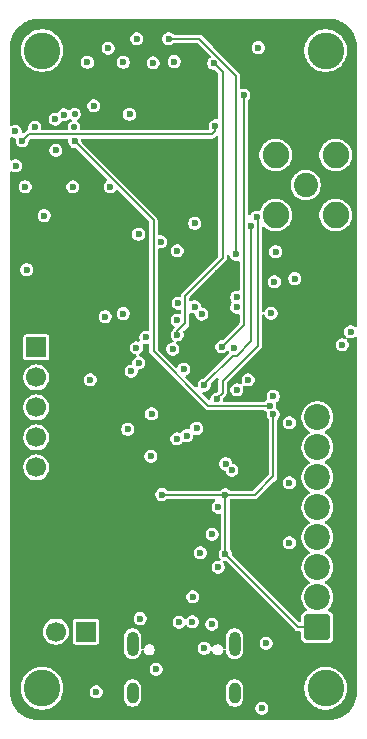
<source format=gbr>
%TF.GenerationSoftware,KiCad,Pcbnew,9.0.2*%
%TF.CreationDate,2025-05-21T13:46:10-05:00*%
%TF.ProjectId,Flight Computer v3,466c6967-6874-4204-936f-6d7075746572,rev?*%
%TF.SameCoordinates,Original*%
%TF.FileFunction,Copper,L4,Inr*%
%TF.FilePolarity,Positive*%
%FSLAX46Y46*%
G04 Gerber Fmt 4.6, Leading zero omitted, Abs format (unit mm)*
G04 Created by KiCad (PCBNEW 9.0.2) date 2025-05-21 13:46:10*
%MOMM*%
%LPD*%
G01*
G04 APERTURE LIST*
G04 Aperture macros list*
%AMRoundRect*
0 Rectangle with rounded corners*
0 $1 Rounding radius*
0 $2 $3 $4 $5 $6 $7 $8 $9 X,Y pos of 4 corners*
0 Add a 4 corners polygon primitive as box body*
4,1,4,$2,$3,$4,$5,$6,$7,$8,$9,$2,$3,0*
0 Add four circle primitives for the rounded corners*
1,1,$1+$1,$2,$3*
1,1,$1+$1,$4,$5*
1,1,$1+$1,$6,$7*
1,1,$1+$1,$8,$9*
0 Add four rect primitives between the rounded corners*
20,1,$1+$1,$2,$3,$4,$5,0*
20,1,$1+$1,$4,$5,$6,$7,0*
20,1,$1+$1,$6,$7,$8,$9,0*
20,1,$1+$1,$8,$9,$2,$3,0*%
G04 Aperture macros list end*
%TA.AperFunction,ComponentPad*%
%ADD10C,3.100000*%
%TD*%
%TA.AperFunction,ComponentPad*%
%ADD11C,2.050000*%
%TD*%
%TA.AperFunction,ComponentPad*%
%ADD12C,2.250000*%
%TD*%
%TA.AperFunction,ComponentPad*%
%ADD13R,1.700000X1.700000*%
%TD*%
%TA.AperFunction,ComponentPad*%
%ADD14C,1.700000*%
%TD*%
%TA.AperFunction,HeatsinkPad*%
%ADD15O,1.000000X2.100000*%
%TD*%
%TA.AperFunction,HeatsinkPad*%
%ADD16O,1.000000X1.800000*%
%TD*%
%TA.AperFunction,ComponentPad*%
%ADD17RoundRect,0.249999X0.850001X-0.850001X0.850001X0.850001X-0.850001X0.850001X-0.850001X-0.850001X0*%
%TD*%
%TA.AperFunction,ComponentPad*%
%ADD18C,2.200000*%
%TD*%
%TA.AperFunction,ViaPad*%
%ADD19C,0.600000*%
%TD*%
%TA.AperFunction,ViaPad*%
%ADD20C,0.550000*%
%TD*%
%TA.AperFunction,Conductor*%
%ADD21C,0.200000*%
%TD*%
G04 APERTURE END LIST*
D10*
%TO.N,GND*%
%TO.C,H604*%
X124700000Y-109500000D03*
%TD*%
%TO.N,GND*%
%TO.C,H601*%
X100700000Y-55500000D03*
%TD*%
D11*
%TO.N,/Radio/radio_out*%
%TO.C,J701*%
X123010000Y-66890000D03*
D12*
%TO.N,GND*%
X120470000Y-64350000D03*
X120470000Y-69430000D03*
X125550000Y-64350000D03*
X125550000Y-69430000D03*
%TD*%
D13*
%TO.N,VCC*%
%TO.C,J604*%
X104400000Y-104690000D03*
D14*
%TO.N,GND*%
X101860000Y-104690000D03*
%TD*%
D10*
%TO.N,GND*%
%TO.C,H603*%
X100700000Y-109500000D03*
%TD*%
D15*
%TO.N,GND*%
%TO.C,J601*%
X108355000Y-105720000D03*
D16*
X108355000Y-109900000D03*
D15*
X116995000Y-105720000D03*
D16*
X116995000Y-109900000D03*
%TD*%
D17*
%TO.N,VCC*%
%TO.C,J603*%
X124000000Y-104330000D03*
D18*
%TO.N,Pyro_Power*%
X124000000Y-101790000D03*
%TO.N,Pyro1*%
X124000000Y-99250000D03*
%TO.N,GND*%
X124000000Y-96710000D03*
%TO.N,Pyro2*%
X124000000Y-94170000D03*
%TO.N,GND*%
X124000000Y-91630000D03*
%TO.N,Pyro3*%
X124000000Y-89090000D03*
%TO.N,GND*%
X124000000Y-86550000D03*
%TD*%
D10*
%TO.N,GND*%
%TO.C,H602*%
X124700000Y-55500000D03*
%TD*%
D13*
%TO.N,Servo1*%
%TO.C,J605*%
X100210000Y-80640000D03*
D14*
%TO.N,Servo2*%
X100210000Y-83180000D03*
%TO.N,Servo3*%
X100210000Y-85720000D03*
%TO.N,Servo4*%
X100210000Y-88260000D03*
%TO.N,GND*%
X100210000Y-90800000D03*
%TD*%
D19*
%TO.N,GND*%
X104770000Y-83370000D03*
X106280000Y-55300000D03*
X106450000Y-67038527D03*
X106040000Y-78030000D03*
X112940000Y-88110000D03*
X114100000Y-98040000D03*
X105068104Y-60177139D03*
X119290000Y-111200000D03*
X109000000Y-103590000D03*
X105270000Y-109810000D03*
X119000000Y-55250000D03*
X101850000Y-63950000D03*
X99380000Y-74050000D03*
X100864798Y-69474998D03*
X108890000Y-81940000D03*
X119660000Y-105690000D03*
%TO.N,+3.3V*%
X104804765Y-88295235D03*
X113300000Y-79170000D03*
X115370000Y-84220000D03*
X106170000Y-92490000D03*
X106670000Y-56740000D03*
X100804862Y-58698284D03*
X107950000Y-93070000D03*
X114260395Y-56896738D03*
X119870000Y-81430000D03*
X124830000Y-79746000D03*
X111092500Y-57714007D03*
X113190000Y-84910000D03*
X108500000Y-72899998D03*
X105430000Y-102340000D03*
X102150000Y-95990000D03*
X105120000Y-84700000D03*
X104696403Y-67697081D03*
X115585000Y-74335000D03*
X102150000Y-99490000D03*
X112400000Y-65410000D03*
X105230000Y-81070000D03*
X125020000Y-72520000D03*
X112370000Y-90140000D03*
%TO.N,/Radio/3v3_lora*%
X103300002Y-67050002D03*
X98424000Y-62350000D03*
%TO.N,Net-(U701-VREG)*%
X99250000Y-67025000D03*
%TO.N,VCC*%
X110340000Y-107890000D03*
X115070000Y-104070000D03*
X116220000Y-93120000D03*
X116220000Y-98150000D03*
X120265000Y-86310000D03*
X110840000Y-93090000D03*
%TO.N,Net-(J601-CC2)*%
X114430000Y-106120000D03*
%TO.N,USB_D_N*%
X116769231Y-91019231D03*
%TO.N,USB_D_P*%
X112294250Y-103898744D03*
X113417250Y-103880000D03*
X116230769Y-90480769D03*
%TO.N,SWO*%
X109957788Y-86272873D03*
X108715000Y-54500000D03*
D20*
%TO.N,SPI_MISO*%
X103450000Y-60869595D03*
D19*
X117160000Y-76400000D03*
D20*
%TO.N,SPI_SCK*%
X103400000Y-62000000D03*
D19*
X114199999Y-77807457D03*
%TO.N,BOOT0*%
X115910000Y-80580000D03*
X117760000Y-59290000D03*
%TO.N,SWDIO*%
X113770000Y-87500000D03*
X111898685Y-56432869D03*
%TO.N,I2C_SCL*%
X126810000Y-79320000D03*
X107580000Y-56500000D03*
X111750000Y-80770000D03*
X113610000Y-70130000D03*
%TO.N,I2C_SDA*%
X126110000Y-80420000D03*
X109490000Y-79780000D03*
X104534424Y-56496434D03*
X112670000Y-82500000D03*
%TO.N,SWCLK*%
X110091000Y-56542082D03*
X112110000Y-88370000D03*
%TO.N,SPI_MOSI*%
X117160001Y-77226326D03*
X102530246Y-60940821D03*
%TO.N,NRST*%
X112129000Y-79560000D03*
X115220000Y-56590000D03*
%TO.N,SPI_CS1*%
X111410000Y-54500000D03*
X117110000Y-72750002D03*
%TO.N,Pyro_Power*%
X115615000Y-99250000D03*
X121640000Y-92100000D03*
X121640000Y-87020000D03*
X121640000Y-97190000D03*
X115605000Y-94160000D03*
%TO.N,Servo4*%
X109900000Y-89860000D03*
%TO.N,Servo3*%
X112211735Y-76900002D03*
%TO.N,Servo2*%
X112129000Y-72470000D03*
%TO.N,Servo1*%
X110730000Y-71698998D03*
%TO.N,Net-(U701-DCC_SW)*%
X98450000Y-65275000D03*
%TO.N,{slash}GPS_RESET*%
X108094730Y-60905270D03*
X107580000Y-77770000D03*
%TO.N,{slash}GPS_SAFEBOOT*%
X108686681Y-80675154D03*
%TO.N,Pyro1_Trigger*%
X113455750Y-101760000D03*
%TO.N,Pyro2_Trigger*%
X115080000Y-96440000D03*
%TO.N,Pyro3_Trigger*%
X117195706Y-84225680D03*
%TO.N,Pyro3_Cont*%
X120270000Y-84790000D03*
%TO.N,/Radio/CTL*%
X115375000Y-61875000D03*
X99025000Y-63125000D03*
%TO.N,LORA_SEL*%
X119950000Y-85570000D03*
X103460000Y-63200000D03*
%TO.N,IMU_INT1*%
X108235000Y-82649000D03*
%TO.N,IMU_INT2*%
X116960000Y-80680000D03*
%TO.N,GPS_RX*%
X118854411Y-69604658D03*
X115492045Y-85010638D03*
%TO.N,GPS_TX*%
X114409165Y-83850000D03*
X118360000Y-70340000D03*
%TO.N,GPS_INT*%
X108860000Y-71060000D03*
%TO.N,/MCU/FLASH_MISO*%
X112129000Y-78351613D03*
%TO.N,/MCU/{slash}FLASH_WP*%
X120370000Y-75080000D03*
%TO.N,/MCU/FLASH_CLK*%
X120080000Y-77750000D03*
%TO.N,/MCU/FLASH_CS*%
X120460000Y-72530000D03*
%TO.N,/MCU/FLASH_MOSI*%
X113599999Y-77199048D03*
%TO.N,/MCU/{slash}FLASH_RESET*%
X122077077Y-74807199D03*
%TO.N,LORA_BUSY*%
X101826765Y-61321765D03*
X107940000Y-87580000D03*
%TO.N,LORA_DIO1*%
X118140000Y-83380000D03*
X100082155Y-62000000D03*
%TD*%
D21*
%TO.N,VCC*%
X110840000Y-93090000D02*
X110870000Y-93120000D01*
X122400000Y-104330000D02*
X124000000Y-104330000D01*
X116220000Y-98150000D02*
X122400000Y-104330000D01*
X120265000Y-91555000D02*
X118700000Y-93120000D01*
X110870000Y-93120000D02*
X116220000Y-93120000D01*
X118700000Y-93120000D02*
X116220000Y-93120000D01*
X116220000Y-98150000D02*
X116220000Y-93120000D01*
X120265000Y-86310000D02*
X120265000Y-91555000D01*
%TO.N,BOOT0*%
X115910000Y-80580000D02*
X117760000Y-78730000D01*
X117760000Y-78730000D02*
X117760000Y-59290000D01*
%TO.N,NRST*%
X115220000Y-56590000D02*
X115976000Y-57346000D01*
X112811735Y-78600556D02*
X112129000Y-79283291D01*
X115976000Y-73094000D02*
X112811735Y-76258265D01*
X115976000Y-57346000D02*
X115976000Y-73094000D01*
X112129000Y-79283291D02*
X112129000Y-79560000D01*
X112811735Y-76258265D02*
X112811735Y-78600556D01*
%TO.N,SPI_CS1*%
X113979943Y-54500000D02*
X111410000Y-54500000D01*
X117110000Y-72750002D02*
X117110000Y-57630057D01*
X117110000Y-57630057D02*
X113979943Y-54500000D01*
%TO.N,/Radio/CTL*%
X115050000Y-62600000D02*
X115375000Y-62275000D01*
X115375000Y-62275000D02*
X115375000Y-61875000D01*
X99025000Y-63125000D02*
X99550000Y-62600000D01*
X99550000Y-62600000D02*
X115050000Y-62600000D01*
%TO.N,LORA_SEL*%
X114781638Y-85611638D02*
X119908362Y-85611638D01*
X103460000Y-63200000D02*
X110130000Y-69870000D01*
X119908362Y-85611638D02*
X119950000Y-85570000D01*
X110130000Y-69870000D02*
X110130000Y-80960000D01*
X110130000Y-80960000D02*
X114781638Y-85611638D01*
%TO.N,GPS_RX*%
X115492045Y-85010638D02*
X115492045Y-84957955D01*
X118961000Y-80489000D02*
X118961000Y-69711247D01*
X115971000Y-83479000D02*
X118961000Y-80489000D01*
X118961000Y-69711247D02*
X118854411Y-69604658D01*
X115492045Y-84957955D02*
X115971000Y-84479000D01*
X115971000Y-84479000D02*
X115971000Y-83479000D01*
%TO.N,GPS_TX*%
X114409165Y-83850000D02*
X114409165Y-83763792D01*
X117159943Y-81330000D02*
X118360000Y-80129943D01*
X118360000Y-80129943D02*
X118360000Y-70340000D01*
X114409165Y-83763792D02*
X116842957Y-81330000D01*
X116842957Y-81330000D02*
X117159943Y-81330000D01*
%TD*%
%TA.AperFunction,Conductor*%
%TO.N,+3.3V*%
G36*
X124973736Y-52800726D02*
G01*
X125251742Y-52817542D01*
X125266605Y-52819347D01*
X125341845Y-52833135D01*
X125536866Y-52868874D01*
X125551395Y-52872455D01*
X125813713Y-52954197D01*
X125827709Y-52959505D01*
X126078264Y-53072270D01*
X126091522Y-53079228D01*
X126326658Y-53221373D01*
X126338969Y-53229871D01*
X126555261Y-53399324D01*
X126566469Y-53409254D01*
X126760745Y-53603530D01*
X126770675Y-53614738D01*
X126940124Y-53831024D01*
X126948628Y-53843344D01*
X126971825Y-53881716D01*
X127090770Y-54078476D01*
X127097729Y-54091735D01*
X127210494Y-54342290D01*
X127215803Y-54356290D01*
X127297542Y-54618597D01*
X127301126Y-54633137D01*
X127350652Y-54903394D01*
X127352457Y-54918258D01*
X127369274Y-55196263D01*
X127369500Y-55203750D01*
X127369500Y-78801614D01*
X127349815Y-78868653D01*
X127297011Y-78914408D01*
X127227853Y-78924352D01*
X127164297Y-78895327D01*
X127157819Y-78889295D01*
X127148017Y-78879493D01*
X127148011Y-78879488D01*
X127022488Y-78807017D01*
X127022489Y-78807017D01*
X127011006Y-78803940D01*
X126882475Y-78769500D01*
X126737525Y-78769500D01*
X126608993Y-78803940D01*
X126597511Y-78807017D01*
X126471988Y-78879488D01*
X126471982Y-78879493D01*
X126369493Y-78981982D01*
X126369488Y-78981988D01*
X126297017Y-79107511D01*
X126297016Y-79107515D01*
X126259500Y-79247525D01*
X126259500Y-79392475D01*
X126297016Y-79532485D01*
X126297017Y-79532488D01*
X126369488Y-79658011D01*
X126369493Y-79658017D01*
X126399607Y-79688131D01*
X126433092Y-79749454D01*
X126428108Y-79819146D01*
X126386236Y-79875079D01*
X126320772Y-79899496D01*
X126279833Y-79895587D01*
X126228490Y-79881829D01*
X126182475Y-79869500D01*
X126037525Y-79869500D01*
X125925580Y-79899496D01*
X125897511Y-79907017D01*
X125771988Y-79979488D01*
X125771982Y-79979493D01*
X125669493Y-80081982D01*
X125669488Y-80081988D01*
X125597017Y-80207511D01*
X125597016Y-80207515D01*
X125559500Y-80347525D01*
X125559500Y-80492475D01*
X125594820Y-80624288D01*
X125597017Y-80632488D01*
X125669488Y-80758011D01*
X125669490Y-80758013D01*
X125669491Y-80758015D01*
X125771985Y-80860509D01*
X125771986Y-80860510D01*
X125771988Y-80860511D01*
X125897511Y-80932982D01*
X125897512Y-80932982D01*
X125897515Y-80932984D01*
X126037525Y-80970500D01*
X126037528Y-80970500D01*
X126182472Y-80970500D01*
X126182475Y-80970500D01*
X126322485Y-80932984D01*
X126448015Y-80860509D01*
X126550509Y-80758015D01*
X126622984Y-80632485D01*
X126660500Y-80492475D01*
X126660500Y-80347525D01*
X126622984Y-80207515D01*
X126599602Y-80167017D01*
X126550511Y-80081988D01*
X126550506Y-80081982D01*
X126520392Y-80051868D01*
X126486907Y-79990545D01*
X126491891Y-79920853D01*
X126533763Y-79864920D01*
X126599227Y-79840503D01*
X126640162Y-79844411D01*
X126737525Y-79870500D01*
X126737528Y-79870500D01*
X126882472Y-79870500D01*
X126882475Y-79870500D01*
X127022485Y-79832984D01*
X127148015Y-79760509D01*
X127157819Y-79750705D01*
X127219142Y-79717220D01*
X127288834Y-79722204D01*
X127344767Y-79764076D01*
X127369184Y-79829540D01*
X127369500Y-79838386D01*
X127369500Y-109796249D01*
X127369274Y-109803736D01*
X127352457Y-110081741D01*
X127350652Y-110096605D01*
X127301126Y-110366862D01*
X127297542Y-110381402D01*
X127215803Y-110643709D01*
X127210494Y-110657709D01*
X127097729Y-110908264D01*
X127090770Y-110921523D01*
X126948630Y-111156652D01*
X126940124Y-111168975D01*
X126770675Y-111385261D01*
X126760745Y-111396469D01*
X126566469Y-111590745D01*
X126555261Y-111600675D01*
X126338975Y-111770124D01*
X126326652Y-111778630D01*
X126091523Y-111920770D01*
X126078264Y-111927729D01*
X125827709Y-112040494D01*
X125813709Y-112045803D01*
X125551402Y-112127542D01*
X125536862Y-112131126D01*
X125266605Y-112180652D01*
X125251741Y-112182457D01*
X124973736Y-112199274D01*
X124966249Y-112199500D01*
X100373752Y-112199500D01*
X100366265Y-112199274D01*
X100088259Y-112182457D01*
X100073394Y-112180652D01*
X99803134Y-112131125D01*
X99788600Y-112127543D01*
X99526282Y-112045802D01*
X99512292Y-112040496D01*
X99261736Y-111927730D01*
X99248477Y-111920771D01*
X99013347Y-111778630D01*
X99001024Y-111770124D01*
X98784738Y-111600675D01*
X98773530Y-111590745D01*
X98579254Y-111396469D01*
X98569324Y-111385261D01*
X98480960Y-111272472D01*
X98399871Y-111168969D01*
X98391373Y-111156658D01*
X98249225Y-110921516D01*
X98242270Y-110908264D01*
X98129501Y-110657702D01*
X98124200Y-110643726D01*
X98042453Y-110381387D01*
X98038874Y-110366865D01*
X97989347Y-110096605D01*
X97987542Y-110081740D01*
X97970726Y-109803735D01*
X97970500Y-109796248D01*
X97970500Y-109381995D01*
X98899500Y-109381995D01*
X98899500Y-109618004D01*
X98899501Y-109618020D01*
X98930306Y-109852010D01*
X98991394Y-110079993D01*
X99081714Y-110298045D01*
X99081719Y-110298056D01*
X99129840Y-110381402D01*
X99199727Y-110502450D01*
X99199729Y-110502453D01*
X99199730Y-110502454D01*
X99343406Y-110689697D01*
X99343412Y-110689704D01*
X99510295Y-110856587D01*
X99510302Y-110856593D01*
X99594921Y-110921523D01*
X99697550Y-111000273D01*
X99784546Y-111050500D01*
X99901943Y-111118280D01*
X99901948Y-111118282D01*
X99901951Y-111118284D01*
X100120007Y-111208606D01*
X100347986Y-111269693D01*
X100581989Y-111300500D01*
X100581996Y-111300500D01*
X100818004Y-111300500D01*
X100818011Y-111300500D01*
X101052014Y-111269693D01*
X101279993Y-111208606D01*
X101475739Y-111127525D01*
X118739500Y-111127525D01*
X118739500Y-111272475D01*
X118777016Y-111412485D01*
X118777017Y-111412488D01*
X118849488Y-111538011D01*
X118849490Y-111538013D01*
X118849491Y-111538015D01*
X118951985Y-111640509D01*
X118951986Y-111640510D01*
X118951988Y-111640511D01*
X119077511Y-111712982D01*
X119077512Y-111712982D01*
X119077515Y-111712984D01*
X119217525Y-111750500D01*
X119217528Y-111750500D01*
X119362472Y-111750500D01*
X119362475Y-111750500D01*
X119502485Y-111712984D01*
X119628015Y-111640509D01*
X119730509Y-111538015D01*
X119802984Y-111412485D01*
X119840500Y-111272475D01*
X119840500Y-111127525D01*
X119802984Y-110987515D01*
X119790033Y-110965084D01*
X119730511Y-110861988D01*
X119730506Y-110861982D01*
X119628017Y-110759493D01*
X119628011Y-110759488D01*
X119502488Y-110687017D01*
X119502489Y-110687017D01*
X119491006Y-110683940D01*
X119362475Y-110649500D01*
X119217525Y-110649500D01*
X119088993Y-110683940D01*
X119077511Y-110687017D01*
X118951988Y-110759488D01*
X118951982Y-110759493D01*
X118849493Y-110861982D01*
X118849488Y-110861988D01*
X118777017Y-110987511D01*
X118777016Y-110987515D01*
X118739500Y-111127525D01*
X101475739Y-111127525D01*
X101498049Y-111118284D01*
X101702450Y-111000273D01*
X101889699Y-110856592D01*
X102056592Y-110689699D01*
X102200273Y-110502450D01*
X102274480Y-110373920D01*
X107604499Y-110373920D01*
X107633340Y-110518907D01*
X107633343Y-110518917D01*
X107689912Y-110655488D01*
X107689919Y-110655501D01*
X107772048Y-110778415D01*
X107772051Y-110778419D01*
X107876580Y-110882948D01*
X107876584Y-110882951D01*
X107999498Y-110965080D01*
X107999511Y-110965087D01*
X108095475Y-111004836D01*
X108136087Y-111021658D01*
X108136091Y-111021658D01*
X108136092Y-111021659D01*
X108281079Y-111050500D01*
X108281082Y-111050500D01*
X108428920Y-111050500D01*
X108526462Y-111031096D01*
X108573913Y-111021658D01*
X108710495Y-110965084D01*
X108833416Y-110882951D01*
X108937951Y-110778416D01*
X109020084Y-110655495D01*
X109076658Y-110518913D01*
X109104011Y-110381403D01*
X109105500Y-110373920D01*
X116244499Y-110373920D01*
X116273340Y-110518907D01*
X116273343Y-110518917D01*
X116329912Y-110655488D01*
X116329919Y-110655501D01*
X116412048Y-110778415D01*
X116412051Y-110778419D01*
X116516580Y-110882948D01*
X116516584Y-110882951D01*
X116639498Y-110965080D01*
X116639511Y-110965087D01*
X116735475Y-111004836D01*
X116776087Y-111021658D01*
X116776091Y-111021658D01*
X116776092Y-111021659D01*
X116921079Y-111050500D01*
X116921082Y-111050500D01*
X117068920Y-111050500D01*
X117166462Y-111031096D01*
X117213913Y-111021658D01*
X117350495Y-110965084D01*
X117473416Y-110882951D01*
X117577951Y-110778416D01*
X117660084Y-110655495D01*
X117716658Y-110518913D01*
X117744011Y-110381403D01*
X117745500Y-110373920D01*
X117745500Y-109426081D01*
X117740734Y-109402123D01*
X117740734Y-109402122D01*
X117736730Y-109381995D01*
X122899500Y-109381995D01*
X122899500Y-109618004D01*
X122899501Y-109618020D01*
X122930306Y-109852010D01*
X122991394Y-110079993D01*
X123081714Y-110298045D01*
X123081719Y-110298056D01*
X123129840Y-110381402D01*
X123199727Y-110502450D01*
X123199729Y-110502453D01*
X123199730Y-110502454D01*
X123343406Y-110689697D01*
X123343412Y-110689704D01*
X123510295Y-110856587D01*
X123510302Y-110856593D01*
X123594921Y-110921523D01*
X123697550Y-111000273D01*
X123784546Y-111050500D01*
X123901943Y-111118280D01*
X123901948Y-111118282D01*
X123901951Y-111118284D01*
X124120007Y-111208606D01*
X124347986Y-111269693D01*
X124581989Y-111300500D01*
X124581996Y-111300500D01*
X124818004Y-111300500D01*
X124818011Y-111300500D01*
X125052014Y-111269693D01*
X125279993Y-111208606D01*
X125498049Y-111118284D01*
X125702450Y-111000273D01*
X125889699Y-110856592D01*
X126056592Y-110689699D01*
X126200273Y-110502450D01*
X126318284Y-110298049D01*
X126408606Y-110079993D01*
X126469693Y-109852014D01*
X126500500Y-109618011D01*
X126500500Y-109381989D01*
X126469693Y-109147986D01*
X126408606Y-108920007D01*
X126318284Y-108701951D01*
X126318282Y-108701948D01*
X126318280Y-108701943D01*
X126276118Y-108628918D01*
X126200273Y-108497550D01*
X126056592Y-108310301D01*
X126056587Y-108310295D01*
X125889704Y-108143412D01*
X125889697Y-108143406D01*
X125702454Y-107999730D01*
X125702453Y-107999729D01*
X125702450Y-107999727D01*
X125620957Y-107952677D01*
X125498056Y-107881719D01*
X125498045Y-107881714D01*
X125279993Y-107791394D01*
X125052010Y-107730306D01*
X124818020Y-107699501D01*
X124818017Y-107699500D01*
X124818011Y-107699500D01*
X124581989Y-107699500D01*
X124581983Y-107699500D01*
X124581979Y-107699501D01*
X124347989Y-107730306D01*
X124120006Y-107791394D01*
X123901954Y-107881714D01*
X123901943Y-107881719D01*
X123697545Y-107999730D01*
X123510302Y-108143406D01*
X123510295Y-108143412D01*
X123343412Y-108310295D01*
X123343406Y-108310302D01*
X123199730Y-108497545D01*
X123081719Y-108701943D01*
X123081714Y-108701954D01*
X122991394Y-108920006D01*
X122930306Y-109147989D01*
X122899501Y-109381979D01*
X122899500Y-109381995D01*
X117736730Y-109381995D01*
X117716659Y-109281092D01*
X117716658Y-109281091D01*
X117716658Y-109281087D01*
X117716656Y-109281082D01*
X117660087Y-109144511D01*
X117660080Y-109144498D01*
X117577951Y-109021584D01*
X117577948Y-109021580D01*
X117473419Y-108917051D01*
X117473415Y-108917048D01*
X117350501Y-108834919D01*
X117350488Y-108834912D01*
X117213917Y-108778343D01*
X117213907Y-108778340D01*
X117068920Y-108749500D01*
X117068918Y-108749500D01*
X116921082Y-108749500D01*
X116921080Y-108749500D01*
X116776092Y-108778340D01*
X116776082Y-108778343D01*
X116639511Y-108834912D01*
X116639498Y-108834919D01*
X116516584Y-108917048D01*
X116516580Y-108917051D01*
X116412051Y-109021580D01*
X116412048Y-109021584D01*
X116329919Y-109144498D01*
X116329912Y-109144511D01*
X116273343Y-109281082D01*
X116273340Y-109281092D01*
X116244500Y-109426079D01*
X116244500Y-109426081D01*
X116244500Y-109426082D01*
X116244500Y-110373918D01*
X116244500Y-110373920D01*
X116244499Y-110373920D01*
X109105500Y-110373920D01*
X109105500Y-109426079D01*
X109076659Y-109281092D01*
X109076658Y-109281091D01*
X109076658Y-109281087D01*
X109076656Y-109281082D01*
X109020087Y-109144511D01*
X109020080Y-109144498D01*
X108937951Y-109021584D01*
X108937948Y-109021580D01*
X108833419Y-108917051D01*
X108833415Y-108917048D01*
X108710501Y-108834919D01*
X108710488Y-108834912D01*
X108573917Y-108778343D01*
X108573907Y-108778340D01*
X108428920Y-108749500D01*
X108428918Y-108749500D01*
X108281082Y-108749500D01*
X108281080Y-108749500D01*
X108136092Y-108778340D01*
X108136082Y-108778343D01*
X107999511Y-108834912D01*
X107999498Y-108834919D01*
X107876584Y-108917048D01*
X107876580Y-108917051D01*
X107772051Y-109021580D01*
X107772048Y-109021584D01*
X107689919Y-109144498D01*
X107689912Y-109144511D01*
X107633343Y-109281082D01*
X107633340Y-109281092D01*
X107604500Y-109426079D01*
X107604500Y-109426081D01*
X107604500Y-109426082D01*
X107604500Y-110373918D01*
X107604500Y-110373920D01*
X107604499Y-110373920D01*
X102274480Y-110373920D01*
X102318284Y-110298049D01*
X102408606Y-110079993D01*
X102469693Y-109852014D01*
X102482807Y-109752404D01*
X102484766Y-109737525D01*
X104719500Y-109737525D01*
X104719500Y-109882475D01*
X104757016Y-110022485D01*
X104757017Y-110022488D01*
X104829488Y-110148011D01*
X104829490Y-110148013D01*
X104829491Y-110148015D01*
X104931985Y-110250509D01*
X104931986Y-110250510D01*
X104931988Y-110250511D01*
X105057511Y-110322982D01*
X105057512Y-110322982D01*
X105057515Y-110322984D01*
X105197525Y-110360500D01*
X105197528Y-110360500D01*
X105342472Y-110360500D01*
X105342475Y-110360500D01*
X105482485Y-110322984D01*
X105608015Y-110250509D01*
X105710509Y-110148015D01*
X105782984Y-110022485D01*
X105820500Y-109882475D01*
X105820500Y-109737525D01*
X105782984Y-109597515D01*
X105710509Y-109471985D01*
X105608015Y-109369491D01*
X105608013Y-109369490D01*
X105608011Y-109369488D01*
X105482488Y-109297017D01*
X105482489Y-109297017D01*
X105471006Y-109293940D01*
X105342475Y-109259500D01*
X105197525Y-109259500D01*
X105068993Y-109293940D01*
X105057511Y-109297017D01*
X104931988Y-109369488D01*
X104931982Y-109369493D01*
X104829493Y-109471982D01*
X104829488Y-109471988D01*
X104757017Y-109597511D01*
X104757016Y-109597515D01*
X104719500Y-109737525D01*
X102484766Y-109737525D01*
X102487967Y-109713212D01*
X102487967Y-109713211D01*
X102491658Y-109685166D01*
X102500500Y-109618011D01*
X102500500Y-109381989D01*
X102469693Y-109147986D01*
X102408606Y-108920007D01*
X102318284Y-108701951D01*
X102318282Y-108701948D01*
X102318280Y-108701943D01*
X102276118Y-108628918D01*
X102200273Y-108497550D01*
X102056592Y-108310301D01*
X102056587Y-108310295D01*
X101889704Y-108143412D01*
X101889697Y-108143406D01*
X101702457Y-107999732D01*
X101702455Y-107999730D01*
X101702450Y-107999727D01*
X101558789Y-107916784D01*
X101558788Y-107916783D01*
X101498056Y-107881719D01*
X101498045Y-107881714D01*
X101343079Y-107817525D01*
X109789500Y-107817525D01*
X109789500Y-107962475D01*
X109827016Y-108102485D01*
X109827017Y-108102488D01*
X109899488Y-108228011D01*
X109899490Y-108228013D01*
X109899491Y-108228015D01*
X110001985Y-108330509D01*
X110001986Y-108330510D01*
X110001988Y-108330511D01*
X110127511Y-108402982D01*
X110127512Y-108402982D01*
X110127515Y-108402984D01*
X110267525Y-108440500D01*
X110267528Y-108440500D01*
X110412472Y-108440500D01*
X110412475Y-108440500D01*
X110552485Y-108402984D01*
X110678015Y-108330509D01*
X110780509Y-108228015D01*
X110852984Y-108102485D01*
X110890500Y-107962475D01*
X110890500Y-107817525D01*
X110852984Y-107677515D01*
X110780509Y-107551985D01*
X110678015Y-107449491D01*
X110678013Y-107449490D01*
X110678011Y-107449488D01*
X110552488Y-107377017D01*
X110552489Y-107377017D01*
X110541006Y-107373940D01*
X110412475Y-107339500D01*
X110267525Y-107339500D01*
X110138993Y-107373940D01*
X110127511Y-107377017D01*
X110001988Y-107449488D01*
X110001982Y-107449493D01*
X109899493Y-107551982D01*
X109899488Y-107551988D01*
X109827017Y-107677511D01*
X109827016Y-107677515D01*
X109789500Y-107817525D01*
X101343079Y-107817525D01*
X101279993Y-107791394D01*
X101052010Y-107730306D01*
X100818020Y-107699501D01*
X100818017Y-107699500D01*
X100818011Y-107699500D01*
X100581989Y-107699500D01*
X100581983Y-107699500D01*
X100581979Y-107699501D01*
X100347989Y-107730306D01*
X100120006Y-107791394D01*
X99901954Y-107881714D01*
X99901943Y-107881719D01*
X99697545Y-107999730D01*
X99510302Y-108143406D01*
X99510295Y-108143412D01*
X99343412Y-108310295D01*
X99343406Y-108310302D01*
X99199730Y-108497545D01*
X99081719Y-108701943D01*
X99081714Y-108701954D01*
X98991394Y-108920006D01*
X98930306Y-109147989D01*
X98899501Y-109381979D01*
X98899500Y-109381995D01*
X97970500Y-109381995D01*
X97970500Y-106343920D01*
X107604499Y-106343920D01*
X107633340Y-106488907D01*
X107633343Y-106488917D01*
X107689912Y-106625488D01*
X107689919Y-106625501D01*
X107772048Y-106748415D01*
X107772051Y-106748419D01*
X107876580Y-106852948D01*
X107876584Y-106852951D01*
X107999498Y-106935080D01*
X107999511Y-106935087D01*
X108136082Y-106991656D01*
X108136087Y-106991658D01*
X108136091Y-106991658D01*
X108136092Y-106991659D01*
X108281079Y-107020500D01*
X108281082Y-107020500D01*
X108428920Y-107020500D01*
X108526462Y-107001096D01*
X108573913Y-106991658D01*
X108710495Y-106935084D01*
X108833416Y-106852951D01*
X108937951Y-106748416D01*
X109020084Y-106625495D01*
X109076658Y-106488913D01*
X109105500Y-106343918D01*
X109105812Y-106342350D01*
X109138197Y-106280439D01*
X109198913Y-106245865D01*
X109268682Y-106249605D01*
X109325354Y-106290472D01*
X109347203Y-106334446D01*
X109363337Y-106394659D01*
X109422910Y-106497842D01*
X109507158Y-106582090D01*
X109610341Y-106641663D01*
X109725427Y-106672500D01*
X109725429Y-106672500D01*
X109844571Y-106672500D01*
X109844573Y-106672500D01*
X109959659Y-106641663D01*
X110062842Y-106582090D01*
X110147090Y-106497842D01*
X110206663Y-106394659D01*
X110237500Y-106279573D01*
X110237500Y-106160427D01*
X110207248Y-106047525D01*
X113879500Y-106047525D01*
X113879500Y-106192475D01*
X113917016Y-106332485D01*
X113917017Y-106332488D01*
X113989488Y-106458011D01*
X113989490Y-106458013D01*
X113989491Y-106458015D01*
X114091985Y-106560509D01*
X114091986Y-106560510D01*
X114091988Y-106560511D01*
X114217511Y-106632982D01*
X114217512Y-106632982D01*
X114217515Y-106632984D01*
X114357525Y-106670500D01*
X114357528Y-106670500D01*
X114502472Y-106670500D01*
X114502475Y-106670500D01*
X114642485Y-106632984D01*
X114768015Y-106560509D01*
X114870509Y-106458015D01*
X114918923Y-106374158D01*
X114969490Y-106325944D01*
X115038097Y-106312720D01*
X115102962Y-106338688D01*
X115140871Y-106388707D01*
X115143334Y-106394654D01*
X115153102Y-106411573D01*
X115202910Y-106497842D01*
X115287158Y-106582090D01*
X115390341Y-106641663D01*
X115505427Y-106672500D01*
X115505429Y-106672500D01*
X115624571Y-106672500D01*
X115624573Y-106672500D01*
X115739659Y-106641663D01*
X115842842Y-106582090D01*
X115927090Y-106497842D01*
X115986663Y-106394659D01*
X116002796Y-106334447D01*
X116039159Y-106274789D01*
X116102006Y-106244259D01*
X116171381Y-106252553D01*
X116225260Y-106297038D01*
X116244187Y-106342350D01*
X116273340Y-106488907D01*
X116273343Y-106488917D01*
X116329912Y-106625488D01*
X116329919Y-106625501D01*
X116412048Y-106748415D01*
X116412051Y-106748419D01*
X116516580Y-106852948D01*
X116516584Y-106852951D01*
X116639498Y-106935080D01*
X116639511Y-106935087D01*
X116776082Y-106991656D01*
X116776087Y-106991658D01*
X116776091Y-106991658D01*
X116776092Y-106991659D01*
X116921079Y-107020500D01*
X116921082Y-107020500D01*
X117068920Y-107020500D01*
X117166462Y-107001096D01*
X117213913Y-106991658D01*
X117350495Y-106935084D01*
X117473416Y-106852951D01*
X117577951Y-106748416D01*
X117660084Y-106625495D01*
X117716658Y-106488913D01*
X117745500Y-106343918D01*
X117745500Y-105617525D01*
X119109500Y-105617525D01*
X119109500Y-105762475D01*
X119135072Y-105857910D01*
X119147017Y-105902488D01*
X119219488Y-106028011D01*
X119219490Y-106028013D01*
X119219491Y-106028015D01*
X119321985Y-106130509D01*
X119321986Y-106130510D01*
X119321988Y-106130511D01*
X119447511Y-106202982D01*
X119447512Y-106202982D01*
X119447515Y-106202984D01*
X119587525Y-106240500D01*
X119587528Y-106240500D01*
X119732472Y-106240500D01*
X119732475Y-106240500D01*
X119872485Y-106202984D01*
X119998015Y-106130509D01*
X120100509Y-106028015D01*
X120172984Y-105902485D01*
X120210500Y-105762475D01*
X120210500Y-105617525D01*
X120172984Y-105477515D01*
X120141123Y-105422331D01*
X120100511Y-105351988D01*
X120100506Y-105351982D01*
X119998017Y-105249493D01*
X119998011Y-105249488D01*
X119872488Y-105177017D01*
X119872489Y-105177017D01*
X119861006Y-105173940D01*
X119732475Y-105139500D01*
X119587525Y-105139500D01*
X119458993Y-105173940D01*
X119447511Y-105177017D01*
X119321988Y-105249488D01*
X119321982Y-105249493D01*
X119219493Y-105351982D01*
X119219488Y-105351988D01*
X119147017Y-105477511D01*
X119147016Y-105477515D01*
X119109500Y-105617525D01*
X117745500Y-105617525D01*
X117745500Y-105096082D01*
X117745500Y-105096079D01*
X117716659Y-104951092D01*
X117716658Y-104951091D01*
X117716658Y-104951087D01*
X117716656Y-104951082D01*
X117660087Y-104814511D01*
X117660080Y-104814498D01*
X117577951Y-104691584D01*
X117577948Y-104691580D01*
X117473419Y-104587051D01*
X117473415Y-104587048D01*
X117350501Y-104504919D01*
X117350488Y-104504912D01*
X117213917Y-104448343D01*
X117213907Y-104448340D01*
X117068920Y-104419500D01*
X117068918Y-104419500D01*
X116921082Y-104419500D01*
X116921080Y-104419500D01*
X116776092Y-104448340D01*
X116776082Y-104448343D01*
X116639511Y-104504912D01*
X116639498Y-104504919D01*
X116516584Y-104587048D01*
X116516580Y-104587051D01*
X116412051Y-104691580D01*
X116412048Y-104691584D01*
X116329919Y-104814498D01*
X116329912Y-104814511D01*
X116273343Y-104951082D01*
X116273340Y-104951092D01*
X116244500Y-105096079D01*
X116244500Y-106065729D01*
X116224815Y-106132768D01*
X116172011Y-106178523D01*
X116102853Y-106188467D01*
X116039297Y-106159442D01*
X116001523Y-106100664D01*
X116000725Y-106097823D01*
X115986663Y-106045341D01*
X115927090Y-105942158D01*
X115842842Y-105857910D01*
X115791250Y-105828123D01*
X115739660Y-105798337D01*
X115656172Y-105775967D01*
X115624573Y-105767500D01*
X115505427Y-105767500D01*
X115390339Y-105798337D01*
X115287158Y-105857910D01*
X115287155Y-105857912D01*
X115202912Y-105942155D01*
X115202908Y-105942161D01*
X115181397Y-105979418D01*
X115130829Y-106027633D01*
X115062222Y-106040854D01*
X114997357Y-106014885D01*
X114956830Y-105957970D01*
X114954241Y-105949526D01*
X114942984Y-105907515D01*
X114914344Y-105857910D01*
X114870511Y-105781988D01*
X114870506Y-105781982D01*
X114768017Y-105679493D01*
X114768011Y-105679488D01*
X114642488Y-105607017D01*
X114642489Y-105607017D01*
X114631006Y-105603940D01*
X114502475Y-105569500D01*
X114357525Y-105569500D01*
X114228993Y-105603940D01*
X114217511Y-105607017D01*
X114091988Y-105679488D01*
X114091982Y-105679493D01*
X113989493Y-105781982D01*
X113989488Y-105781988D01*
X113917017Y-105907511D01*
X113917016Y-105907515D01*
X113879500Y-106047525D01*
X110207248Y-106047525D01*
X110206663Y-106045341D01*
X110147090Y-105942158D01*
X110062842Y-105857910D01*
X110011250Y-105828123D01*
X109959660Y-105798337D01*
X109876172Y-105775967D01*
X109844573Y-105767500D01*
X109725427Y-105767500D01*
X109610339Y-105798337D01*
X109507158Y-105857910D01*
X109507155Y-105857912D01*
X109422912Y-105942155D01*
X109422910Y-105942158D01*
X109365928Y-106040854D01*
X109363337Y-106045341D01*
X109356330Y-106071492D01*
X109349275Y-106097823D01*
X109312910Y-106157483D01*
X109250063Y-106188012D01*
X109180687Y-106179717D01*
X109126809Y-106135232D01*
X109105535Y-106068680D01*
X109105500Y-106065729D01*
X109105500Y-105096079D01*
X109076659Y-104951092D01*
X109076658Y-104951091D01*
X109076658Y-104951087D01*
X109076656Y-104951082D01*
X109020087Y-104814511D01*
X109020080Y-104814498D01*
X108937951Y-104691584D01*
X108937948Y-104691580D01*
X108833419Y-104587051D01*
X108833415Y-104587048D01*
X108710501Y-104504919D01*
X108710488Y-104504912D01*
X108573917Y-104448343D01*
X108573907Y-104448340D01*
X108428920Y-104419500D01*
X108428918Y-104419500D01*
X108281082Y-104419500D01*
X108281080Y-104419500D01*
X108136092Y-104448340D01*
X108136082Y-104448343D01*
X107999511Y-104504912D01*
X107999498Y-104504919D01*
X107876584Y-104587048D01*
X107876580Y-104587051D01*
X107772051Y-104691580D01*
X107772048Y-104691584D01*
X107689919Y-104814498D01*
X107689912Y-104814511D01*
X107633343Y-104951082D01*
X107633340Y-104951092D01*
X107604500Y-105096079D01*
X107604500Y-105096082D01*
X107604500Y-106343918D01*
X107604500Y-106343920D01*
X107604499Y-106343920D01*
X97970500Y-106343920D01*
X97970500Y-104603389D01*
X100759500Y-104603389D01*
X100759500Y-104776611D01*
X100786598Y-104947701D01*
X100840127Y-105112445D01*
X100918768Y-105266788D01*
X101020586Y-105406928D01*
X101143072Y-105529414D01*
X101283212Y-105631232D01*
X101437555Y-105709873D01*
X101602299Y-105763402D01*
X101773389Y-105790500D01*
X101773390Y-105790500D01*
X101946610Y-105790500D01*
X101946611Y-105790500D01*
X102117701Y-105763402D01*
X102282445Y-105709873D01*
X102436788Y-105631232D01*
X102576928Y-105529414D01*
X102699414Y-105406928D01*
X102801232Y-105266788D01*
X102879873Y-105112445D01*
X102933402Y-104947701D01*
X102960500Y-104776611D01*
X102960500Y-104603389D01*
X102933402Y-104432299D01*
X102879873Y-104267555D01*
X102801232Y-104113212D01*
X102699414Y-103973072D01*
X102576928Y-103850586D01*
X102528390Y-103815321D01*
X103299500Y-103815321D01*
X103299500Y-105564678D01*
X103314032Y-105637735D01*
X103314033Y-105637739D01*
X103314034Y-105637740D01*
X103369399Y-105720601D01*
X103439590Y-105767500D01*
X103452260Y-105775966D01*
X103452264Y-105775967D01*
X103525321Y-105790499D01*
X103525324Y-105790500D01*
X103525326Y-105790500D01*
X105274676Y-105790500D01*
X105274677Y-105790499D01*
X105347740Y-105775966D01*
X105430601Y-105720601D01*
X105485966Y-105637740D01*
X105500500Y-105564674D01*
X105500500Y-103815326D01*
X105500500Y-103815323D01*
X105500499Y-103815321D01*
X105485967Y-103742264D01*
X105485966Y-103742260D01*
X105430601Y-103659399D01*
X105347740Y-103604034D01*
X105347735Y-103604032D01*
X105274677Y-103589500D01*
X105274674Y-103589500D01*
X103525326Y-103589500D01*
X103525323Y-103589500D01*
X103452264Y-103604032D01*
X103452260Y-103604033D01*
X103369399Y-103659399D01*
X103314033Y-103742260D01*
X103314032Y-103742264D01*
X103299500Y-103815321D01*
X102528390Y-103815321D01*
X102436788Y-103748768D01*
X102282445Y-103670127D01*
X102117701Y-103616598D01*
X102117699Y-103616597D01*
X102117698Y-103616597D01*
X101986271Y-103595781D01*
X101946611Y-103589500D01*
X101773389Y-103589500D01*
X101733728Y-103595781D01*
X101602302Y-103616597D01*
X101602299Y-103616598D01*
X101461115Y-103662472D01*
X101437552Y-103670128D01*
X101283211Y-103748768D01*
X101209280Y-103802483D01*
X101143072Y-103850586D01*
X101143070Y-103850588D01*
X101143069Y-103850588D01*
X101020588Y-103973069D01*
X101020588Y-103973070D01*
X101020586Y-103973072D01*
X100978858Y-104030506D01*
X100918768Y-104113211D01*
X100840128Y-104267552D01*
X100786597Y-104432302D01*
X100774210Y-104510511D01*
X100759500Y-104603389D01*
X97970500Y-104603389D01*
X97970500Y-103517525D01*
X108449500Y-103517525D01*
X108449500Y-103662475D01*
X108487016Y-103802485D01*
X108487017Y-103802488D01*
X108559488Y-103928011D01*
X108559490Y-103928013D01*
X108559491Y-103928015D01*
X108661985Y-104030509D01*
X108661986Y-104030510D01*
X108661988Y-104030511D01*
X108787511Y-104102982D01*
X108787512Y-104102982D01*
X108787515Y-104102984D01*
X108927525Y-104140500D01*
X108927528Y-104140500D01*
X109072472Y-104140500D01*
X109072475Y-104140500D01*
X109212485Y-104102984D01*
X109338015Y-104030509D01*
X109440509Y-103928015D01*
X109499252Y-103826269D01*
X111743750Y-103826269D01*
X111743750Y-103971219D01*
X111779056Y-104102982D01*
X111781267Y-104111232D01*
X111853738Y-104236755D01*
X111853740Y-104236757D01*
X111853741Y-104236759D01*
X111956235Y-104339253D01*
X111956236Y-104339254D01*
X111956238Y-104339255D01*
X112081761Y-104411726D01*
X112081762Y-104411726D01*
X112081765Y-104411728D01*
X112221775Y-104449244D01*
X112221778Y-104449244D01*
X112366722Y-104449244D01*
X112366725Y-104449244D01*
X112506735Y-104411728D01*
X112632265Y-104339253D01*
X112734759Y-104236759D01*
X112753774Y-104203824D01*
X112804338Y-104155609D01*
X112872945Y-104142385D01*
X112937810Y-104168352D01*
X112968545Y-104203821D01*
X112976736Y-104218008D01*
X112976739Y-104218012D01*
X112976741Y-104218015D01*
X113079235Y-104320509D01*
X113079236Y-104320510D01*
X113079238Y-104320511D01*
X113204761Y-104392982D01*
X113204762Y-104392982D01*
X113204765Y-104392984D01*
X113344775Y-104430500D01*
X113344778Y-104430500D01*
X113489722Y-104430500D01*
X113489725Y-104430500D01*
X113629735Y-104392984D01*
X113755265Y-104320509D01*
X113857759Y-104218015D01*
X113930234Y-104092485D01*
X113955679Y-103997525D01*
X114519500Y-103997525D01*
X114519500Y-104142475D01*
X114557016Y-104282485D01*
X114557017Y-104282488D01*
X114629488Y-104408011D01*
X114629490Y-104408013D01*
X114629491Y-104408015D01*
X114731985Y-104510509D01*
X114731986Y-104510510D01*
X114731988Y-104510511D01*
X114857511Y-104582982D01*
X114857512Y-104582982D01*
X114857515Y-104582984D01*
X114997525Y-104620500D01*
X114997528Y-104620500D01*
X115142472Y-104620500D01*
X115142475Y-104620500D01*
X115282485Y-104582984D01*
X115408015Y-104510509D01*
X115510509Y-104408015D01*
X115582984Y-104282485D01*
X115620500Y-104142475D01*
X115620500Y-103997525D01*
X115582984Y-103857515D01*
X115579508Y-103851495D01*
X115510511Y-103731988D01*
X115510506Y-103731982D01*
X115408017Y-103629493D01*
X115408011Y-103629488D01*
X115282488Y-103557017D01*
X115282489Y-103557017D01*
X115271006Y-103553940D01*
X115142475Y-103519500D01*
X114997525Y-103519500D01*
X114868993Y-103553940D01*
X114857511Y-103557017D01*
X114731988Y-103629488D01*
X114731982Y-103629493D01*
X114629493Y-103731982D01*
X114629488Y-103731988D01*
X114557017Y-103857511D01*
X114557016Y-103857515D01*
X114519500Y-103997525D01*
X113955679Y-103997525D01*
X113967750Y-103952475D01*
X113967750Y-103807525D01*
X113930234Y-103667515D01*
X113927322Y-103662472D01*
X113857761Y-103541988D01*
X113857756Y-103541982D01*
X113755267Y-103439493D01*
X113755261Y-103439488D01*
X113629738Y-103367017D01*
X113629739Y-103367017D01*
X113618256Y-103363940D01*
X113489725Y-103329500D01*
X113344775Y-103329500D01*
X113216243Y-103363940D01*
X113204761Y-103367017D01*
X113079238Y-103439488D01*
X113079232Y-103439493D01*
X112976743Y-103541982D01*
X112976737Y-103541991D01*
X112957725Y-103574920D01*
X112907158Y-103623135D01*
X112838551Y-103636357D01*
X112773686Y-103610389D01*
X112742953Y-103574921D01*
X112741059Y-103571641D01*
X112734759Y-103560729D01*
X112632265Y-103458235D01*
X112632263Y-103458234D01*
X112632261Y-103458232D01*
X112506738Y-103385761D01*
X112506739Y-103385761D01*
X112495256Y-103382684D01*
X112366725Y-103348244D01*
X112221775Y-103348244D01*
X112093243Y-103382684D01*
X112081761Y-103385761D01*
X111956238Y-103458232D01*
X111956232Y-103458237D01*
X111853743Y-103560726D01*
X111853738Y-103560732D01*
X111781267Y-103686255D01*
X111781266Y-103686259D01*
X111743750Y-103826269D01*
X109499252Y-103826269D01*
X109512984Y-103802485D01*
X109550500Y-103662475D01*
X109550500Y-103517525D01*
X109512984Y-103377515D01*
X109506922Y-103367016D01*
X109440511Y-103251988D01*
X109440506Y-103251982D01*
X109338017Y-103149493D01*
X109338011Y-103149488D01*
X109212488Y-103077017D01*
X109212489Y-103077017D01*
X109201006Y-103073940D01*
X109072475Y-103039500D01*
X108927525Y-103039500D01*
X108798993Y-103073940D01*
X108787511Y-103077017D01*
X108661988Y-103149488D01*
X108661982Y-103149493D01*
X108559493Y-103251982D01*
X108559488Y-103251988D01*
X108487017Y-103377511D01*
X108487016Y-103377515D01*
X108449500Y-103517525D01*
X97970500Y-103517525D01*
X97970500Y-101687525D01*
X112905250Y-101687525D01*
X112905250Y-101832475D01*
X112922349Y-101896287D01*
X112942767Y-101972488D01*
X113015238Y-102098011D01*
X113015240Y-102098013D01*
X113015241Y-102098015D01*
X113117735Y-102200509D01*
X113117736Y-102200510D01*
X113117738Y-102200511D01*
X113243261Y-102272982D01*
X113243262Y-102272982D01*
X113243265Y-102272984D01*
X113383275Y-102310500D01*
X113383278Y-102310500D01*
X113528222Y-102310500D01*
X113528225Y-102310500D01*
X113668235Y-102272984D01*
X113793765Y-102200509D01*
X113896259Y-102098015D01*
X113968734Y-101972485D01*
X114006250Y-101832475D01*
X114006250Y-101687525D01*
X113968734Y-101547515D01*
X113926151Y-101473760D01*
X113896261Y-101421988D01*
X113896256Y-101421982D01*
X113793767Y-101319493D01*
X113793761Y-101319488D01*
X113668238Y-101247017D01*
X113668239Y-101247017D01*
X113656756Y-101243940D01*
X113528225Y-101209500D01*
X113383275Y-101209500D01*
X113254743Y-101243940D01*
X113243261Y-101247017D01*
X113117738Y-101319488D01*
X113117732Y-101319493D01*
X113015243Y-101421982D01*
X113015238Y-101421988D01*
X112942767Y-101547511D01*
X112942766Y-101547515D01*
X112905250Y-101687525D01*
X97970500Y-101687525D01*
X97970500Y-97967525D01*
X113549500Y-97967525D01*
X113549500Y-98112475D01*
X113587016Y-98252485D01*
X113587017Y-98252488D01*
X113659488Y-98378011D01*
X113659490Y-98378013D01*
X113659491Y-98378015D01*
X113761985Y-98480509D01*
X113761986Y-98480510D01*
X113761988Y-98480511D01*
X113887511Y-98552982D01*
X113887512Y-98552982D01*
X113887515Y-98552984D01*
X114027525Y-98590500D01*
X114027528Y-98590500D01*
X114172472Y-98590500D01*
X114172475Y-98590500D01*
X114312485Y-98552984D01*
X114438015Y-98480509D01*
X114540509Y-98378015D01*
X114612984Y-98252485D01*
X114650500Y-98112475D01*
X114650500Y-97967525D01*
X114612984Y-97827515D01*
X114604019Y-97811988D01*
X114540511Y-97701988D01*
X114540506Y-97701982D01*
X114438017Y-97599493D01*
X114438011Y-97599488D01*
X114312488Y-97527017D01*
X114312489Y-97527017D01*
X114301006Y-97523940D01*
X114172475Y-97489500D01*
X114027525Y-97489500D01*
X113898993Y-97523940D01*
X113887511Y-97527017D01*
X113761988Y-97599488D01*
X113761982Y-97599493D01*
X113659493Y-97701982D01*
X113659488Y-97701988D01*
X113587017Y-97827511D01*
X113587016Y-97827515D01*
X113549500Y-97967525D01*
X97970500Y-97967525D01*
X97970500Y-96367525D01*
X114529500Y-96367525D01*
X114529500Y-96512475D01*
X114563537Y-96639500D01*
X114567017Y-96652488D01*
X114639488Y-96778011D01*
X114639490Y-96778013D01*
X114639491Y-96778015D01*
X114741985Y-96880509D01*
X114741986Y-96880510D01*
X114741988Y-96880511D01*
X114867511Y-96952982D01*
X114867512Y-96952982D01*
X114867515Y-96952984D01*
X115007525Y-96990500D01*
X115007528Y-96990500D01*
X115152472Y-96990500D01*
X115152475Y-96990500D01*
X115292485Y-96952984D01*
X115418015Y-96880509D01*
X115520509Y-96778015D01*
X115592984Y-96652485D01*
X115630500Y-96512475D01*
X115630500Y-96367525D01*
X115592984Y-96227515D01*
X115572241Y-96191588D01*
X115520511Y-96101988D01*
X115520506Y-96101982D01*
X115418017Y-95999493D01*
X115418011Y-95999488D01*
X115292488Y-95927017D01*
X115292489Y-95927017D01*
X115281006Y-95923940D01*
X115152475Y-95889500D01*
X115007525Y-95889500D01*
X114878993Y-95923940D01*
X114867511Y-95927017D01*
X114741988Y-95999488D01*
X114741982Y-95999493D01*
X114639493Y-96101982D01*
X114639488Y-96101988D01*
X114567017Y-96227511D01*
X114567016Y-96227515D01*
X114529500Y-96367525D01*
X97970500Y-96367525D01*
X97970500Y-90713389D01*
X99109500Y-90713389D01*
X99109500Y-90886610D01*
X99132411Y-91031269D01*
X99136598Y-91057701D01*
X99190127Y-91222445D01*
X99268768Y-91376788D01*
X99370586Y-91516928D01*
X99493072Y-91639414D01*
X99633212Y-91741232D01*
X99787555Y-91819873D01*
X99952299Y-91873402D01*
X100123389Y-91900500D01*
X100123390Y-91900500D01*
X100296610Y-91900500D01*
X100296611Y-91900500D01*
X100467701Y-91873402D01*
X100632445Y-91819873D01*
X100786788Y-91741232D01*
X100926928Y-91639414D01*
X101049414Y-91516928D01*
X101151232Y-91376788D01*
X101229873Y-91222445D01*
X101283402Y-91057701D01*
X101310500Y-90886611D01*
X101310500Y-90713389D01*
X101283402Y-90542299D01*
X101229873Y-90377555D01*
X101151232Y-90223212D01*
X101049414Y-90083072D01*
X100926928Y-89960586D01*
X100786788Y-89858768D01*
X100646965Y-89787525D01*
X109349500Y-89787525D01*
X109349500Y-89932475D01*
X109378382Y-90040262D01*
X109387017Y-90072488D01*
X109459488Y-90198011D01*
X109459490Y-90198013D01*
X109459491Y-90198015D01*
X109561985Y-90300509D01*
X109561986Y-90300510D01*
X109561988Y-90300511D01*
X109687511Y-90372982D01*
X109687512Y-90372982D01*
X109687515Y-90372984D01*
X109827525Y-90410500D01*
X109827528Y-90410500D01*
X109972472Y-90410500D01*
X109972475Y-90410500D01*
X109980708Y-90408294D01*
X115680269Y-90408294D01*
X115680269Y-90553244D01*
X115714560Y-90681219D01*
X115717786Y-90693257D01*
X115790257Y-90818780D01*
X115790259Y-90818782D01*
X115790260Y-90818784D01*
X115892754Y-90921278D01*
X115892755Y-90921279D01*
X115892757Y-90921280D01*
X116018280Y-90993751D01*
X116018281Y-90993751D01*
X116018284Y-90993753D01*
X116136808Y-91025511D01*
X116196467Y-91061876D01*
X116224488Y-91113191D01*
X116256248Y-91231720D01*
X116328719Y-91357242D01*
X116328721Y-91357244D01*
X116328722Y-91357246D01*
X116431216Y-91459740D01*
X116431217Y-91459741D01*
X116431219Y-91459742D01*
X116556742Y-91532213D01*
X116556743Y-91532213D01*
X116556746Y-91532215D01*
X116696756Y-91569731D01*
X116696759Y-91569731D01*
X116841703Y-91569731D01*
X116841706Y-91569731D01*
X116981716Y-91532215D01*
X117107246Y-91459740D01*
X117209740Y-91357246D01*
X117282215Y-91231716D01*
X117319731Y-91091706D01*
X117319731Y-90946756D01*
X117282215Y-90806746D01*
X117209740Y-90681216D01*
X117107246Y-90578722D01*
X117107244Y-90578721D01*
X117107242Y-90578719D01*
X116981720Y-90506248D01*
X116864919Y-90474951D01*
X116863190Y-90474487D01*
X116803531Y-90438122D01*
X116775511Y-90386808D01*
X116743753Y-90268284D01*
X116732917Y-90249516D01*
X116671280Y-90142757D01*
X116671275Y-90142751D01*
X116568786Y-90040262D01*
X116568780Y-90040257D01*
X116443257Y-89967786D01*
X116443258Y-89967786D01*
X116431775Y-89964709D01*
X116303244Y-89930269D01*
X116158294Y-89930269D01*
X116029762Y-89964709D01*
X116018280Y-89967786D01*
X115892757Y-90040257D01*
X115892751Y-90040262D01*
X115790262Y-90142751D01*
X115790257Y-90142757D01*
X115717786Y-90268280D01*
X115717785Y-90268284D01*
X115680269Y-90408294D01*
X109980708Y-90408294D01*
X110112485Y-90372984D01*
X110238015Y-90300509D01*
X110340509Y-90198015D01*
X110412984Y-90072485D01*
X110450500Y-89932475D01*
X110450500Y-89787525D01*
X110412984Y-89647515D01*
X110340509Y-89521985D01*
X110238015Y-89419491D01*
X110238013Y-89419490D01*
X110238011Y-89419488D01*
X110112488Y-89347017D01*
X110112489Y-89347017D01*
X110061677Y-89333402D01*
X109972475Y-89309500D01*
X109827525Y-89309500D01*
X109738323Y-89333402D01*
X109687511Y-89347017D01*
X109561988Y-89419488D01*
X109561982Y-89419493D01*
X109459493Y-89521982D01*
X109459488Y-89521988D01*
X109387017Y-89647511D01*
X109387016Y-89647515D01*
X109349500Y-89787525D01*
X100646965Y-89787525D01*
X100632445Y-89780127D01*
X100467701Y-89726598D01*
X100467699Y-89726597D01*
X100467698Y-89726597D01*
X100336271Y-89705781D01*
X100296611Y-89699500D01*
X100123389Y-89699500D01*
X100083728Y-89705781D01*
X99952302Y-89726597D01*
X99787552Y-89780128D01*
X99633211Y-89858768D01*
X99553256Y-89916859D01*
X99493072Y-89960586D01*
X99493070Y-89960588D01*
X99493069Y-89960588D01*
X99370588Y-90083069D01*
X99370588Y-90083070D01*
X99370586Y-90083072D01*
X99343681Y-90120104D01*
X99268768Y-90223211D01*
X99190128Y-90377552D01*
X99136597Y-90542302D01*
X99109500Y-90713389D01*
X97970500Y-90713389D01*
X97970500Y-88173389D01*
X99109500Y-88173389D01*
X99109500Y-88346611D01*
X99136598Y-88517701D01*
X99190127Y-88682445D01*
X99268768Y-88836788D01*
X99370586Y-88976928D01*
X99493072Y-89099414D01*
X99633212Y-89201232D01*
X99787555Y-89279873D01*
X99952299Y-89333402D01*
X100123389Y-89360500D01*
X100123390Y-89360500D01*
X100296610Y-89360500D01*
X100296611Y-89360500D01*
X100467701Y-89333402D01*
X100632445Y-89279873D01*
X100786788Y-89201232D01*
X100926928Y-89099414D01*
X101049414Y-88976928D01*
X101151232Y-88836788D01*
X101229873Y-88682445D01*
X101283402Y-88517701D01*
X101310500Y-88346611D01*
X101310500Y-88297525D01*
X111559500Y-88297525D01*
X111559500Y-88442475D01*
X111594096Y-88571588D01*
X111597017Y-88582488D01*
X111669488Y-88708011D01*
X111669490Y-88708013D01*
X111669491Y-88708015D01*
X111771985Y-88810509D01*
X111771986Y-88810510D01*
X111771988Y-88810511D01*
X111897511Y-88882982D01*
X111897512Y-88882982D01*
X111897515Y-88882984D01*
X112037525Y-88920500D01*
X112037528Y-88920500D01*
X112182472Y-88920500D01*
X112182475Y-88920500D01*
X112322485Y-88882984D01*
X112448015Y-88810509D01*
X112550509Y-88708015D01*
X112569916Y-88674400D01*
X112620481Y-88626187D01*
X112689088Y-88612963D01*
X112724749Y-88621839D01*
X112727507Y-88622981D01*
X112727512Y-88622982D01*
X112727515Y-88622984D01*
X112867525Y-88660500D01*
X112867528Y-88660500D01*
X113012472Y-88660500D01*
X113012475Y-88660500D01*
X113152485Y-88622984D01*
X113278015Y-88550509D01*
X113380509Y-88448015D01*
X113452984Y-88322485D01*
X113490500Y-88182475D01*
X113490500Y-88156627D01*
X113510185Y-88089588D01*
X113562989Y-88043833D01*
X113632147Y-88033889D01*
X113646579Y-88036848D01*
X113697525Y-88050500D01*
X113697528Y-88050500D01*
X113842472Y-88050500D01*
X113842475Y-88050500D01*
X113982485Y-88012984D01*
X114108015Y-87940509D01*
X114210509Y-87838015D01*
X114282984Y-87712485D01*
X114320500Y-87572475D01*
X114320500Y-87427525D01*
X114282984Y-87287515D01*
X114265837Y-87257816D01*
X114210511Y-87161988D01*
X114210506Y-87161982D01*
X114108017Y-87059493D01*
X114108011Y-87059488D01*
X113982488Y-86987017D01*
X113982489Y-86987017D01*
X113971006Y-86983940D01*
X113842475Y-86949500D01*
X113697525Y-86949500D01*
X113568993Y-86983940D01*
X113557511Y-86987017D01*
X113431988Y-87059488D01*
X113431982Y-87059493D01*
X113329493Y-87161982D01*
X113329488Y-87161988D01*
X113257017Y-87287511D01*
X113257016Y-87287515D01*
X113219500Y-87427525D01*
X113219500Y-87427527D01*
X113219500Y-87453372D01*
X113199815Y-87520411D01*
X113147011Y-87566166D01*
X113077853Y-87576110D01*
X113063408Y-87573147D01*
X113012476Y-87559500D01*
X113012475Y-87559500D01*
X112867525Y-87559500D01*
X112738993Y-87593940D01*
X112727511Y-87597017D01*
X112601988Y-87669488D01*
X112601982Y-87669493D01*
X112499493Y-87771982D01*
X112499491Y-87771985D01*
X112480084Y-87805599D01*
X112429516Y-87853814D01*
X112360909Y-87867036D01*
X112325246Y-87858160D01*
X112322486Y-87857016D01*
X112287482Y-87847637D01*
X112182475Y-87819500D01*
X112037525Y-87819500D01*
X111909465Y-87853814D01*
X111897511Y-87857017D01*
X111771988Y-87929488D01*
X111771982Y-87929493D01*
X111669493Y-88031982D01*
X111669488Y-88031988D01*
X111597017Y-88157511D01*
X111597016Y-88157515D01*
X111559500Y-88297525D01*
X101310500Y-88297525D01*
X101310500Y-88173389D01*
X101283402Y-88002299D01*
X101229873Y-87837555D01*
X101151232Y-87683212D01*
X101049414Y-87543072D01*
X101013867Y-87507525D01*
X107389500Y-87507525D01*
X107389500Y-87652475D01*
X107421522Y-87771982D01*
X107427017Y-87792488D01*
X107499488Y-87918011D01*
X107499490Y-87918013D01*
X107499491Y-87918015D01*
X107601985Y-88020509D01*
X107601986Y-88020510D01*
X107601988Y-88020511D01*
X107727511Y-88092982D01*
X107727512Y-88092982D01*
X107727515Y-88092984D01*
X107867525Y-88130500D01*
X107867528Y-88130500D01*
X108012472Y-88130500D01*
X108012475Y-88130500D01*
X108152485Y-88092984D01*
X108278015Y-88020509D01*
X108380509Y-87918015D01*
X108452984Y-87792485D01*
X108490500Y-87652475D01*
X108490500Y-87507525D01*
X108452984Y-87367515D01*
X108447500Y-87358017D01*
X108380511Y-87241988D01*
X108380506Y-87241982D01*
X108278017Y-87139493D01*
X108278011Y-87139488D01*
X108152488Y-87067017D01*
X108152489Y-87067017D01*
X108124409Y-87059493D01*
X108012475Y-87029500D01*
X107867525Y-87029500D01*
X107755591Y-87059493D01*
X107727511Y-87067017D01*
X107601988Y-87139488D01*
X107601982Y-87139493D01*
X107499493Y-87241982D01*
X107499488Y-87241988D01*
X107427017Y-87367511D01*
X107427016Y-87367515D01*
X107389500Y-87507525D01*
X101013867Y-87507525D01*
X100926928Y-87420586D01*
X100786788Y-87318768D01*
X100632445Y-87240127D01*
X100467701Y-87186598D01*
X100467699Y-87186597D01*
X100467698Y-87186597D01*
X100336271Y-87165781D01*
X100296611Y-87159500D01*
X100123389Y-87159500D01*
X100083728Y-87165781D01*
X99952302Y-87186597D01*
X99952299Y-87186598D01*
X99811075Y-87232485D01*
X99787552Y-87240128D01*
X99633211Y-87318768D01*
X99566123Y-87367511D01*
X99493072Y-87420586D01*
X99493070Y-87420588D01*
X99493069Y-87420588D01*
X99370588Y-87543069D01*
X99370588Y-87543070D01*
X99370586Y-87543072D01*
X99343681Y-87580104D01*
X99268768Y-87683211D01*
X99190128Y-87837552D01*
X99136597Y-88002302D01*
X99122773Y-88089588D01*
X99109500Y-88173389D01*
X97970500Y-88173389D01*
X97970500Y-85633389D01*
X99109500Y-85633389D01*
X99109500Y-85806611D01*
X99115133Y-85842179D01*
X99135692Y-85971985D01*
X99136598Y-85977701D01*
X99190127Y-86142445D01*
X99268768Y-86296788D01*
X99370586Y-86436928D01*
X99493072Y-86559414D01*
X99633212Y-86661232D01*
X99787555Y-86739873D01*
X99952299Y-86793402D01*
X100123389Y-86820500D01*
X100123390Y-86820500D01*
X100296610Y-86820500D01*
X100296611Y-86820500D01*
X100467701Y-86793402D01*
X100632445Y-86739873D01*
X100786788Y-86661232D01*
X100926928Y-86559414D01*
X101049414Y-86436928D01*
X101151232Y-86296788D01*
X101200345Y-86200398D01*
X109407288Y-86200398D01*
X109407288Y-86345348D01*
X109440555Y-86469500D01*
X109444805Y-86485361D01*
X109517276Y-86610884D01*
X109517278Y-86610886D01*
X109517279Y-86610888D01*
X109619773Y-86713382D01*
X109619774Y-86713383D01*
X109619776Y-86713384D01*
X109745299Y-86785855D01*
X109745300Y-86785855D01*
X109745303Y-86785857D01*
X109885313Y-86823373D01*
X109885316Y-86823373D01*
X110030260Y-86823373D01*
X110030263Y-86823373D01*
X110170273Y-86785857D01*
X110295803Y-86713382D01*
X110398297Y-86610888D01*
X110470772Y-86485358D01*
X110508288Y-86345348D01*
X110508288Y-86200398D01*
X110470772Y-86060388D01*
X110454144Y-86031588D01*
X110398299Y-85934861D01*
X110398294Y-85934855D01*
X110295805Y-85832366D01*
X110295799Y-85832361D01*
X110170276Y-85759890D01*
X110170277Y-85759890D01*
X110158794Y-85756813D01*
X110030263Y-85722373D01*
X109885313Y-85722373D01*
X109756781Y-85756813D01*
X109745299Y-85759890D01*
X109619776Y-85832361D01*
X109619770Y-85832366D01*
X109517281Y-85934855D01*
X109517276Y-85934861D01*
X109444805Y-86060384D01*
X109444804Y-86060388D01*
X109407288Y-86200398D01*
X101200345Y-86200398D01*
X101229873Y-86142445D01*
X101283402Y-85977701D01*
X101310500Y-85806611D01*
X101310500Y-85633389D01*
X101283402Y-85462299D01*
X101229873Y-85297555D01*
X101151232Y-85143212D01*
X101049414Y-85003072D01*
X100926928Y-84880586D01*
X100786788Y-84778768D01*
X100632445Y-84700127D01*
X100467701Y-84646598D01*
X100467699Y-84646597D01*
X100467698Y-84646597D01*
X100336271Y-84625781D01*
X100296611Y-84619500D01*
X100123389Y-84619500D01*
X100083728Y-84625781D01*
X99952302Y-84646597D01*
X99787552Y-84700128D01*
X99633211Y-84778768D01*
X99553256Y-84836859D01*
X99493072Y-84880586D01*
X99493070Y-84880588D01*
X99493069Y-84880588D01*
X99370588Y-85003069D01*
X99370588Y-85003070D01*
X99370586Y-85003072D01*
X99359810Y-85017904D01*
X99268768Y-85143211D01*
X99190128Y-85297552D01*
X99136597Y-85462302D01*
X99109500Y-85633389D01*
X97970500Y-85633389D01*
X97970500Y-83093389D01*
X99109500Y-83093389D01*
X99109500Y-83266610D01*
X99136597Y-83437697D01*
X99136597Y-83437699D01*
X99136598Y-83437701D01*
X99190127Y-83602445D01*
X99268768Y-83756788D01*
X99370586Y-83896928D01*
X99493072Y-84019414D01*
X99633212Y-84121232D01*
X99787555Y-84199873D01*
X99952299Y-84253402D01*
X100123389Y-84280500D01*
X100123390Y-84280500D01*
X100296610Y-84280500D01*
X100296611Y-84280500D01*
X100467701Y-84253402D01*
X100632445Y-84199873D01*
X100786788Y-84121232D01*
X100926928Y-84019414D01*
X101049414Y-83896928D01*
X101151232Y-83756788D01*
X101229873Y-83602445D01*
X101283402Y-83437701D01*
X101305604Y-83297525D01*
X104219500Y-83297525D01*
X104219500Y-83442475D01*
X104257016Y-83582485D01*
X104257017Y-83582488D01*
X104329488Y-83708011D01*
X104329490Y-83708013D01*
X104329491Y-83708015D01*
X104431985Y-83810509D01*
X104431986Y-83810510D01*
X104431988Y-83810511D01*
X104557511Y-83882982D01*
X104557512Y-83882982D01*
X104557515Y-83882984D01*
X104697525Y-83920500D01*
X104697528Y-83920500D01*
X104842472Y-83920500D01*
X104842475Y-83920500D01*
X104982485Y-83882984D01*
X105108015Y-83810509D01*
X105210509Y-83708015D01*
X105282984Y-83582485D01*
X105320500Y-83442475D01*
X105320500Y-83297525D01*
X105282984Y-83157515D01*
X105216284Y-83041988D01*
X105210511Y-83031988D01*
X105210506Y-83031982D01*
X105108017Y-82929493D01*
X105108011Y-82929488D01*
X104982488Y-82857017D01*
X104982489Y-82857017D01*
X104971006Y-82853940D01*
X104842475Y-82819500D01*
X104697525Y-82819500D01*
X104568993Y-82853940D01*
X104557511Y-82857017D01*
X104431988Y-82929488D01*
X104431982Y-82929493D01*
X104329493Y-83031982D01*
X104329488Y-83031988D01*
X104257017Y-83157511D01*
X104254338Y-83167511D01*
X104219500Y-83297525D01*
X101305604Y-83297525D01*
X101310500Y-83266611D01*
X101310500Y-83093389D01*
X101283402Y-82922299D01*
X101229873Y-82757555D01*
X101151232Y-82603212D01*
X101049414Y-82463072D01*
X100926928Y-82340586D01*
X100786788Y-82238768D01*
X100632445Y-82160127D01*
X100467701Y-82106598D01*
X100467699Y-82106597D01*
X100467698Y-82106597D01*
X100336271Y-82085781D01*
X100296611Y-82079500D01*
X100123389Y-82079500D01*
X100083728Y-82085781D01*
X99952302Y-82106597D01*
X99952299Y-82106598D01*
X99811075Y-82152485D01*
X99787552Y-82160128D01*
X99633211Y-82238768D01*
X99566123Y-82287511D01*
X99493072Y-82340586D01*
X99493070Y-82340588D01*
X99493069Y-82340588D01*
X99370588Y-82463069D01*
X99370588Y-82463070D01*
X99370586Y-82463072D01*
X99342517Y-82501706D01*
X99268768Y-82603211D01*
X99190128Y-82757552D01*
X99136597Y-82922302D01*
X99109500Y-83093389D01*
X97970500Y-83093389D01*
X97970500Y-79765321D01*
X99109500Y-79765321D01*
X99109500Y-81514678D01*
X99124032Y-81587735D01*
X99124033Y-81587739D01*
X99124034Y-81587740D01*
X99179399Y-81670601D01*
X99262260Y-81725966D01*
X99262264Y-81725967D01*
X99335321Y-81740499D01*
X99335324Y-81740500D01*
X99335326Y-81740500D01*
X101084676Y-81740500D01*
X101084677Y-81740499D01*
X101157740Y-81725966D01*
X101240601Y-81670601D01*
X101295966Y-81587740D01*
X101310500Y-81514674D01*
X101310500Y-79765326D01*
X101310500Y-79765323D01*
X101310499Y-79765321D01*
X101295967Y-79692264D01*
X101295966Y-79692260D01*
X101273086Y-79658017D01*
X101240601Y-79609399D01*
X101157740Y-79554034D01*
X101157739Y-79554033D01*
X101157735Y-79554032D01*
X101084677Y-79539500D01*
X101084674Y-79539500D01*
X99335326Y-79539500D01*
X99335323Y-79539500D01*
X99262264Y-79554032D01*
X99262260Y-79554033D01*
X99179399Y-79609399D01*
X99124033Y-79692260D01*
X99124032Y-79692264D01*
X99109500Y-79765321D01*
X97970500Y-79765321D01*
X97970500Y-77957525D01*
X105489500Y-77957525D01*
X105489500Y-78102475D01*
X105527016Y-78242485D01*
X105527017Y-78242488D01*
X105599488Y-78368011D01*
X105599490Y-78368013D01*
X105599491Y-78368015D01*
X105701985Y-78470509D01*
X105701986Y-78470510D01*
X105701988Y-78470511D01*
X105827511Y-78542982D01*
X105827512Y-78542982D01*
X105827515Y-78542984D01*
X105967525Y-78580500D01*
X105967528Y-78580500D01*
X106112472Y-78580500D01*
X106112475Y-78580500D01*
X106252485Y-78542984D01*
X106378015Y-78470509D01*
X106480509Y-78368015D01*
X106552984Y-78242485D01*
X106590500Y-78102475D01*
X106590500Y-77957525D01*
X106552984Y-77817515D01*
X106483708Y-77697525D01*
X107029500Y-77697525D01*
X107029500Y-77842475D01*
X107061657Y-77962485D01*
X107067017Y-77982488D01*
X107139488Y-78108011D01*
X107139490Y-78108013D01*
X107139491Y-78108015D01*
X107241985Y-78210509D01*
X107241986Y-78210510D01*
X107241988Y-78210511D01*
X107367511Y-78282982D01*
X107367512Y-78282982D01*
X107367515Y-78282984D01*
X107507525Y-78320500D01*
X107507528Y-78320500D01*
X107652472Y-78320500D01*
X107652475Y-78320500D01*
X107792485Y-78282984D01*
X107918015Y-78210509D01*
X108020509Y-78108015D01*
X108092984Y-77982485D01*
X108130500Y-77842475D01*
X108130500Y-77697525D01*
X108092984Y-77557515D01*
X108088206Y-77549240D01*
X108020511Y-77431988D01*
X108020506Y-77431982D01*
X107918017Y-77329493D01*
X107918011Y-77329488D01*
X107792488Y-77257017D01*
X107792489Y-77257017D01*
X107781006Y-77253940D01*
X107652475Y-77219500D01*
X107507525Y-77219500D01*
X107378993Y-77253940D01*
X107367511Y-77257017D01*
X107241988Y-77329488D01*
X107241982Y-77329493D01*
X107139493Y-77431982D01*
X107139488Y-77431988D01*
X107067017Y-77557511D01*
X107067016Y-77557515D01*
X107029500Y-77697525D01*
X106483708Y-77697525D01*
X106480509Y-77691985D01*
X106378015Y-77589491D01*
X106378013Y-77589490D01*
X106378011Y-77589488D01*
X106252488Y-77517017D01*
X106252489Y-77517017D01*
X106241006Y-77513940D01*
X106112475Y-77479500D01*
X105967525Y-77479500D01*
X105838993Y-77513940D01*
X105827511Y-77517017D01*
X105701988Y-77589488D01*
X105701982Y-77589493D01*
X105599493Y-77691982D01*
X105599488Y-77691988D01*
X105527017Y-77817511D01*
X105527016Y-77817515D01*
X105489500Y-77957525D01*
X97970500Y-77957525D01*
X97970500Y-73977525D01*
X98829500Y-73977525D01*
X98829500Y-74122475D01*
X98865466Y-74256699D01*
X98867017Y-74262488D01*
X98939488Y-74388011D01*
X98939490Y-74388013D01*
X98939491Y-74388015D01*
X99041985Y-74490509D01*
X99041986Y-74490510D01*
X99041988Y-74490511D01*
X99167511Y-74562982D01*
X99167512Y-74562982D01*
X99167515Y-74562984D01*
X99307525Y-74600500D01*
X99307528Y-74600500D01*
X99452472Y-74600500D01*
X99452475Y-74600500D01*
X99592485Y-74562984D01*
X99718015Y-74490509D01*
X99820509Y-74388015D01*
X99892984Y-74262485D01*
X99930500Y-74122475D01*
X99930500Y-73977525D01*
X99892984Y-73837515D01*
X99820509Y-73711985D01*
X99718015Y-73609491D01*
X99718013Y-73609490D01*
X99718011Y-73609488D01*
X99592488Y-73537017D01*
X99592489Y-73537017D01*
X99581006Y-73533940D01*
X99452475Y-73499500D01*
X99307525Y-73499500D01*
X99178993Y-73533940D01*
X99167511Y-73537017D01*
X99041988Y-73609488D01*
X99041982Y-73609493D01*
X98939493Y-73711982D01*
X98939488Y-73711988D01*
X98867017Y-73837511D01*
X98867016Y-73837515D01*
X98829500Y-73977525D01*
X97970500Y-73977525D01*
X97970500Y-70987525D01*
X108309500Y-70987525D01*
X108309500Y-71132475D01*
X108347016Y-71272485D01*
X108347017Y-71272488D01*
X108419488Y-71398011D01*
X108419490Y-71398013D01*
X108419491Y-71398015D01*
X108521985Y-71500509D01*
X108521986Y-71500510D01*
X108521988Y-71500511D01*
X108647511Y-71572982D01*
X108647512Y-71572982D01*
X108647515Y-71572984D01*
X108787525Y-71610500D01*
X108787528Y-71610500D01*
X108932472Y-71610500D01*
X108932475Y-71610500D01*
X109072485Y-71572984D01*
X109198015Y-71500509D01*
X109300509Y-71398015D01*
X109372984Y-71272485D01*
X109410500Y-71132475D01*
X109410500Y-70987525D01*
X109372984Y-70847515D01*
X109300509Y-70721985D01*
X109198015Y-70619491D01*
X109198013Y-70619490D01*
X109198011Y-70619488D01*
X109072488Y-70547017D01*
X109072489Y-70547017D01*
X109061006Y-70543940D01*
X108932475Y-70509500D01*
X108787525Y-70509500D01*
X108658993Y-70543940D01*
X108647511Y-70547017D01*
X108521988Y-70619488D01*
X108521982Y-70619493D01*
X108419493Y-70721982D01*
X108419488Y-70721988D01*
X108347017Y-70847511D01*
X108347016Y-70847515D01*
X108309500Y-70987525D01*
X97970500Y-70987525D01*
X97970500Y-69402523D01*
X100314298Y-69402523D01*
X100314298Y-69547473D01*
X100343053Y-69654787D01*
X100351815Y-69687486D01*
X100424286Y-69813009D01*
X100424288Y-69813011D01*
X100424289Y-69813013D01*
X100526783Y-69915507D01*
X100526784Y-69915508D01*
X100526786Y-69915509D01*
X100652309Y-69987980D01*
X100652310Y-69987980D01*
X100652313Y-69987982D01*
X100792323Y-70025498D01*
X100792326Y-70025498D01*
X100937270Y-70025498D01*
X100937273Y-70025498D01*
X101077283Y-69987982D01*
X101202813Y-69915507D01*
X101305307Y-69813013D01*
X101377782Y-69687483D01*
X101415298Y-69547473D01*
X101415298Y-69402523D01*
X101377782Y-69262513D01*
X101320992Y-69164151D01*
X101305309Y-69136986D01*
X101305304Y-69136980D01*
X101202815Y-69034491D01*
X101202809Y-69034486D01*
X101077286Y-68962015D01*
X101077287Y-68962015D01*
X101065804Y-68958938D01*
X100937273Y-68924498D01*
X100792323Y-68924498D01*
X100663791Y-68958938D01*
X100652309Y-68962015D01*
X100526786Y-69034486D01*
X100526780Y-69034491D01*
X100424291Y-69136980D01*
X100424286Y-69136986D01*
X100351815Y-69262509D01*
X100351814Y-69262513D01*
X100314298Y-69402523D01*
X97970500Y-69402523D01*
X97970500Y-66952525D01*
X98699500Y-66952525D01*
X98699500Y-67097475D01*
X98737016Y-67237485D01*
X98737017Y-67237488D01*
X98809488Y-67363011D01*
X98809490Y-67363013D01*
X98809491Y-67363015D01*
X98911985Y-67465509D01*
X98911986Y-67465510D01*
X98911988Y-67465511D01*
X99037511Y-67537982D01*
X99037512Y-67537982D01*
X99037515Y-67537984D01*
X99177525Y-67575500D01*
X99177528Y-67575500D01*
X99322472Y-67575500D01*
X99322475Y-67575500D01*
X99462485Y-67537984D01*
X99588015Y-67465509D01*
X99690509Y-67363015D01*
X99762984Y-67237485D01*
X99800500Y-67097475D01*
X99800500Y-66977527D01*
X102749502Y-66977527D01*
X102749502Y-67122477D01*
X102783943Y-67251012D01*
X102787019Y-67262490D01*
X102859490Y-67388013D01*
X102859492Y-67388015D01*
X102859493Y-67388017D01*
X102961987Y-67490511D01*
X102961988Y-67490512D01*
X102961990Y-67490513D01*
X103087513Y-67562984D01*
X103087514Y-67562984D01*
X103087517Y-67562986D01*
X103227527Y-67600502D01*
X103227530Y-67600502D01*
X103372474Y-67600502D01*
X103372477Y-67600502D01*
X103512487Y-67562986D01*
X103638017Y-67490511D01*
X103740511Y-67388017D01*
X103812986Y-67262487D01*
X103850502Y-67122477D01*
X103850502Y-66977527D01*
X103812986Y-66837517D01*
X103785330Y-66789616D01*
X103740513Y-66711990D01*
X103740508Y-66711984D01*
X103638019Y-66609495D01*
X103638013Y-66609490D01*
X103512490Y-66537019D01*
X103512491Y-66537019D01*
X103501008Y-66533942D01*
X103372477Y-66499502D01*
X103227527Y-66499502D01*
X103098995Y-66533942D01*
X103087513Y-66537019D01*
X102961990Y-66609490D01*
X102961984Y-66609495D01*
X102859495Y-66711984D01*
X102859490Y-66711990D01*
X102787019Y-66837513D01*
X102787018Y-66837517D01*
X102749502Y-66977527D01*
X99800500Y-66977527D01*
X99800500Y-66952525D01*
X99762984Y-66812515D01*
X99749763Y-66789616D01*
X99690511Y-66686988D01*
X99690506Y-66686982D01*
X99588017Y-66584493D01*
X99588011Y-66584488D01*
X99462488Y-66512017D01*
X99462489Y-66512017D01*
X99451006Y-66508940D01*
X99322475Y-66474500D01*
X99177525Y-66474500D01*
X99048993Y-66508940D01*
X99037511Y-66512017D01*
X98911988Y-66584488D01*
X98911982Y-66584493D01*
X98809493Y-66686982D01*
X98809488Y-66686988D01*
X98737017Y-66812511D01*
X98737016Y-66812515D01*
X98699500Y-66952525D01*
X97970500Y-66952525D01*
X97970500Y-65848597D01*
X97990185Y-65781558D01*
X98042989Y-65735803D01*
X98112147Y-65725859D01*
X98156499Y-65741209D01*
X98237515Y-65787984D01*
X98377525Y-65825500D01*
X98377528Y-65825500D01*
X98522472Y-65825500D01*
X98522475Y-65825500D01*
X98662485Y-65787984D01*
X98788015Y-65715509D01*
X98890509Y-65613015D01*
X98962984Y-65487485D01*
X99000500Y-65347475D01*
X99000500Y-65202525D01*
X98962984Y-65062515D01*
X98890509Y-64936985D01*
X98788015Y-64834491D01*
X98788013Y-64834490D01*
X98788011Y-64834488D01*
X98662488Y-64762017D01*
X98662489Y-64762017D01*
X98651006Y-64758940D01*
X98522475Y-64724500D01*
X98377525Y-64724500D01*
X98248993Y-64758940D01*
X98237511Y-64762017D01*
X98156500Y-64808789D01*
X98088599Y-64825262D01*
X98022573Y-64802409D01*
X97979382Y-64747488D01*
X97970500Y-64701402D01*
X97970500Y-63877525D01*
X101299500Y-63877525D01*
X101299500Y-64022475D01*
X101337016Y-64162485D01*
X101337017Y-64162488D01*
X101409488Y-64288011D01*
X101409490Y-64288013D01*
X101409491Y-64288015D01*
X101511985Y-64390509D01*
X101511986Y-64390510D01*
X101511988Y-64390511D01*
X101637511Y-64462982D01*
X101637512Y-64462982D01*
X101637515Y-64462984D01*
X101777525Y-64500500D01*
X101777528Y-64500500D01*
X101922472Y-64500500D01*
X101922475Y-64500500D01*
X102062485Y-64462984D01*
X102188015Y-64390509D01*
X102290509Y-64288015D01*
X102362984Y-64162485D01*
X102400500Y-64022475D01*
X102400500Y-63877525D01*
X102362984Y-63737515D01*
X102306977Y-63640509D01*
X102290511Y-63611988D01*
X102290506Y-63611982D01*
X102188017Y-63509493D01*
X102188011Y-63509488D01*
X102062488Y-63437017D01*
X102062489Y-63437017D01*
X102051006Y-63433940D01*
X101922475Y-63399500D01*
X101777525Y-63399500D01*
X101648993Y-63433940D01*
X101637511Y-63437017D01*
X101511988Y-63509488D01*
X101511982Y-63509493D01*
X101409493Y-63611982D01*
X101409488Y-63611988D01*
X101337017Y-63737511D01*
X101337016Y-63737515D01*
X101299500Y-63877525D01*
X97970500Y-63877525D01*
X97970500Y-62938608D01*
X97990185Y-62871569D01*
X98042989Y-62825814D01*
X98112147Y-62815870D01*
X98156498Y-62831220D01*
X98211515Y-62862984D01*
X98351525Y-62900500D01*
X98351528Y-62900500D01*
X98353635Y-62900500D01*
X98355348Y-62901003D01*
X98359585Y-62901561D01*
X98359498Y-62902221D01*
X98420674Y-62920185D01*
X98466429Y-62972989D01*
X98476373Y-63042147D01*
X98474958Y-63049045D01*
X98474500Y-63052523D01*
X98474500Y-63052525D01*
X98474500Y-63197475D01*
X98512016Y-63337485D01*
X98512017Y-63337488D01*
X98584488Y-63463011D01*
X98584490Y-63463013D01*
X98584491Y-63463015D01*
X98686985Y-63565509D01*
X98686986Y-63565510D01*
X98686988Y-63565511D01*
X98812511Y-63637982D01*
X98812512Y-63637982D01*
X98812515Y-63637984D01*
X98952525Y-63675500D01*
X98952528Y-63675500D01*
X99097472Y-63675500D01*
X99097475Y-63675500D01*
X99237485Y-63637984D01*
X99363015Y-63565509D01*
X99465509Y-63463015D01*
X99537984Y-63337485D01*
X99575500Y-63197475D01*
X99575500Y-63121544D01*
X99584144Y-63092103D01*
X99590668Y-63062117D01*
X99594422Y-63057101D01*
X99595185Y-63054505D01*
X99611819Y-63033863D01*
X99658863Y-62986819D01*
X99720186Y-62953334D01*
X99746544Y-62950500D01*
X102795334Y-62950500D01*
X102862373Y-62970185D01*
X102908128Y-63022989D01*
X102918072Y-63092147D01*
X102915109Y-63106589D01*
X102909500Y-63127525D01*
X102909500Y-63272475D01*
X102943537Y-63399500D01*
X102947017Y-63412488D01*
X103019488Y-63538011D01*
X103019490Y-63538013D01*
X103019491Y-63538015D01*
X103121985Y-63640509D01*
X103121986Y-63640510D01*
X103121988Y-63640511D01*
X103247511Y-63712982D01*
X103247512Y-63712982D01*
X103247515Y-63712984D01*
X103387525Y-63750500D01*
X103463456Y-63750500D01*
X103530495Y-63770185D01*
X103551137Y-63786819D01*
X106156432Y-66392114D01*
X106189917Y-66453437D01*
X106184933Y-66523129D01*
X106143061Y-66579062D01*
X106130756Y-66587179D01*
X106111990Y-66598014D01*
X106111982Y-66598020D01*
X106009493Y-66700509D01*
X106009488Y-66700515D01*
X105937017Y-66826038D01*
X105937016Y-66826042D01*
X105899500Y-66966052D01*
X105899500Y-67111002D01*
X105933392Y-67237488D01*
X105937017Y-67251015D01*
X106009488Y-67376538D01*
X106009490Y-67376540D01*
X106009491Y-67376542D01*
X106111985Y-67479036D01*
X106111986Y-67479037D01*
X106111988Y-67479038D01*
X106237511Y-67551509D01*
X106237512Y-67551509D01*
X106237515Y-67551511D01*
X106377525Y-67589027D01*
X106377528Y-67589027D01*
X106522472Y-67589027D01*
X106522475Y-67589027D01*
X106662485Y-67551511D01*
X106788015Y-67479036D01*
X106890509Y-67376542D01*
X106901344Y-67357774D01*
X106951911Y-67309560D01*
X107020518Y-67296336D01*
X107085382Y-67322304D01*
X107096412Y-67332094D01*
X109743181Y-69978863D01*
X109776666Y-70040186D01*
X109779500Y-70066544D01*
X109779500Y-79126052D01*
X109759815Y-79193091D01*
X109707011Y-79238846D01*
X109637853Y-79248790D01*
X109623407Y-79245827D01*
X109597354Y-79238846D01*
X109562475Y-79229500D01*
X109417525Y-79229500D01*
X109288993Y-79263940D01*
X109277511Y-79267017D01*
X109151988Y-79339488D01*
X109151982Y-79339493D01*
X109049493Y-79441982D01*
X109049488Y-79441988D01*
X108977017Y-79567511D01*
X108977016Y-79567515D01*
X108939500Y-79707525D01*
X108939500Y-79852475D01*
X108976434Y-79990312D01*
X108974771Y-80060162D01*
X108935609Y-80118025D01*
X108871380Y-80145529D01*
X108824567Y-80142181D01*
X108759156Y-80124654D01*
X108614206Y-80124654D01*
X108485674Y-80159094D01*
X108474192Y-80162171D01*
X108348669Y-80234642D01*
X108348663Y-80234647D01*
X108246174Y-80337136D01*
X108246169Y-80337142D01*
X108173698Y-80462665D01*
X108169264Y-80479209D01*
X108136181Y-80602679D01*
X108136181Y-80747629D01*
X108166428Y-80860511D01*
X108173698Y-80887642D01*
X108246169Y-81013165D01*
X108246171Y-81013167D01*
X108246172Y-81013169D01*
X108348666Y-81115663D01*
X108348667Y-81115664D01*
X108348669Y-81115665D01*
X108474192Y-81188136D01*
X108474193Y-81188136D01*
X108474196Y-81188138D01*
X108606501Y-81223589D01*
X108666159Y-81259953D01*
X108696688Y-81322800D01*
X108688393Y-81392176D01*
X108643908Y-81446054D01*
X108636406Y-81450750D01*
X108551985Y-81499491D01*
X108551982Y-81499493D01*
X108449493Y-81601982D01*
X108449488Y-81601988D01*
X108377017Y-81727511D01*
X108377016Y-81727515D01*
X108339500Y-81867525D01*
X108339500Y-81867527D01*
X108339500Y-81974500D01*
X108319815Y-82041539D01*
X108267011Y-82087294D01*
X108215500Y-82098500D01*
X108162525Y-82098500D01*
X108033993Y-82132940D01*
X108022511Y-82136017D01*
X107896988Y-82208488D01*
X107896982Y-82208493D01*
X107794493Y-82310982D01*
X107794488Y-82310988D01*
X107722017Y-82436511D01*
X107722016Y-82436515D01*
X107684500Y-82576525D01*
X107684500Y-82721475D01*
X107694168Y-82757555D01*
X107722017Y-82861488D01*
X107794488Y-82987011D01*
X107794490Y-82987013D01*
X107794491Y-82987015D01*
X107896985Y-83089509D01*
X107896986Y-83089510D01*
X107896988Y-83089511D01*
X108022511Y-83161982D01*
X108022512Y-83161982D01*
X108022515Y-83161984D01*
X108162525Y-83199500D01*
X108162528Y-83199500D01*
X108307472Y-83199500D01*
X108307475Y-83199500D01*
X108447485Y-83161984D01*
X108573015Y-83089509D01*
X108675509Y-82987015D01*
X108747984Y-82861485D01*
X108785500Y-82721475D01*
X108785500Y-82614500D01*
X108805185Y-82547461D01*
X108857989Y-82501706D01*
X108909500Y-82490500D01*
X108962472Y-82490500D01*
X108962475Y-82490500D01*
X109102485Y-82452984D01*
X109228015Y-82380509D01*
X109330509Y-82278015D01*
X109402984Y-82152485D01*
X109440500Y-82012475D01*
X109440500Y-81867525D01*
X109402984Y-81727515D01*
X109402090Y-81725967D01*
X109330511Y-81601988D01*
X109330506Y-81601982D01*
X109228017Y-81499493D01*
X109228011Y-81499488D01*
X109102488Y-81427017D01*
X109102489Y-81427017D01*
X109061442Y-81416018D01*
X108970180Y-81391564D01*
X108910521Y-81355199D01*
X108879992Y-81292352D01*
X108888287Y-81222977D01*
X108932773Y-81169099D01*
X108940261Y-81164411D01*
X109024696Y-81115663D01*
X109127190Y-81013169D01*
X109199665Y-80887639D01*
X109237181Y-80747629D01*
X109237181Y-80602679D01*
X109200246Y-80464837D01*
X109201909Y-80394991D01*
X109241071Y-80337129D01*
X109305299Y-80309624D01*
X109352113Y-80312972D01*
X109417525Y-80330500D01*
X109417527Y-80330500D01*
X109562473Y-80330500D01*
X109562475Y-80330500D01*
X109623407Y-80314173D01*
X109693255Y-80315834D01*
X109751118Y-80354996D01*
X109778623Y-80419224D01*
X109779500Y-80433947D01*
X109779500Y-81006145D01*
X109798124Y-81075652D01*
X109803385Y-81095284D01*
X109803387Y-81095290D01*
X109849527Y-81175208D01*
X109849529Y-81175211D01*
X109849530Y-81175212D01*
X114566426Y-85892108D01*
X114566428Y-85892109D01*
X114566432Y-85892112D01*
X114643821Y-85936792D01*
X114643823Y-85936793D01*
X114646350Y-85938252D01*
X114735494Y-85962138D01*
X114735495Y-85962138D01*
X114827782Y-85962138D01*
X119512252Y-85962138D01*
X119579291Y-85981823D01*
X119582005Y-85983617D01*
X119591666Y-85990190D01*
X119611985Y-86010509D01*
X119675021Y-86046903D01*
X119678797Y-86049472D01*
X119698185Y-86073071D01*
X119719259Y-86095172D01*
X119720152Y-86099808D01*
X119723151Y-86103458D01*
X119726702Y-86133791D01*
X119732483Y-86163779D01*
X119731107Y-86171404D01*
X119731277Y-86172854D01*
X119730593Y-86174253D01*
X119728819Y-86184086D01*
X119714500Y-86237525D01*
X119714500Y-86382475D01*
X119752016Y-86522485D01*
X119752017Y-86522488D01*
X119824488Y-86648011D01*
X119824493Y-86648017D01*
X119878181Y-86701705D01*
X119911666Y-86763028D01*
X119914500Y-86789386D01*
X119914500Y-91358456D01*
X119894815Y-91425495D01*
X119878181Y-91446137D01*
X118591137Y-92733181D01*
X118529814Y-92766666D01*
X118503456Y-92769500D01*
X116699386Y-92769500D01*
X116632347Y-92749815D01*
X116611705Y-92733181D01*
X116558017Y-92679493D01*
X116558011Y-92679488D01*
X116432488Y-92607017D01*
X116432489Y-92607017D01*
X116421006Y-92603940D01*
X116292475Y-92569500D01*
X116147525Y-92569500D01*
X116018993Y-92603940D01*
X116007511Y-92607017D01*
X115881988Y-92679488D01*
X115881982Y-92679493D01*
X115828295Y-92733181D01*
X115766972Y-92766666D01*
X115740614Y-92769500D01*
X111349386Y-92769500D01*
X111282347Y-92749815D01*
X111261705Y-92733181D01*
X111178017Y-92649493D01*
X111178011Y-92649488D01*
X111052488Y-92577017D01*
X111052489Y-92577017D01*
X111024435Y-92569500D01*
X110912475Y-92539500D01*
X110767525Y-92539500D01*
X110655565Y-92569500D01*
X110627511Y-92577017D01*
X110501988Y-92649488D01*
X110501982Y-92649493D01*
X110399493Y-92751982D01*
X110399488Y-92751988D01*
X110327017Y-92877511D01*
X110327016Y-92877515D01*
X110289500Y-93017525D01*
X110289500Y-93162475D01*
X110323728Y-93290213D01*
X110327017Y-93302488D01*
X110399488Y-93428011D01*
X110399490Y-93428013D01*
X110399491Y-93428015D01*
X110501985Y-93530509D01*
X110501986Y-93530510D01*
X110501988Y-93530511D01*
X110627511Y-93602982D01*
X110627512Y-93602982D01*
X110627515Y-93602984D01*
X110767525Y-93640500D01*
X110767528Y-93640500D01*
X110912472Y-93640500D01*
X110912475Y-93640500D01*
X111052485Y-93602984D01*
X111178015Y-93530509D01*
X111201705Y-93506819D01*
X111263028Y-93473334D01*
X111289386Y-93470500D01*
X115235476Y-93470500D01*
X115302515Y-93490185D01*
X115348270Y-93542989D01*
X115358214Y-93612147D01*
X115329189Y-93675703D01*
X115297476Y-93701887D01*
X115266988Y-93719489D01*
X115266982Y-93719493D01*
X115164493Y-93821982D01*
X115164488Y-93821988D01*
X115092017Y-93947511D01*
X115092016Y-93947515D01*
X115054500Y-94087525D01*
X115054500Y-94232475D01*
X115066240Y-94276287D01*
X115092017Y-94372488D01*
X115164488Y-94498011D01*
X115164490Y-94498013D01*
X115164491Y-94498015D01*
X115266985Y-94600509D01*
X115266986Y-94600510D01*
X115266988Y-94600511D01*
X115392511Y-94672982D01*
X115392512Y-94672982D01*
X115392515Y-94672984D01*
X115532525Y-94710500D01*
X115532528Y-94710500D01*
X115677473Y-94710500D01*
X115677475Y-94710500D01*
X115713406Y-94700872D01*
X115783255Y-94702533D01*
X115841118Y-94741695D01*
X115868623Y-94805923D01*
X115869500Y-94820646D01*
X115869500Y-97670614D01*
X115849815Y-97737653D01*
X115833181Y-97758295D01*
X115779493Y-97811982D01*
X115779488Y-97811988D01*
X115707017Y-97937511D01*
X115707016Y-97937515D01*
X115669500Y-98077525D01*
X115669500Y-98222475D01*
X115707016Y-98362485D01*
X115707017Y-98362488D01*
X115779488Y-98488011D01*
X115784438Y-98494461D01*
X115783369Y-98495280D01*
X115812780Y-98549142D01*
X115807796Y-98618834D01*
X115765924Y-98674767D01*
X115700460Y-98699184D01*
X115691614Y-98699500D01*
X115687475Y-98699500D01*
X115542525Y-98699500D01*
X115413993Y-98733940D01*
X115402511Y-98737017D01*
X115276988Y-98809488D01*
X115276982Y-98809493D01*
X115174493Y-98911982D01*
X115174488Y-98911988D01*
X115102017Y-99037511D01*
X115102016Y-99037515D01*
X115064500Y-99177525D01*
X115064500Y-99322475D01*
X115102016Y-99462485D01*
X115102017Y-99462488D01*
X115174488Y-99588011D01*
X115174490Y-99588013D01*
X115174491Y-99588015D01*
X115276985Y-99690509D01*
X115276986Y-99690510D01*
X115276988Y-99690511D01*
X115402511Y-99762982D01*
X115402512Y-99762982D01*
X115402515Y-99762984D01*
X115542525Y-99800500D01*
X115542528Y-99800500D01*
X115687472Y-99800500D01*
X115687475Y-99800500D01*
X115827485Y-99762984D01*
X115953015Y-99690509D01*
X116055509Y-99588015D01*
X116127984Y-99462485D01*
X116165500Y-99322475D01*
X116165500Y-99177525D01*
X116127984Y-99037515D01*
X116055509Y-98911985D01*
X116055506Y-98911982D01*
X116050562Y-98905539D01*
X116051630Y-98904719D01*
X116045092Y-98892744D01*
X116030592Y-98876011D01*
X116028675Y-98862679D01*
X116022220Y-98850858D01*
X116023799Y-98828771D01*
X116020648Y-98806853D01*
X116026243Y-98794601D01*
X116027204Y-98781166D01*
X116040474Y-98763439D01*
X116049673Y-98743297D01*
X116061004Y-98736014D01*
X116069076Y-98725233D01*
X116089821Y-98717495D01*
X116108451Y-98705523D01*
X116130369Y-98702371D01*
X116134540Y-98700816D01*
X116143386Y-98700500D01*
X116147525Y-98700500D01*
X116223456Y-98700500D01*
X116290495Y-98720185D01*
X116311137Y-98736819D01*
X122184788Y-104610470D01*
X122184789Y-104610471D01*
X122184791Y-104610472D01*
X122224750Y-104633542D01*
X122264712Y-104656614D01*
X122353856Y-104680500D01*
X122446144Y-104680500D01*
X122525500Y-104680500D01*
X122592539Y-104700185D01*
X122638294Y-104752989D01*
X122649500Y-104804500D01*
X122649500Y-105227865D01*
X122649501Y-105227884D01*
X122655908Y-105287481D01*
X122655910Y-105287488D01*
X122706202Y-105422328D01*
X122706203Y-105422330D01*
X122706204Y-105422331D01*
X122792453Y-105537547D01*
X122885255Y-105607017D01*
X122907669Y-105623796D01*
X122907671Y-105623797D01*
X122995696Y-105656628D01*
X123042516Y-105674091D01*
X123102126Y-105680500D01*
X123102135Y-105680500D01*
X124897865Y-105680500D01*
X124897874Y-105680500D01*
X124957484Y-105674091D01*
X125092331Y-105623796D01*
X125207547Y-105537547D01*
X125293796Y-105422331D01*
X125344091Y-105287484D01*
X125350500Y-105227874D01*
X125350500Y-103432126D01*
X125344091Y-103372516D01*
X125299136Y-103251985D01*
X125293797Y-103237671D01*
X125293796Y-103237669D01*
X125207547Y-103122453D01*
X125092331Y-103036204D01*
X125092330Y-103036203D01*
X125092328Y-103036202D01*
X124960917Y-102987189D01*
X124904983Y-102945318D01*
X124880566Y-102879853D01*
X124895418Y-102811580D01*
X124916563Y-102783332D01*
X125030104Y-102669792D01*
X125155051Y-102497816D01*
X125251557Y-102308412D01*
X125317246Y-102106243D01*
X125350500Y-101896287D01*
X125350500Y-101683713D01*
X125317246Y-101473757D01*
X125251557Y-101271588D01*
X125155051Y-101082184D01*
X125155049Y-101082181D01*
X125155048Y-101082179D01*
X125030109Y-100910213D01*
X124879786Y-100759890D01*
X124707820Y-100634951D01*
X124707115Y-100634591D01*
X124699054Y-100630485D01*
X124648259Y-100582512D01*
X124631463Y-100514692D01*
X124653999Y-100448556D01*
X124699054Y-100409515D01*
X124707816Y-100405051D01*
X124729789Y-100389086D01*
X124879786Y-100280109D01*
X124879788Y-100280106D01*
X124879792Y-100280104D01*
X125030104Y-100129792D01*
X125030106Y-100129788D01*
X125030109Y-100129786D01*
X125155048Y-99957820D01*
X125155047Y-99957820D01*
X125155051Y-99957816D01*
X125251557Y-99768412D01*
X125317246Y-99566243D01*
X125350500Y-99356287D01*
X125350500Y-99143713D01*
X125317246Y-98933757D01*
X125251557Y-98731588D01*
X125155051Y-98542184D01*
X125155049Y-98542181D01*
X125155048Y-98542179D01*
X125030109Y-98370213D01*
X124879786Y-98219890D01*
X124707820Y-98094951D01*
X124707115Y-98094591D01*
X124699054Y-98090485D01*
X124648259Y-98042512D01*
X124631463Y-97974692D01*
X124653999Y-97908556D01*
X124699054Y-97869515D01*
X124707816Y-97865051D01*
X124759486Y-97827511D01*
X124879786Y-97740109D01*
X124879788Y-97740106D01*
X124879792Y-97740104D01*
X125030104Y-97589792D01*
X125030106Y-97589788D01*
X125030109Y-97589786D01*
X125155048Y-97417820D01*
X125155047Y-97417820D01*
X125155051Y-97417816D01*
X125251557Y-97228412D01*
X125317246Y-97026243D01*
X125350500Y-96816287D01*
X125350500Y-96603713D01*
X125317246Y-96393757D01*
X125251557Y-96191588D01*
X125155051Y-96002184D01*
X125155049Y-96002181D01*
X125155048Y-96002179D01*
X125030109Y-95830213D01*
X124879786Y-95679890D01*
X124707820Y-95554951D01*
X124707115Y-95554591D01*
X124699054Y-95550485D01*
X124648259Y-95502512D01*
X124631463Y-95434692D01*
X124653999Y-95368556D01*
X124699054Y-95329515D01*
X124707816Y-95325051D01*
X124729789Y-95309086D01*
X124879786Y-95200109D01*
X124879788Y-95200106D01*
X124879792Y-95200104D01*
X125030104Y-95049792D01*
X125030106Y-95049788D01*
X125030109Y-95049786D01*
X125155048Y-94877820D01*
X125155047Y-94877820D01*
X125155051Y-94877816D01*
X125251557Y-94688412D01*
X125317246Y-94486243D01*
X125350500Y-94276287D01*
X125350500Y-94063713D01*
X125317246Y-93853757D01*
X125251557Y-93651588D01*
X125155051Y-93462184D01*
X125155049Y-93462181D01*
X125155048Y-93462179D01*
X125030109Y-93290213D01*
X124879786Y-93139890D01*
X124707820Y-93014951D01*
X124707115Y-93014591D01*
X124699054Y-93010485D01*
X124648259Y-92962512D01*
X124631463Y-92894692D01*
X124653999Y-92828556D01*
X124699054Y-92789515D01*
X124707816Y-92785051D01*
X124756315Y-92749815D01*
X124879786Y-92660109D01*
X124879788Y-92660106D01*
X124879792Y-92660104D01*
X125030104Y-92509792D01*
X125030106Y-92509788D01*
X125030109Y-92509786D01*
X125155048Y-92337820D01*
X125155047Y-92337820D01*
X125155051Y-92337816D01*
X125251557Y-92148412D01*
X125317246Y-91946243D01*
X125350500Y-91736287D01*
X125350500Y-91523713D01*
X125317246Y-91313757D01*
X125251557Y-91111588D01*
X125155051Y-90922184D01*
X125155049Y-90922181D01*
X125155048Y-90922179D01*
X125030109Y-90750213D01*
X124879786Y-90599890D01*
X124707820Y-90474951D01*
X124706911Y-90474488D01*
X124699054Y-90470485D01*
X124648259Y-90422512D01*
X124631463Y-90354692D01*
X124653999Y-90288556D01*
X124699054Y-90249515D01*
X124707816Y-90245051D01*
X124772556Y-90198015D01*
X124879786Y-90120109D01*
X124879788Y-90120106D01*
X124879792Y-90120104D01*
X125030104Y-89969792D01*
X125030106Y-89969788D01*
X125030109Y-89969786D01*
X125155048Y-89797820D01*
X125155047Y-89797820D01*
X125155051Y-89797816D01*
X125251557Y-89608412D01*
X125317246Y-89406243D01*
X125350500Y-89196287D01*
X125350500Y-88983713D01*
X125317246Y-88773757D01*
X125251557Y-88571588D01*
X125155051Y-88382184D01*
X125155049Y-88382181D01*
X125155048Y-88382179D01*
X125030109Y-88210213D01*
X124879786Y-88059890D01*
X124707820Y-87934951D01*
X124707115Y-87934591D01*
X124699054Y-87930485D01*
X124648259Y-87882512D01*
X124631463Y-87814692D01*
X124653999Y-87748556D01*
X124699054Y-87709515D01*
X124707816Y-87705051D01*
X124756758Y-87669493D01*
X124879786Y-87580109D01*
X124879788Y-87580106D01*
X124879792Y-87580104D01*
X125030104Y-87429792D01*
X125030106Y-87429788D01*
X125030109Y-87429786D01*
X125155048Y-87257820D01*
X125155047Y-87257820D01*
X125155051Y-87257816D01*
X125251557Y-87068412D01*
X125317246Y-86866243D01*
X125350500Y-86656287D01*
X125350500Y-86443713D01*
X125317246Y-86233757D01*
X125251557Y-86031588D01*
X125155051Y-85842184D01*
X125155049Y-85842181D01*
X125155048Y-85842179D01*
X125030109Y-85670213D01*
X124879786Y-85519890D01*
X124707820Y-85394951D01*
X124518414Y-85298444D01*
X124518413Y-85298443D01*
X124518412Y-85298443D01*
X124316243Y-85232754D01*
X124316241Y-85232753D01*
X124316240Y-85232753D01*
X124154957Y-85207208D01*
X124106287Y-85199500D01*
X123893713Y-85199500D01*
X123845042Y-85207208D01*
X123683760Y-85232753D01*
X123481585Y-85298444D01*
X123292179Y-85394951D01*
X123120213Y-85519890D01*
X122969890Y-85670213D01*
X122844951Y-85842179D01*
X122748444Y-86031585D01*
X122682753Y-86233760D01*
X122649500Y-86443713D01*
X122649500Y-86656286D01*
X122673451Y-86807511D01*
X122682754Y-86866243D01*
X122747989Y-87067016D01*
X122748444Y-87068414D01*
X122844951Y-87257820D01*
X122969890Y-87429786D01*
X123120213Y-87580109D01*
X123292182Y-87705050D01*
X123300946Y-87709516D01*
X123351742Y-87757491D01*
X123368536Y-87825312D01*
X123345998Y-87891447D01*
X123300946Y-87930484D01*
X123292182Y-87934949D01*
X123120213Y-88059890D01*
X122969890Y-88210213D01*
X122844951Y-88382179D01*
X122748444Y-88571585D01*
X122682753Y-88773760D01*
X122665454Y-88882982D01*
X122649500Y-88983713D01*
X122649500Y-89196287D01*
X122682754Y-89406243D01*
X122687059Y-89419493D01*
X122748444Y-89608414D01*
X122844951Y-89797820D01*
X122969890Y-89969786D01*
X123120213Y-90120109D01*
X123292182Y-90245050D01*
X123300946Y-90249516D01*
X123351742Y-90297491D01*
X123368536Y-90365312D01*
X123345998Y-90431447D01*
X123300946Y-90470484D01*
X123292182Y-90474949D01*
X123120213Y-90599890D01*
X122969890Y-90750213D01*
X122844951Y-90922179D01*
X122748444Y-91111585D01*
X122682753Y-91313760D01*
X122649500Y-91523713D01*
X122649500Y-91736286D01*
X122673451Y-91887511D01*
X122682754Y-91946243D01*
X122709164Y-92027525D01*
X122748444Y-92148414D01*
X122844951Y-92337820D01*
X122969890Y-92509786D01*
X123120213Y-92660109D01*
X123292182Y-92785050D01*
X123300946Y-92789516D01*
X123351742Y-92837491D01*
X123368536Y-92905312D01*
X123345998Y-92971447D01*
X123300946Y-93010484D01*
X123292182Y-93014949D01*
X123120213Y-93139890D01*
X122969890Y-93290213D01*
X122844951Y-93462179D01*
X122748444Y-93651585D01*
X122682753Y-93853760D01*
X122667904Y-93947515D01*
X122649500Y-94063713D01*
X122649500Y-94276287D01*
X122682754Y-94486243D01*
X122743429Y-94672982D01*
X122748444Y-94688414D01*
X122844951Y-94877820D01*
X122969890Y-95049786D01*
X123120213Y-95200109D01*
X123292182Y-95325050D01*
X123300946Y-95329516D01*
X123351742Y-95377491D01*
X123368536Y-95445312D01*
X123345998Y-95511447D01*
X123300946Y-95550484D01*
X123292182Y-95554949D01*
X123120213Y-95679890D01*
X122969890Y-95830213D01*
X122844951Y-96002179D01*
X122748444Y-96191585D01*
X122682753Y-96393760D01*
X122649500Y-96603713D01*
X122649500Y-96816286D01*
X122675035Y-96977511D01*
X122682754Y-97026243D01*
X122712413Y-97117525D01*
X122748444Y-97228414D01*
X122844951Y-97417820D01*
X122969890Y-97589786D01*
X123120213Y-97740109D01*
X123292182Y-97865050D01*
X123300946Y-97869516D01*
X123351742Y-97917491D01*
X123368536Y-97985312D01*
X123345998Y-98051447D01*
X123300946Y-98090484D01*
X123292182Y-98094949D01*
X123120213Y-98219890D01*
X122969890Y-98370213D01*
X122844951Y-98542179D01*
X122748444Y-98731585D01*
X122748443Y-98731587D01*
X122748443Y-98731588D01*
X122738094Y-98763439D01*
X122682753Y-98933760D01*
X122666321Y-99037511D01*
X122649500Y-99143713D01*
X122649500Y-99356287D01*
X122682754Y-99566243D01*
X122746679Y-99762984D01*
X122748444Y-99768414D01*
X122844951Y-99957820D01*
X122969890Y-100129786D01*
X123120213Y-100280109D01*
X123292182Y-100405050D01*
X123300946Y-100409516D01*
X123351742Y-100457491D01*
X123368536Y-100525312D01*
X123345998Y-100591447D01*
X123300946Y-100630484D01*
X123292182Y-100634949D01*
X123120213Y-100759890D01*
X122969890Y-100910213D01*
X122844951Y-101082179D01*
X122748444Y-101271585D01*
X122682753Y-101473760D01*
X122649500Y-101683713D01*
X122649500Y-101896286D01*
X122682753Y-102106239D01*
X122748444Y-102308414D01*
X122844951Y-102497820D01*
X122969890Y-102669786D01*
X123083430Y-102783326D01*
X123116915Y-102844649D01*
X123111931Y-102914341D01*
X123070059Y-102970274D01*
X123039083Y-102987189D01*
X122907669Y-103036203D01*
X122792453Y-103122453D01*
X122706203Y-103237669D01*
X122706202Y-103237671D01*
X122655910Y-103372511D01*
X122655908Y-103372518D01*
X122649501Y-103432115D01*
X122649500Y-103432134D01*
X122649500Y-103784456D01*
X122629815Y-103851495D01*
X122577011Y-103897250D01*
X122507853Y-103907194D01*
X122444297Y-103878169D01*
X122437819Y-103872137D01*
X116806819Y-98241137D01*
X116773334Y-98179814D01*
X116770500Y-98153456D01*
X116770500Y-98077527D01*
X116770500Y-98077525D01*
X116732984Y-97937515D01*
X116716264Y-97908556D01*
X116660511Y-97811988D01*
X116660506Y-97811982D01*
X116606819Y-97758295D01*
X116573334Y-97696972D01*
X116570500Y-97670614D01*
X116570500Y-97117525D01*
X121089500Y-97117525D01*
X121089500Y-97262475D01*
X121127016Y-97402485D01*
X121127017Y-97402488D01*
X121199488Y-97528011D01*
X121199490Y-97528013D01*
X121199491Y-97528015D01*
X121301985Y-97630509D01*
X121301986Y-97630510D01*
X121301988Y-97630511D01*
X121427511Y-97702982D01*
X121427512Y-97702982D01*
X121427515Y-97702984D01*
X121567525Y-97740500D01*
X121567528Y-97740500D01*
X121712472Y-97740500D01*
X121712475Y-97740500D01*
X121852485Y-97702984D01*
X121978015Y-97630509D01*
X122080509Y-97528015D01*
X122152984Y-97402485D01*
X122190500Y-97262475D01*
X122190500Y-97117525D01*
X122152984Y-96977515D01*
X122096977Y-96880509D01*
X122080511Y-96851988D01*
X122080506Y-96851982D01*
X121978017Y-96749493D01*
X121978011Y-96749488D01*
X121852488Y-96677017D01*
X121852489Y-96677017D01*
X121841006Y-96673940D01*
X121712475Y-96639500D01*
X121567525Y-96639500D01*
X121438993Y-96673940D01*
X121427511Y-96677017D01*
X121301988Y-96749488D01*
X121301982Y-96749493D01*
X121199493Y-96851982D01*
X121199488Y-96851988D01*
X121127017Y-96977511D01*
X121127016Y-96977515D01*
X121089500Y-97117525D01*
X116570500Y-97117525D01*
X116570500Y-93599386D01*
X116579144Y-93569945D01*
X116585668Y-93539959D01*
X116589422Y-93534943D01*
X116590185Y-93532347D01*
X116606819Y-93511705D01*
X116611705Y-93506819D01*
X116673028Y-93473334D01*
X116699386Y-93470500D01*
X118746142Y-93470500D01*
X118746144Y-93470500D01*
X118835288Y-93446614D01*
X118845912Y-93440480D01*
X118915212Y-93400470D01*
X120288157Y-92027525D01*
X121089500Y-92027525D01*
X121089500Y-92172475D01*
X121127016Y-92312485D01*
X121127017Y-92312488D01*
X121199488Y-92438011D01*
X121199490Y-92438013D01*
X121199491Y-92438015D01*
X121301985Y-92540509D01*
X121301986Y-92540510D01*
X121301988Y-92540511D01*
X121427511Y-92612982D01*
X121427512Y-92612982D01*
X121427515Y-92612984D01*
X121567525Y-92650500D01*
X121567528Y-92650500D01*
X121712472Y-92650500D01*
X121712475Y-92650500D01*
X121852485Y-92612984D01*
X121978015Y-92540509D01*
X122080509Y-92438015D01*
X122152984Y-92312485D01*
X122190500Y-92172475D01*
X122190500Y-92027525D01*
X122152984Y-91887515D01*
X122085259Y-91770213D01*
X122080511Y-91761988D01*
X122080506Y-91761982D01*
X121978017Y-91659493D01*
X121978011Y-91659488D01*
X121852488Y-91587017D01*
X121852489Y-91587017D01*
X121841006Y-91583940D01*
X121712475Y-91549500D01*
X121567525Y-91549500D01*
X121438993Y-91583940D01*
X121427511Y-91587017D01*
X121301988Y-91659488D01*
X121301982Y-91659493D01*
X121199493Y-91761982D01*
X121199488Y-91761988D01*
X121127017Y-91887511D01*
X121127016Y-91887515D01*
X121089500Y-92027525D01*
X120288157Y-92027525D01*
X120545470Y-91770212D01*
X120591614Y-91690288D01*
X120594230Y-91680522D01*
X120599867Y-91659490D01*
X120607683Y-91630317D01*
X120615500Y-91601144D01*
X120615500Y-86947525D01*
X121089500Y-86947525D01*
X121089500Y-87092475D01*
X121127016Y-87232485D01*
X121127017Y-87232488D01*
X121199488Y-87358011D01*
X121199490Y-87358013D01*
X121199491Y-87358015D01*
X121301985Y-87460509D01*
X121301986Y-87460510D01*
X121301988Y-87460511D01*
X121427511Y-87532982D01*
X121427512Y-87532982D01*
X121427515Y-87532984D01*
X121567525Y-87570500D01*
X121567528Y-87570500D01*
X121712472Y-87570500D01*
X121712475Y-87570500D01*
X121852485Y-87532984D01*
X121978015Y-87460509D01*
X122080509Y-87358015D01*
X122152984Y-87232485D01*
X122190500Y-87092475D01*
X122190500Y-86947525D01*
X122152984Y-86807515D01*
X122127299Y-86763028D01*
X122080511Y-86681988D01*
X122080506Y-86681982D01*
X121978017Y-86579493D01*
X121978011Y-86579488D01*
X121852488Y-86507017D01*
X121852489Y-86507017D01*
X121841006Y-86503940D01*
X121712475Y-86469500D01*
X121567525Y-86469500D01*
X121438993Y-86503940D01*
X121427511Y-86507017D01*
X121301988Y-86579488D01*
X121301982Y-86579493D01*
X121199493Y-86681982D01*
X121199488Y-86681988D01*
X121127017Y-86807511D01*
X121127016Y-86807515D01*
X121089500Y-86947525D01*
X120615500Y-86947525D01*
X120615500Y-86789386D01*
X120635185Y-86722347D01*
X120651819Y-86701705D01*
X120671542Y-86681982D01*
X120705509Y-86648015D01*
X120777984Y-86522485D01*
X120815500Y-86382475D01*
X120815500Y-86237525D01*
X120777984Y-86097515D01*
X120776631Y-86095172D01*
X120705511Y-85971988D01*
X120705506Y-85971982D01*
X120603017Y-85869493D01*
X120603015Y-85869491D01*
X120543954Y-85835392D01*
X120495739Y-85784824D01*
X120482517Y-85716217D01*
X120486178Y-85695923D01*
X120500500Y-85642475D01*
X120500500Y-85497525D01*
X120477568Y-85411942D01*
X120479231Y-85342098D01*
X120518393Y-85284235D01*
X120535340Y-85272467D01*
X120608015Y-85230509D01*
X120710509Y-85128015D01*
X120782984Y-85002485D01*
X120820500Y-84862475D01*
X120820500Y-84717525D01*
X120782984Y-84577515D01*
X120752746Y-84525142D01*
X120710511Y-84451988D01*
X120710506Y-84451982D01*
X120608017Y-84349493D01*
X120608011Y-84349488D01*
X120482488Y-84277017D01*
X120482489Y-84277017D01*
X120471006Y-84273940D01*
X120342475Y-84239500D01*
X120197525Y-84239500D01*
X120068993Y-84273940D01*
X120057511Y-84277017D01*
X119931988Y-84349488D01*
X119931982Y-84349493D01*
X119829493Y-84451982D01*
X119829488Y-84451988D01*
X119757017Y-84577511D01*
X119757016Y-84577515D01*
X119719500Y-84717525D01*
X119719500Y-84862475D01*
X119726195Y-84887459D01*
X119742431Y-84948054D01*
X119740768Y-85017904D01*
X119701605Y-85075766D01*
X119700737Y-85076476D01*
X119693130Y-85082641D01*
X119611985Y-85129491D01*
X119512086Y-85229389D01*
X119507056Y-85233467D01*
X119480548Y-85244535D01*
X119455332Y-85258304D01*
X119444883Y-85259427D01*
X119442581Y-85260389D01*
X119440075Y-85259944D01*
X119428975Y-85261138D01*
X116156443Y-85261138D01*
X116089404Y-85241453D01*
X116043649Y-85188649D01*
X116033705Y-85119491D01*
X116036668Y-85105045D01*
X116042545Y-85083113D01*
X116042545Y-84954498D01*
X116062230Y-84887459D01*
X116078864Y-84866817D01*
X116083209Y-84862472D01*
X116251470Y-84694212D01*
X116297614Y-84614288D01*
X116321500Y-84525143D01*
X116321500Y-84432856D01*
X116321500Y-84153205D01*
X116645206Y-84153205D01*
X116645206Y-84298155D01*
X116682722Y-84438165D01*
X116682723Y-84438168D01*
X116755194Y-84563691D01*
X116755196Y-84563693D01*
X116755197Y-84563695D01*
X116857691Y-84666189D01*
X116857692Y-84666190D01*
X116857694Y-84666191D01*
X116983217Y-84738662D01*
X116983218Y-84738662D01*
X116983221Y-84738664D01*
X117123231Y-84776180D01*
X117123234Y-84776180D01*
X117268178Y-84776180D01*
X117268181Y-84776180D01*
X117408191Y-84738664D01*
X117533721Y-84666189D01*
X117636215Y-84563695D01*
X117708690Y-84438165D01*
X117746206Y-84298155D01*
X117746206Y-84153205D01*
X117708690Y-84013195D01*
X117708688Y-84013191D01*
X117708017Y-84010686D01*
X117709680Y-83940836D01*
X117748842Y-83882973D01*
X117813070Y-83855469D01*
X117881973Y-83867055D01*
X117889792Y-83871205D01*
X117927511Y-83892982D01*
X117927512Y-83892982D01*
X117927515Y-83892984D01*
X118067525Y-83930500D01*
X118067528Y-83930500D01*
X118212472Y-83930500D01*
X118212475Y-83930500D01*
X118352485Y-83892984D01*
X118478015Y-83820509D01*
X118580509Y-83718015D01*
X118652984Y-83592485D01*
X118690500Y-83452475D01*
X118690500Y-83307525D01*
X118652984Y-83167515D01*
X118647210Y-83157515D01*
X118580511Y-83041988D01*
X118580506Y-83041982D01*
X118478017Y-82939493D01*
X118478011Y-82939488D01*
X118352488Y-82867017D01*
X118352489Y-82867017D01*
X118331843Y-82861485D01*
X118212475Y-82829500D01*
X118067525Y-82829500D01*
X117948157Y-82861485D01*
X117927511Y-82867017D01*
X117801988Y-82939488D01*
X117801982Y-82939493D01*
X117699493Y-83041982D01*
X117699488Y-83041988D01*
X117627017Y-83167511D01*
X117627016Y-83167515D01*
X117589500Y-83307525D01*
X117589500Y-83307527D01*
X117589500Y-83452474D01*
X117627688Y-83594994D01*
X117626025Y-83664844D01*
X117586862Y-83722706D01*
X117522634Y-83750210D01*
X117453732Y-83738623D01*
X117445913Y-83734474D01*
X117408194Y-83712697D01*
X117408195Y-83712697D01*
X117390721Y-83708015D01*
X117268181Y-83675180D01*
X117123231Y-83675180D01*
X117000691Y-83708015D01*
X116983217Y-83712697D01*
X116857694Y-83785168D01*
X116857688Y-83785173D01*
X116755199Y-83887662D01*
X116755194Y-83887668D01*
X116682723Y-84013191D01*
X116682722Y-84013195D01*
X116645206Y-84153205D01*
X116321500Y-84153205D01*
X116321500Y-83675544D01*
X116341185Y-83608505D01*
X116357819Y-83587863D01*
X117793197Y-82152485D01*
X119241470Y-80704212D01*
X119287614Y-80624288D01*
X119311500Y-80535143D01*
X119311500Y-80442856D01*
X119311500Y-77950759D01*
X119331185Y-77883720D01*
X119383989Y-77837965D01*
X119453147Y-77828021D01*
X119516703Y-77857046D01*
X119554477Y-77915824D01*
X119555260Y-77918613D01*
X119567016Y-77962485D01*
X119567017Y-77962488D01*
X119639488Y-78088011D01*
X119639490Y-78088013D01*
X119639491Y-78088015D01*
X119741985Y-78190509D01*
X119741986Y-78190510D01*
X119741988Y-78190511D01*
X119867511Y-78262982D01*
X119867512Y-78262982D01*
X119867515Y-78262984D01*
X120007525Y-78300500D01*
X120007528Y-78300500D01*
X120152472Y-78300500D01*
X120152475Y-78300500D01*
X120292485Y-78262984D01*
X120418015Y-78190509D01*
X120520509Y-78088015D01*
X120592984Y-77962485D01*
X120630500Y-77822475D01*
X120630500Y-77677525D01*
X120592984Y-77537515D01*
X120588490Y-77529732D01*
X120520511Y-77411988D01*
X120520506Y-77411982D01*
X120418017Y-77309493D01*
X120418011Y-77309488D01*
X120292488Y-77237017D01*
X120292489Y-77237017D01*
X120281006Y-77233940D01*
X120152475Y-77199500D01*
X120007525Y-77199500D01*
X119878993Y-77233940D01*
X119867511Y-77237017D01*
X119741988Y-77309488D01*
X119741982Y-77309493D01*
X119639493Y-77411982D01*
X119639488Y-77411988D01*
X119567017Y-77537511D01*
X119567016Y-77537515D01*
X119559828Y-77564343D01*
X119555275Y-77581334D01*
X119518909Y-77640994D01*
X119456062Y-77671523D01*
X119386687Y-77663228D01*
X119332809Y-77618742D01*
X119311535Y-77552190D01*
X119311500Y-77549240D01*
X119311500Y-75007525D01*
X119819500Y-75007525D01*
X119819500Y-75152475D01*
X119857016Y-75292485D01*
X119857017Y-75292488D01*
X119929488Y-75418011D01*
X119929490Y-75418013D01*
X119929491Y-75418015D01*
X120031985Y-75520509D01*
X120031986Y-75520510D01*
X120031988Y-75520511D01*
X120157511Y-75592982D01*
X120157512Y-75592982D01*
X120157515Y-75592984D01*
X120297525Y-75630500D01*
X120297528Y-75630500D01*
X120442472Y-75630500D01*
X120442475Y-75630500D01*
X120582485Y-75592984D01*
X120708015Y-75520509D01*
X120810509Y-75418015D01*
X120882984Y-75292485D01*
X120920500Y-75152475D01*
X120920500Y-75007525D01*
X120882984Y-74867515D01*
X120810509Y-74741985D01*
X120803248Y-74734724D01*
X121526577Y-74734724D01*
X121526577Y-74879674D01*
X121560835Y-75007525D01*
X121564094Y-75019687D01*
X121636565Y-75145210D01*
X121636567Y-75145212D01*
X121636568Y-75145214D01*
X121739062Y-75247708D01*
X121739063Y-75247709D01*
X121739065Y-75247710D01*
X121864588Y-75320181D01*
X121864589Y-75320181D01*
X121864592Y-75320183D01*
X122004602Y-75357699D01*
X122004605Y-75357699D01*
X122149549Y-75357699D01*
X122149552Y-75357699D01*
X122289562Y-75320183D01*
X122415092Y-75247708D01*
X122517586Y-75145214D01*
X122590061Y-75019684D01*
X122627577Y-74879674D01*
X122627577Y-74734724D01*
X122590061Y-74594714D01*
X122571740Y-74562982D01*
X122517588Y-74469187D01*
X122517583Y-74469181D01*
X122415094Y-74366692D01*
X122415088Y-74366687D01*
X122289565Y-74294216D01*
X122289566Y-74294216D01*
X122278083Y-74291139D01*
X122149552Y-74256699D01*
X122004602Y-74256699D01*
X121876070Y-74291139D01*
X121864588Y-74294216D01*
X121739065Y-74366687D01*
X121739059Y-74366692D01*
X121636570Y-74469181D01*
X121636565Y-74469187D01*
X121564094Y-74594710D01*
X121564093Y-74594714D01*
X121526577Y-74734724D01*
X120803248Y-74734724D01*
X120708015Y-74639491D01*
X120708013Y-74639490D01*
X120708011Y-74639488D01*
X120582488Y-74567017D01*
X120582489Y-74567017D01*
X120571006Y-74563940D01*
X120442475Y-74529500D01*
X120297525Y-74529500D01*
X120168993Y-74563940D01*
X120157511Y-74567017D01*
X120031988Y-74639488D01*
X120031982Y-74639493D01*
X119929493Y-74741982D01*
X119929488Y-74741988D01*
X119857017Y-74867511D01*
X119857016Y-74867515D01*
X119819500Y-75007525D01*
X119311500Y-75007525D01*
X119311500Y-72457525D01*
X119909500Y-72457525D01*
X119909500Y-72602475D01*
X119947016Y-72742485D01*
X119947017Y-72742488D01*
X120019488Y-72868011D01*
X120019490Y-72868013D01*
X120019491Y-72868015D01*
X120121985Y-72970509D01*
X120121986Y-72970510D01*
X120121988Y-72970511D01*
X120247511Y-73042982D01*
X120247512Y-73042982D01*
X120247515Y-73042984D01*
X120387525Y-73080500D01*
X120387528Y-73080500D01*
X120532472Y-73080500D01*
X120532475Y-73080500D01*
X120672485Y-73042984D01*
X120798015Y-72970509D01*
X120900509Y-72868015D01*
X120972984Y-72742485D01*
X121010500Y-72602475D01*
X121010500Y-72457525D01*
X120972984Y-72317515D01*
X120933714Y-72249498D01*
X120900511Y-72191988D01*
X120900506Y-72191982D01*
X120798017Y-72089493D01*
X120798011Y-72089488D01*
X120672488Y-72017017D01*
X120672489Y-72017017D01*
X120661006Y-72013940D01*
X120532475Y-71979500D01*
X120387525Y-71979500D01*
X120258993Y-72013940D01*
X120247511Y-72017017D01*
X120121988Y-72089488D01*
X120121982Y-72089493D01*
X120019493Y-72191982D01*
X120019488Y-72191988D01*
X119947017Y-72317511D01*
X119947016Y-72317515D01*
X119909500Y-72457525D01*
X119311500Y-72457525D01*
X119311500Y-70516112D01*
X119331185Y-70449073D01*
X119383989Y-70403318D01*
X119453147Y-70393374D01*
X119516703Y-70422399D01*
X119523181Y-70428431D01*
X119573922Y-70479172D01*
X119749081Y-70606433D01*
X119774703Y-70619488D01*
X119941990Y-70704726D01*
X119941993Y-70704727D01*
X120044947Y-70738178D01*
X120147903Y-70771630D01*
X120361746Y-70805500D01*
X120361747Y-70805500D01*
X120578253Y-70805500D01*
X120578254Y-70805500D01*
X120792097Y-70771630D01*
X120998009Y-70704726D01*
X121190919Y-70606433D01*
X121366078Y-70479172D01*
X121519172Y-70326078D01*
X121646433Y-70150919D01*
X121744726Y-69958009D01*
X121811630Y-69752097D01*
X121845500Y-69538254D01*
X121845500Y-69321746D01*
X124174500Y-69321746D01*
X124174500Y-69538253D01*
X124208370Y-69752098D01*
X124275272Y-69958006D01*
X124275273Y-69958009D01*
X124373567Y-70150919D01*
X124500828Y-70326078D01*
X124653922Y-70479172D01*
X124829081Y-70606433D01*
X124854703Y-70619488D01*
X125021990Y-70704726D01*
X125021993Y-70704727D01*
X125124947Y-70738178D01*
X125227903Y-70771630D01*
X125441746Y-70805500D01*
X125441747Y-70805500D01*
X125658253Y-70805500D01*
X125658254Y-70805500D01*
X125872097Y-70771630D01*
X126078009Y-70704726D01*
X126270919Y-70606433D01*
X126446078Y-70479172D01*
X126599172Y-70326078D01*
X126726433Y-70150919D01*
X126824726Y-69958009D01*
X126891630Y-69752097D01*
X126925500Y-69538254D01*
X126925500Y-69321746D01*
X126891630Y-69107903D01*
X126844229Y-68962015D01*
X126824727Y-68901993D01*
X126824726Y-68901990D01*
X126726432Y-68709080D01*
X126599172Y-68533922D01*
X126446078Y-68380828D01*
X126270919Y-68253567D01*
X126078009Y-68155273D01*
X126078006Y-68155272D01*
X125872098Y-68088370D01*
X125765175Y-68071435D01*
X125658254Y-68054500D01*
X125441746Y-68054500D01*
X125370465Y-68065790D01*
X125227901Y-68088370D01*
X125021993Y-68155272D01*
X125021990Y-68155273D01*
X124829080Y-68253567D01*
X124729145Y-68326174D01*
X124653922Y-68380828D01*
X124653920Y-68380830D01*
X124653919Y-68380830D01*
X124500830Y-68533919D01*
X124500830Y-68533920D01*
X124500828Y-68533922D01*
X124446174Y-68609145D01*
X124373567Y-68709080D01*
X124275273Y-68901990D01*
X124275272Y-68901993D01*
X124208370Y-69107901D01*
X124174500Y-69321746D01*
X121845500Y-69321746D01*
X121811630Y-69107903D01*
X121764229Y-68962015D01*
X121744727Y-68901993D01*
X121744726Y-68901990D01*
X121646432Y-68709080D01*
X121519172Y-68533922D01*
X121366078Y-68380828D01*
X121190919Y-68253567D01*
X120998009Y-68155273D01*
X120998006Y-68155272D01*
X120792098Y-68088370D01*
X120685175Y-68071435D01*
X120578254Y-68054500D01*
X120361746Y-68054500D01*
X120290465Y-68065790D01*
X120147901Y-68088370D01*
X119941993Y-68155272D01*
X119941990Y-68155273D01*
X119749080Y-68253567D01*
X119649145Y-68326174D01*
X119573922Y-68380828D01*
X119573920Y-68380830D01*
X119573919Y-68380830D01*
X119420830Y-68533919D01*
X119420830Y-68533920D01*
X119420828Y-68533922D01*
X119366174Y-68609145D01*
X119293567Y-68709080D01*
X119195273Y-68901990D01*
X119195272Y-68901993D01*
X119164659Y-68996214D01*
X119125222Y-69053889D01*
X119060863Y-69081088D01*
X119014637Y-69077671D01*
X118926886Y-69054158D01*
X118781936Y-69054158D01*
X118653404Y-69088598D01*
X118641922Y-69091675D01*
X118516399Y-69164146D01*
X118516393Y-69164151D01*
X118413904Y-69266640D01*
X118413902Y-69266643D01*
X118341887Y-69391376D01*
X118291319Y-69439591D01*
X118222712Y-69452813D01*
X118157848Y-69426845D01*
X118117320Y-69369931D01*
X118110500Y-69329375D01*
X118110500Y-66789616D01*
X121734500Y-66789616D01*
X121734500Y-66990384D01*
X121765907Y-67188680D01*
X121827949Y-67379626D01*
X121908636Y-67537982D01*
X121919095Y-67558508D01*
X122037103Y-67720932D01*
X122179068Y-67862897D01*
X122341492Y-67980905D01*
X122426007Y-68023967D01*
X122520373Y-68072050D01*
X122520375Y-68072050D01*
X122520378Y-68072052D01*
X122711320Y-68134093D01*
X122909616Y-68165500D01*
X122909617Y-68165500D01*
X123110383Y-68165500D01*
X123110384Y-68165500D01*
X123308680Y-68134093D01*
X123499622Y-68072052D01*
X123678508Y-67980905D01*
X123840932Y-67862897D01*
X123982897Y-67720932D01*
X124100905Y-67558508D01*
X124192052Y-67379622D01*
X124254093Y-67188680D01*
X124285500Y-66990384D01*
X124285500Y-66789616D01*
X124254093Y-66591320D01*
X124192052Y-66400378D01*
X124192050Y-66400375D01*
X124192050Y-66400373D01*
X124100904Y-66221491D01*
X123982897Y-66059068D01*
X123840932Y-65917103D01*
X123678508Y-65799095D01*
X123499626Y-65707949D01*
X123308680Y-65645907D01*
X123110384Y-65614500D01*
X122909616Y-65614500D01*
X122810468Y-65630203D01*
X122711319Y-65645907D01*
X122520373Y-65707949D01*
X122341491Y-65799095D01*
X122273358Y-65848597D01*
X122179068Y-65917103D01*
X122179066Y-65917105D01*
X122179065Y-65917105D01*
X122037105Y-66059065D01*
X122037105Y-66059066D01*
X122037103Y-66059068D01*
X121986423Y-66128822D01*
X121919095Y-66221491D01*
X121827949Y-66400373D01*
X121769890Y-66579062D01*
X121765907Y-66591320D01*
X121734500Y-66789616D01*
X118110500Y-66789616D01*
X118110500Y-64241746D01*
X119094500Y-64241746D01*
X119094500Y-64458253D01*
X119128370Y-64672098D01*
X119195272Y-64878006D01*
X119195273Y-64878009D01*
X119225325Y-64936988D01*
X119293567Y-65070919D01*
X119420828Y-65246078D01*
X119573922Y-65399172D01*
X119749081Y-65526433D01*
X119786463Y-65545480D01*
X119941990Y-65624726D01*
X119941993Y-65624727D01*
X120007180Y-65645907D01*
X120147903Y-65691630D01*
X120361746Y-65725500D01*
X120361747Y-65725500D01*
X120578253Y-65725500D01*
X120578254Y-65725500D01*
X120792097Y-65691630D01*
X120998009Y-65624726D01*
X121190919Y-65526433D01*
X121366078Y-65399172D01*
X121519172Y-65246078D01*
X121646433Y-65070919D01*
X121744726Y-64878009D01*
X121811630Y-64672097D01*
X121845500Y-64458254D01*
X121845500Y-64241746D01*
X124174500Y-64241746D01*
X124174500Y-64458253D01*
X124208370Y-64672098D01*
X124275272Y-64878006D01*
X124275273Y-64878009D01*
X124305325Y-64936988D01*
X124373567Y-65070919D01*
X124500828Y-65246078D01*
X124653922Y-65399172D01*
X124829081Y-65526433D01*
X124866463Y-65545480D01*
X125021990Y-65624726D01*
X125021993Y-65624727D01*
X125087180Y-65645907D01*
X125227903Y-65691630D01*
X125441746Y-65725500D01*
X125441747Y-65725500D01*
X125658253Y-65725500D01*
X125658254Y-65725500D01*
X125872097Y-65691630D01*
X126078009Y-65624726D01*
X126270919Y-65526433D01*
X126446078Y-65399172D01*
X126599172Y-65246078D01*
X126726433Y-65070919D01*
X126824726Y-64878009D01*
X126891630Y-64672097D01*
X126925500Y-64458254D01*
X126925500Y-64241746D01*
X126891630Y-64027903D01*
X126824726Y-63821991D01*
X126824726Y-63821990D01*
X126750085Y-63675500D01*
X126726433Y-63629081D01*
X126599172Y-63453922D01*
X126446078Y-63300828D01*
X126270919Y-63173567D01*
X126078009Y-63075273D01*
X126078006Y-63075272D01*
X125872098Y-63008370D01*
X125740426Y-62987515D01*
X125658254Y-62974500D01*
X125441746Y-62974500D01*
X125370465Y-62985790D01*
X125227901Y-63008370D01*
X125021993Y-63075272D01*
X125021990Y-63075273D01*
X124829080Y-63173567D01*
X124751664Y-63229814D01*
X124653922Y-63300828D01*
X124653920Y-63300830D01*
X124653919Y-63300830D01*
X124500830Y-63453919D01*
X124500830Y-63453920D01*
X124500828Y-63453922D01*
X124460457Y-63509488D01*
X124373567Y-63629080D01*
X124275273Y-63821990D01*
X124275272Y-63821993D01*
X124208370Y-64027901D01*
X124174500Y-64241746D01*
X121845500Y-64241746D01*
X121811630Y-64027903D01*
X121744726Y-63821991D01*
X121744726Y-63821990D01*
X121670085Y-63675500D01*
X121646433Y-63629081D01*
X121519172Y-63453922D01*
X121366078Y-63300828D01*
X121190919Y-63173567D01*
X120998009Y-63075273D01*
X120998006Y-63075272D01*
X120792098Y-63008370D01*
X120660426Y-62987515D01*
X120578254Y-62974500D01*
X120361746Y-62974500D01*
X120290465Y-62985790D01*
X120147901Y-63008370D01*
X119941993Y-63075272D01*
X119941990Y-63075273D01*
X119749080Y-63173567D01*
X119671664Y-63229814D01*
X119573922Y-63300828D01*
X119573920Y-63300830D01*
X119573919Y-63300830D01*
X119420830Y-63453919D01*
X119420830Y-63453920D01*
X119420828Y-63453922D01*
X119380457Y-63509488D01*
X119293567Y-63629080D01*
X119195273Y-63821990D01*
X119195272Y-63821993D01*
X119128370Y-64027901D01*
X119094500Y-64241746D01*
X118110500Y-64241746D01*
X118110500Y-59769386D01*
X118130185Y-59702347D01*
X118146819Y-59681705D01*
X118164369Y-59664155D01*
X118200509Y-59628015D01*
X118272984Y-59502485D01*
X118310500Y-59362475D01*
X118310500Y-59217525D01*
X118272984Y-59077515D01*
X118200509Y-58951985D01*
X118098015Y-58849491D01*
X118098013Y-58849490D01*
X118098011Y-58849488D01*
X117972488Y-58777017D01*
X117972489Y-58777017D01*
X117961006Y-58773940D01*
X117832475Y-58739500D01*
X117687525Y-58739500D01*
X117616593Y-58758506D01*
X117546743Y-58756843D01*
X117488881Y-58717680D01*
X117461377Y-58653451D01*
X117460500Y-58638731D01*
X117460500Y-57583915D01*
X117460500Y-57583913D01*
X117436614Y-57494769D01*
X117428831Y-57481288D01*
X117390470Y-57414845D01*
X115153150Y-55177525D01*
X118449500Y-55177525D01*
X118449500Y-55322475D01*
X118465445Y-55381981D01*
X118487017Y-55462488D01*
X118559488Y-55588011D01*
X118559490Y-55588013D01*
X118559491Y-55588015D01*
X118661985Y-55690509D01*
X118661986Y-55690510D01*
X118661988Y-55690511D01*
X118787511Y-55762982D01*
X118787512Y-55762982D01*
X118787515Y-55762984D01*
X118927525Y-55800500D01*
X118927528Y-55800500D01*
X119072472Y-55800500D01*
X119072475Y-55800500D01*
X119212485Y-55762984D01*
X119338015Y-55690509D01*
X119440509Y-55588015D01*
X119512984Y-55462485D01*
X119534551Y-55381995D01*
X122899500Y-55381995D01*
X122899500Y-55618004D01*
X122899501Y-55618020D01*
X122930306Y-55852010D01*
X122991394Y-56079993D01*
X123081714Y-56298045D01*
X123081719Y-56298056D01*
X123152677Y-56420957D01*
X123199727Y-56502450D01*
X123199729Y-56502453D01*
X123199730Y-56502454D01*
X123343406Y-56689697D01*
X123343412Y-56689704D01*
X123510295Y-56856587D01*
X123510302Y-56856593D01*
X123540928Y-56880093D01*
X123697550Y-57000273D01*
X123828918Y-57076118D01*
X123901943Y-57118280D01*
X123901948Y-57118282D01*
X123901951Y-57118284D01*
X124120007Y-57208606D01*
X124347986Y-57269693D01*
X124581989Y-57300500D01*
X124581996Y-57300500D01*
X124818004Y-57300500D01*
X124818011Y-57300500D01*
X125052014Y-57269693D01*
X125279993Y-57208606D01*
X125498049Y-57118284D01*
X125702450Y-57000273D01*
X125889699Y-56856592D01*
X126056592Y-56689699D01*
X126200273Y-56502450D01*
X126318284Y-56298049D01*
X126408606Y-56079993D01*
X126469693Y-55852014D01*
X126500500Y-55618011D01*
X126500500Y-55381989D01*
X126469693Y-55147986D01*
X126408606Y-54920007D01*
X126318284Y-54701951D01*
X126318282Y-54701948D01*
X126318280Y-54701943D01*
X126274296Y-54625762D01*
X126200273Y-54497550D01*
X126091881Y-54356290D01*
X126056593Y-54310302D01*
X126056587Y-54310295D01*
X125889704Y-54143412D01*
X125889697Y-54143406D01*
X125702454Y-53999730D01*
X125702453Y-53999729D01*
X125702450Y-53999727D01*
X125615454Y-53949500D01*
X125498056Y-53881719D01*
X125498045Y-53881714D01*
X125279993Y-53791394D01*
X125052010Y-53730306D01*
X124818020Y-53699501D01*
X124818017Y-53699500D01*
X124818011Y-53699500D01*
X124581989Y-53699500D01*
X124581983Y-53699500D01*
X124581979Y-53699501D01*
X124347989Y-53730306D01*
X124120006Y-53791394D01*
X123901954Y-53881714D01*
X123901943Y-53881719D01*
X123697545Y-53999730D01*
X123510302Y-54143406D01*
X123510295Y-54143412D01*
X123343412Y-54310295D01*
X123343406Y-54310302D01*
X123199730Y-54497545D01*
X123081719Y-54701943D01*
X123081714Y-54701954D01*
X122991394Y-54920006D01*
X122930306Y-55147989D01*
X122899501Y-55381979D01*
X122899500Y-55381995D01*
X119534551Y-55381995D01*
X119550500Y-55322475D01*
X119550500Y-55177525D01*
X119512984Y-55037515D01*
X119469378Y-54961988D01*
X119440511Y-54911988D01*
X119440506Y-54911982D01*
X119338017Y-54809493D01*
X119338011Y-54809488D01*
X119212488Y-54737017D01*
X119212489Y-54737017D01*
X119186204Y-54729974D01*
X119072475Y-54699500D01*
X118927525Y-54699500D01*
X118813796Y-54729974D01*
X118787511Y-54737017D01*
X118661988Y-54809488D01*
X118661982Y-54809493D01*
X118559493Y-54911982D01*
X118559488Y-54911988D01*
X118487017Y-55037511D01*
X118487016Y-55037515D01*
X118449500Y-55177525D01*
X115153150Y-55177525D01*
X114195155Y-54219530D01*
X114195154Y-54219529D01*
X114195151Y-54219527D01*
X114115233Y-54173387D01*
X114115232Y-54173386D01*
X114115231Y-54173386D01*
X114026087Y-54149500D01*
X114026086Y-54149500D01*
X111889386Y-54149500D01*
X111822347Y-54129815D01*
X111801705Y-54113181D01*
X111748017Y-54059493D01*
X111748011Y-54059488D01*
X111622488Y-53987017D01*
X111622489Y-53987017D01*
X111611006Y-53983940D01*
X111482475Y-53949500D01*
X111337525Y-53949500D01*
X111208993Y-53983940D01*
X111197511Y-53987017D01*
X111071988Y-54059488D01*
X111071982Y-54059493D01*
X110969493Y-54161982D01*
X110969488Y-54161988D01*
X110897017Y-54287511D01*
X110897016Y-54287515D01*
X110859500Y-54427525D01*
X110859500Y-54572475D01*
X110894194Y-54701954D01*
X110897017Y-54712488D01*
X110969488Y-54838011D01*
X110969490Y-54838013D01*
X110969491Y-54838015D01*
X111071985Y-54940509D01*
X111071986Y-54940510D01*
X111071988Y-54940511D01*
X111197511Y-55012982D01*
X111197512Y-55012982D01*
X111197515Y-55012984D01*
X111337525Y-55050500D01*
X111337528Y-55050500D01*
X111482472Y-55050500D01*
X111482475Y-55050500D01*
X111622485Y-55012984D01*
X111748015Y-54940509D01*
X111801705Y-54886819D01*
X111863028Y-54853334D01*
X111889386Y-54850500D01*
X113783399Y-54850500D01*
X113850438Y-54870185D01*
X113871080Y-54886819D01*
X114927330Y-55943069D01*
X114960815Y-56004392D01*
X114955831Y-56074084D01*
X114913959Y-56130017D01*
X114901652Y-56138135D01*
X114881991Y-56149486D01*
X114881982Y-56149493D01*
X114779493Y-56251982D01*
X114779488Y-56251988D01*
X114707017Y-56377511D01*
X114707016Y-56377515D01*
X114669500Y-56517525D01*
X114669500Y-56662475D01*
X114698549Y-56770886D01*
X114707017Y-56802488D01*
X114779488Y-56928011D01*
X114779490Y-56928013D01*
X114779491Y-56928015D01*
X114881985Y-57030509D01*
X114881986Y-57030510D01*
X114881988Y-57030511D01*
X115007511Y-57102982D01*
X115007512Y-57102982D01*
X115007515Y-57102984D01*
X115147525Y-57140500D01*
X115223456Y-57140500D01*
X115290495Y-57160185D01*
X115311137Y-57176819D01*
X115589181Y-57454863D01*
X115622666Y-57516186D01*
X115625500Y-57542544D01*
X115625500Y-61210602D01*
X115605815Y-61277641D01*
X115553011Y-61323396D01*
X115483853Y-61333340D01*
X115469411Y-61330377D01*
X115447475Y-61324500D01*
X115302525Y-61324500D01*
X115173993Y-61358940D01*
X115162511Y-61362017D01*
X115036988Y-61434488D01*
X115036982Y-61434493D01*
X114934493Y-61536982D01*
X114934488Y-61536988D01*
X114862017Y-61662511D01*
X114862016Y-61662515D01*
X114824500Y-61802525D01*
X114824500Y-61947475D01*
X114862016Y-62087485D01*
X114863603Y-62093406D01*
X114861940Y-62163256D01*
X114822778Y-62221119D01*
X114758549Y-62248623D01*
X114743828Y-62249500D01*
X104038784Y-62249500D01*
X103971745Y-62229815D01*
X103925990Y-62177011D01*
X103916046Y-62107853D01*
X103919009Y-62093407D01*
X103925500Y-62069183D01*
X103925500Y-61930817D01*
X103889688Y-61797164D01*
X103820505Y-61677335D01*
X103722665Y-61579495D01*
X103722663Y-61579494D01*
X103722658Y-61579490D01*
X103683042Y-61556618D01*
X103634826Y-61506052D01*
X103621602Y-61437445D01*
X103647570Y-61372580D01*
X103683039Y-61341844D01*
X103772665Y-61290100D01*
X103870505Y-61192260D01*
X103939688Y-61072431D01*
X103975500Y-60938778D01*
X103975500Y-60832795D01*
X107544230Y-60832795D01*
X107544230Y-60977745D01*
X107569602Y-61072433D01*
X107581747Y-61117758D01*
X107654218Y-61243281D01*
X107654220Y-61243283D01*
X107654221Y-61243285D01*
X107756715Y-61345779D01*
X107756716Y-61345780D01*
X107756718Y-61345781D01*
X107882241Y-61418252D01*
X107882242Y-61418252D01*
X107882245Y-61418254D01*
X108022255Y-61455770D01*
X108022258Y-61455770D01*
X108167202Y-61455770D01*
X108167205Y-61455770D01*
X108307215Y-61418254D01*
X108432745Y-61345779D01*
X108535239Y-61243285D01*
X108607714Y-61117755D01*
X108645230Y-60977745D01*
X108645230Y-60832795D01*
X108607714Y-60692785D01*
X108569004Y-60625738D01*
X108535241Y-60567258D01*
X108535236Y-60567252D01*
X108432747Y-60464763D01*
X108432741Y-60464758D01*
X108307218Y-60392287D01*
X108307219Y-60392287D01*
X108295736Y-60389210D01*
X108167205Y-60354770D01*
X108022255Y-60354770D01*
X107893723Y-60389210D01*
X107882241Y-60392287D01*
X107756718Y-60464758D01*
X107756712Y-60464763D01*
X107654223Y-60567252D01*
X107654218Y-60567258D01*
X107581747Y-60692781D01*
X107581746Y-60692785D01*
X107544230Y-60832795D01*
X103975500Y-60832795D01*
X103975500Y-60800412D01*
X103939688Y-60666759D01*
X103902763Y-60602803D01*
X103870507Y-60546933D01*
X103870503Y-60546928D01*
X103772666Y-60449091D01*
X103772661Y-60449087D01*
X103652838Y-60379908D01*
X103652837Y-60379907D01*
X103652836Y-60379907D01*
X103519183Y-60344095D01*
X103380817Y-60344095D01*
X103247164Y-60379907D01*
X103247161Y-60379908D01*
X103127338Y-60449087D01*
X103127333Y-60449091D01*
X103059868Y-60516557D01*
X102998545Y-60550042D01*
X102928853Y-60545058D01*
X102884506Y-60516557D01*
X102868263Y-60500314D01*
X102868257Y-60500309D01*
X102742734Y-60427838D01*
X102742735Y-60427838D01*
X102731252Y-60424761D01*
X102602721Y-60390321D01*
X102457771Y-60390321D01*
X102329239Y-60424761D01*
X102317757Y-60427838D01*
X102192234Y-60500309D01*
X102192228Y-60500314D01*
X102089739Y-60602803D01*
X102089737Y-60602806D01*
X102027317Y-60710920D01*
X101976749Y-60759135D01*
X101908142Y-60772357D01*
X101903743Y-60771858D01*
X101899240Y-60771265D01*
X101754290Y-60771265D01*
X101645506Y-60800414D01*
X101614276Y-60808782D01*
X101488753Y-60881253D01*
X101488747Y-60881258D01*
X101386258Y-60983747D01*
X101386253Y-60983753D01*
X101313782Y-61109276D01*
X101313781Y-61109280D01*
X101276265Y-61249290D01*
X101276265Y-61394240D01*
X101313781Y-61534250D01*
X101313782Y-61534253D01*
X101386253Y-61659776D01*
X101386255Y-61659778D01*
X101386256Y-61659780D01*
X101488750Y-61762274D01*
X101488751Y-61762275D01*
X101488753Y-61762276D01*
X101614276Y-61834747D01*
X101614277Y-61834747D01*
X101614280Y-61834749D01*
X101754290Y-61872265D01*
X101754293Y-61872265D01*
X101899237Y-61872265D01*
X101899240Y-61872265D01*
X102039250Y-61834749D01*
X102164780Y-61762274D01*
X102267274Y-61659780D01*
X102329694Y-61551664D01*
X102380259Y-61503451D01*
X102448866Y-61490227D01*
X102453275Y-61490728D01*
X102457766Y-61491319D01*
X102457771Y-61491321D01*
X102457776Y-61491321D01*
X102602718Y-61491321D01*
X102602721Y-61491321D01*
X102742731Y-61453805D01*
X102868261Y-61381330D01*
X102955732Y-61293859D01*
X103017055Y-61260374D01*
X103086747Y-61265358D01*
X103109570Y-61276663D01*
X103121292Y-61284057D01*
X103127335Y-61290100D01*
X103169062Y-61314191D01*
X103171115Y-61315486D01*
X103192671Y-61339943D01*
X103215173Y-61363542D01*
X103215649Y-61366013D01*
X103217314Y-61367902D01*
X103222224Y-61400126D01*
X103228397Y-61432148D01*
X103227460Y-61434486D01*
X103227840Y-61436974D01*
X103214546Y-61466745D01*
X103202429Y-61497014D01*
X103200148Y-61498989D01*
X103199353Y-61500772D01*
X103194196Y-61504147D01*
X103166959Y-61527750D01*
X103077335Y-61579494D01*
X102979496Y-61677333D01*
X102979492Y-61677338D01*
X102910313Y-61797161D01*
X102910312Y-61797164D01*
X102874500Y-61930817D01*
X102874500Y-62069183D01*
X102880991Y-62093407D01*
X102879328Y-62163257D01*
X102840165Y-62221119D01*
X102775936Y-62248623D01*
X102761216Y-62249500D01*
X100746821Y-62249500D01*
X100679782Y-62229815D01*
X100634027Y-62177011D01*
X100624083Y-62107853D01*
X100627046Y-62093407D01*
X100628633Y-62087485D01*
X100632655Y-62072475D01*
X100632655Y-61927525D01*
X100595139Y-61787515D01*
X100580567Y-61762276D01*
X100522666Y-61661988D01*
X100522661Y-61661982D01*
X100420172Y-61559493D01*
X100420166Y-61559488D01*
X100294643Y-61487017D01*
X100294644Y-61487017D01*
X100283161Y-61483940D01*
X100154630Y-61449500D01*
X100009680Y-61449500D01*
X99881148Y-61483940D01*
X99869666Y-61487017D01*
X99744143Y-61559488D01*
X99744137Y-61559493D01*
X99641648Y-61661982D01*
X99641643Y-61661988D01*
X99569172Y-61787511D01*
X99564738Y-61804055D01*
X99531655Y-61927525D01*
X99531655Y-62072475D01*
X99541955Y-62110918D01*
X99540293Y-62180766D01*
X99501131Y-62238629D01*
X99454276Y-62262784D01*
X99414716Y-62273384D01*
X99414709Y-62273387D01*
X99334791Y-62319527D01*
X99334786Y-62319531D01*
X99186181Y-62468137D01*
X99124858Y-62501622D01*
X99055166Y-62496638D01*
X98999233Y-62454766D01*
X98974816Y-62389302D01*
X98974500Y-62380456D01*
X98974500Y-62277527D01*
X98974500Y-62277525D01*
X98936984Y-62137515D01*
X98899432Y-62072474D01*
X98864511Y-62011988D01*
X98864506Y-62011982D01*
X98762017Y-61909493D01*
X98762011Y-61909488D01*
X98636488Y-61837017D01*
X98636489Y-61837017D01*
X98625006Y-61833940D01*
X98496475Y-61799500D01*
X98351525Y-61799500D01*
X98222993Y-61833940D01*
X98211511Y-61837017D01*
X98156500Y-61868778D01*
X98088599Y-61885251D01*
X98022573Y-61862398D01*
X97979382Y-61807477D01*
X97970500Y-61761391D01*
X97970500Y-60104664D01*
X104517604Y-60104664D01*
X104517604Y-60249614D01*
X104552517Y-60379908D01*
X104555121Y-60389627D01*
X104627592Y-60515150D01*
X104627594Y-60515152D01*
X104627595Y-60515154D01*
X104730089Y-60617648D01*
X104730090Y-60617649D01*
X104730092Y-60617650D01*
X104855615Y-60690121D01*
X104855616Y-60690121D01*
X104855619Y-60690123D01*
X104995629Y-60727639D01*
X104995632Y-60727639D01*
X105140576Y-60727639D01*
X105140579Y-60727639D01*
X105280589Y-60690123D01*
X105406119Y-60617648D01*
X105508613Y-60515154D01*
X105581088Y-60389624D01*
X105618604Y-60249614D01*
X105618604Y-60104664D01*
X105581088Y-59964654D01*
X105508613Y-59839124D01*
X105406119Y-59736630D01*
X105406117Y-59736629D01*
X105406115Y-59736627D01*
X105280592Y-59664156D01*
X105280593Y-59664156D01*
X105269110Y-59661079D01*
X105140579Y-59626639D01*
X104995629Y-59626639D01*
X104867097Y-59661079D01*
X104855615Y-59664156D01*
X104730092Y-59736627D01*
X104730086Y-59736632D01*
X104627597Y-59839121D01*
X104627592Y-59839127D01*
X104555121Y-59964650D01*
X104555120Y-59964654D01*
X104517604Y-60104664D01*
X97970500Y-60104664D01*
X97970500Y-55381995D01*
X98899500Y-55381995D01*
X98899500Y-55618004D01*
X98899501Y-55618020D01*
X98930306Y-55852010D01*
X98991394Y-56079993D01*
X99081714Y-56298045D01*
X99081719Y-56298056D01*
X99152677Y-56420957D01*
X99199727Y-56502450D01*
X99199729Y-56502453D01*
X99199730Y-56502454D01*
X99343406Y-56689697D01*
X99343412Y-56689704D01*
X99510295Y-56856587D01*
X99510302Y-56856593D01*
X99540928Y-56880093D01*
X99697550Y-57000273D01*
X99828918Y-57076118D01*
X99901943Y-57118280D01*
X99901948Y-57118282D01*
X99901951Y-57118284D01*
X100120007Y-57208606D01*
X100347986Y-57269693D01*
X100581989Y-57300500D01*
X100581996Y-57300500D01*
X100818004Y-57300500D01*
X100818011Y-57300500D01*
X101052014Y-57269693D01*
X101279993Y-57208606D01*
X101498049Y-57118284D01*
X101702450Y-57000273D01*
X101889699Y-56856592D01*
X102056592Y-56689699D01*
X102200273Y-56502450D01*
X102245590Y-56423959D01*
X103983924Y-56423959D01*
X103983924Y-56568909D01*
X104021440Y-56708919D01*
X104021441Y-56708922D01*
X104093912Y-56834445D01*
X104093914Y-56834447D01*
X104093915Y-56834449D01*
X104196409Y-56936943D01*
X104196410Y-56936944D01*
X104196412Y-56936945D01*
X104321935Y-57009416D01*
X104321936Y-57009416D01*
X104321939Y-57009418D01*
X104461949Y-57046934D01*
X104461952Y-57046934D01*
X104606896Y-57046934D01*
X104606899Y-57046934D01*
X104746909Y-57009418D01*
X104872439Y-56936943D01*
X104974933Y-56834449D01*
X105047408Y-56708919D01*
X105084924Y-56568909D01*
X105084924Y-56427525D01*
X107029500Y-56427525D01*
X107029500Y-56572475D01*
X107066061Y-56708922D01*
X107067017Y-56712488D01*
X107139488Y-56838011D01*
X107139490Y-56838013D01*
X107139491Y-56838015D01*
X107241985Y-56940509D01*
X107241986Y-56940510D01*
X107241988Y-56940511D01*
X107367511Y-57012982D01*
X107367512Y-57012982D01*
X107367515Y-57012984D01*
X107507525Y-57050500D01*
X107507528Y-57050500D01*
X107652472Y-57050500D01*
X107652475Y-57050500D01*
X107792485Y-57012984D01*
X107918015Y-56940509D01*
X108020509Y-56838015D01*
X108092984Y-56712485D01*
X108130500Y-56572475D01*
X108130500Y-56469607D01*
X109540500Y-56469607D01*
X109540500Y-56614557D01*
X109566740Y-56712485D01*
X109578017Y-56754570D01*
X109650488Y-56880093D01*
X109650490Y-56880095D01*
X109650491Y-56880097D01*
X109752985Y-56982591D01*
X109752986Y-56982592D01*
X109752988Y-56982593D01*
X109878511Y-57055064D01*
X109878512Y-57055064D01*
X109878515Y-57055066D01*
X110018525Y-57092582D01*
X110018528Y-57092582D01*
X110163472Y-57092582D01*
X110163475Y-57092582D01*
X110303485Y-57055066D01*
X110429015Y-56982591D01*
X110531509Y-56880097D01*
X110603984Y-56754567D01*
X110641500Y-56614557D01*
X110641500Y-56469607D01*
X110612236Y-56360394D01*
X111348185Y-56360394D01*
X111348185Y-56505344D01*
X111366173Y-56572475D01*
X111385702Y-56645357D01*
X111458173Y-56770880D01*
X111458175Y-56770882D01*
X111458176Y-56770884D01*
X111560670Y-56873378D01*
X111560671Y-56873379D01*
X111560673Y-56873380D01*
X111686196Y-56945851D01*
X111686197Y-56945851D01*
X111686200Y-56945853D01*
X111826210Y-56983369D01*
X111826213Y-56983369D01*
X111971157Y-56983369D01*
X111971160Y-56983369D01*
X112111170Y-56945853D01*
X112236700Y-56873378D01*
X112339194Y-56770884D01*
X112411669Y-56645354D01*
X112449185Y-56505344D01*
X112449185Y-56360394D01*
X112411669Y-56220384D01*
X112402248Y-56204067D01*
X112339196Y-56094857D01*
X112339191Y-56094851D01*
X112236702Y-55992362D01*
X112236696Y-55992357D01*
X112111173Y-55919886D01*
X112111174Y-55919886D01*
X112099691Y-55916809D01*
X111971160Y-55882369D01*
X111826210Y-55882369D01*
X111697678Y-55916809D01*
X111686196Y-55919886D01*
X111560673Y-55992357D01*
X111560667Y-55992362D01*
X111458178Y-56094851D01*
X111458173Y-56094857D01*
X111385702Y-56220380D01*
X111385701Y-56220384D01*
X111348185Y-56360394D01*
X110612236Y-56360394D01*
X110603984Y-56329597D01*
X110603982Y-56329593D01*
X110603982Y-56329592D01*
X110531511Y-56204070D01*
X110531506Y-56204064D01*
X110429017Y-56101575D01*
X110429011Y-56101570D01*
X110303488Y-56029099D01*
X110303489Y-56029099D01*
X110292006Y-56026022D01*
X110163475Y-55991582D01*
X110018525Y-55991582D01*
X109889993Y-56026022D01*
X109878511Y-56029099D01*
X109752988Y-56101570D01*
X109752982Y-56101575D01*
X109650493Y-56204064D01*
X109650488Y-56204070D01*
X109578017Y-56329593D01*
X109578016Y-56329597D01*
X109540500Y-56469607D01*
X108130500Y-56469607D01*
X108130500Y-56427525D01*
X108092984Y-56287515D01*
X108072472Y-56251988D01*
X108020511Y-56161988D01*
X108020506Y-56161982D01*
X107918017Y-56059493D01*
X107918011Y-56059488D01*
X107792488Y-55987017D01*
X107792489Y-55987017D01*
X107779177Y-55983450D01*
X107652475Y-55949500D01*
X107507525Y-55949500D01*
X107380823Y-55983450D01*
X107367511Y-55987017D01*
X107241988Y-56059488D01*
X107241982Y-56059493D01*
X107139493Y-56161982D01*
X107139488Y-56161988D01*
X107067017Y-56287511D01*
X107062583Y-56304055D01*
X107029500Y-56427525D01*
X105084924Y-56427525D01*
X105084924Y-56423959D01*
X105047408Y-56283949D01*
X105028955Y-56251988D01*
X104974935Y-56158422D01*
X104974930Y-56158416D01*
X104872441Y-56055927D01*
X104872435Y-56055922D01*
X104746912Y-55983451D01*
X104746913Y-55983451D01*
X104735430Y-55980374D01*
X104606899Y-55945934D01*
X104461949Y-55945934D01*
X104333417Y-55980374D01*
X104321935Y-55983451D01*
X104196412Y-56055922D01*
X104196406Y-56055927D01*
X104093917Y-56158416D01*
X104093912Y-56158422D01*
X104021441Y-56283945D01*
X104020484Y-56287515D01*
X103983924Y-56423959D01*
X102245590Y-56423959D01*
X102318284Y-56298049D01*
X102408606Y-56079993D01*
X102469693Y-55852014D01*
X102500500Y-55618011D01*
X102500500Y-55381989D01*
X102480164Y-55227525D01*
X105729500Y-55227525D01*
X105729500Y-55372475D01*
X105767016Y-55512485D01*
X105767017Y-55512488D01*
X105839488Y-55638011D01*
X105839490Y-55638013D01*
X105839491Y-55638015D01*
X105941985Y-55740509D01*
X105941986Y-55740510D01*
X105941988Y-55740511D01*
X106067511Y-55812982D01*
X106067512Y-55812982D01*
X106067515Y-55812984D01*
X106207525Y-55850500D01*
X106207528Y-55850500D01*
X106352472Y-55850500D01*
X106352475Y-55850500D01*
X106492485Y-55812984D01*
X106618015Y-55740509D01*
X106720509Y-55638015D01*
X106792984Y-55512485D01*
X106830500Y-55372475D01*
X106830500Y-55227525D01*
X106792984Y-55087515D01*
X106771613Y-55050500D01*
X106720511Y-54961988D01*
X106720506Y-54961982D01*
X106618017Y-54859493D01*
X106618011Y-54859488D01*
X106492488Y-54787017D01*
X106492489Y-54787017D01*
X106481006Y-54783940D01*
X106352475Y-54749500D01*
X106207525Y-54749500D01*
X106078993Y-54783940D01*
X106067511Y-54787017D01*
X105941988Y-54859488D01*
X105941982Y-54859493D01*
X105839493Y-54961982D01*
X105839488Y-54961988D01*
X105767017Y-55087511D01*
X105767016Y-55087515D01*
X105729500Y-55227525D01*
X102480164Y-55227525D01*
X102469693Y-55147986D01*
X102408606Y-54920007D01*
X102318284Y-54701951D01*
X102318282Y-54701948D01*
X102318280Y-54701943D01*
X102274296Y-54625762D01*
X102200273Y-54497550D01*
X102199785Y-54496914D01*
X102198224Y-54494879D01*
X102198223Y-54494878D01*
X102146541Y-54427525D01*
X108164500Y-54427525D01*
X108164500Y-54572475D01*
X108199194Y-54701954D01*
X108202017Y-54712488D01*
X108274488Y-54838011D01*
X108274490Y-54838013D01*
X108274491Y-54838015D01*
X108376985Y-54940509D01*
X108376986Y-54940510D01*
X108376988Y-54940511D01*
X108502511Y-55012982D01*
X108502512Y-55012982D01*
X108502515Y-55012984D01*
X108642525Y-55050500D01*
X108642528Y-55050500D01*
X108787472Y-55050500D01*
X108787475Y-55050500D01*
X108927485Y-55012984D01*
X109053015Y-54940509D01*
X109155509Y-54838015D01*
X109227984Y-54712485D01*
X109265500Y-54572475D01*
X109265500Y-54427525D01*
X109227984Y-54287515D01*
X109188733Y-54219531D01*
X109155511Y-54161988D01*
X109155506Y-54161982D01*
X109053017Y-54059493D01*
X109053011Y-54059488D01*
X108927488Y-53987017D01*
X108927489Y-53987017D01*
X108916006Y-53983940D01*
X108787475Y-53949500D01*
X108642525Y-53949500D01*
X108513993Y-53983940D01*
X108502511Y-53987017D01*
X108376988Y-54059488D01*
X108376982Y-54059493D01*
X108274493Y-54161982D01*
X108274488Y-54161988D01*
X108202017Y-54287511D01*
X108202016Y-54287515D01*
X108164500Y-54427525D01*
X102146541Y-54427525D01*
X102056593Y-54310302D01*
X102056587Y-54310295D01*
X101889704Y-54143412D01*
X101889697Y-54143406D01*
X101702454Y-53999730D01*
X101702453Y-53999729D01*
X101702450Y-53999727D01*
X101615454Y-53949500D01*
X101498056Y-53881719D01*
X101498045Y-53881714D01*
X101279993Y-53791394D01*
X101052010Y-53730306D01*
X100818020Y-53699501D01*
X100818017Y-53699500D01*
X100818011Y-53699500D01*
X100581989Y-53699500D01*
X100581983Y-53699500D01*
X100581979Y-53699501D01*
X100347989Y-53730306D01*
X100120006Y-53791394D01*
X99901954Y-53881714D01*
X99901943Y-53881719D01*
X99697545Y-53999730D01*
X99510302Y-54143406D01*
X99510295Y-54143412D01*
X99343412Y-54310295D01*
X99343406Y-54310302D01*
X99199730Y-54497545D01*
X99081719Y-54701943D01*
X99081714Y-54701954D01*
X98991394Y-54920006D01*
X98930306Y-55147989D01*
X98899501Y-55381979D01*
X98899500Y-55381995D01*
X97970500Y-55381995D01*
X97970500Y-55203750D01*
X97970726Y-55196263D01*
X97980012Y-55042750D01*
X97987542Y-54918256D01*
X97989347Y-54903394D01*
X97992385Y-54886819D01*
X98038874Y-54633130D01*
X98042452Y-54618616D01*
X98124202Y-54356268D01*
X98129499Y-54342302D01*
X98242276Y-54091722D01*
X98249221Y-54078489D01*
X98391378Y-53843333D01*
X98399865Y-53831037D01*
X98569331Y-53614729D01*
X98579246Y-53603538D01*
X98773538Y-53409246D01*
X98784729Y-53399331D01*
X99001037Y-53229865D01*
X99013333Y-53221378D01*
X99248489Y-53079221D01*
X99261722Y-53072276D01*
X99512302Y-52959499D01*
X99526268Y-52954202D01*
X99788616Y-52872452D01*
X99803130Y-52868874D01*
X100073398Y-52819346D01*
X100088256Y-52817542D01*
X100366265Y-52800726D01*
X100373752Y-52800500D01*
X100417595Y-52800500D01*
X124922405Y-52800500D01*
X124966249Y-52800500D01*
X124973736Y-52800726D01*
G37*
%TD.AperFunction*%
%TA.AperFunction,Conductor*%
G36*
X115565101Y-83206050D02*
G01*
X115621034Y-83247922D01*
X115645451Y-83313386D01*
X115641542Y-83354325D01*
X115620500Y-83432856D01*
X115620500Y-84282456D01*
X115611855Y-84311896D01*
X115605332Y-84341883D01*
X115601577Y-84346898D01*
X115600815Y-84349495D01*
X115584181Y-84370137D01*
X115530499Y-84423819D01*
X115469176Y-84457304D01*
X115442818Y-84460138D01*
X115419570Y-84460138D01*
X115291038Y-84494578D01*
X115279556Y-84497655D01*
X115154033Y-84570126D01*
X115154027Y-84570131D01*
X115051538Y-84672620D01*
X115051533Y-84672626D01*
X114979062Y-84798149D01*
X114979061Y-84798153D01*
X114941545Y-84938163D01*
X114941545Y-84938165D01*
X114941545Y-84976501D01*
X114921860Y-85043540D01*
X114869056Y-85089295D01*
X114799898Y-85099239D01*
X114736342Y-85070214D01*
X114729864Y-85064182D01*
X114277863Y-84612181D01*
X114244378Y-84550858D01*
X114249362Y-84481166D01*
X114291234Y-84425233D01*
X114356698Y-84400816D01*
X114365544Y-84400500D01*
X114481637Y-84400500D01*
X114481640Y-84400500D01*
X114621650Y-84362984D01*
X114747180Y-84290509D01*
X114849674Y-84188015D01*
X114922149Y-84062485D01*
X114959665Y-83922475D01*
X114959665Y-83777525D01*
X114959665Y-83769397D01*
X114960948Y-83769397D01*
X114970432Y-83708549D01*
X114994926Y-83673711D01*
X115434088Y-83234549D01*
X115495409Y-83201066D01*
X115565101Y-83206050D01*
G37*
%TD.AperFunction*%
%TA.AperFunction,Conductor*%
G36*
X115544833Y-62703361D02*
G01*
X115600767Y-62745232D01*
X115625184Y-62810697D01*
X115625500Y-62819543D01*
X115625500Y-72897455D01*
X115605815Y-72964494D01*
X115589181Y-72985136D01*
X112531268Y-76043048D01*
X112531267Y-76043049D01*
X112531265Y-76043053D01*
X112520335Y-76061985D01*
X112485121Y-76122977D01*
X112461235Y-76212121D01*
X112461235Y-76254789D01*
X112455277Y-76273310D01*
X112446133Y-76286766D01*
X112441550Y-76302375D01*
X112426903Y-76315066D01*
X112416008Y-76331101D01*
X112401038Y-76337478D01*
X112388746Y-76348130D01*
X112369562Y-76350888D01*
X112351729Y-76358486D01*
X112335691Y-76355758D01*
X112319588Y-76358074D01*
X112305145Y-76355111D01*
X112284210Y-76349502D01*
X112139260Y-76349502D01*
X112010728Y-76383942D01*
X111999246Y-76387019D01*
X111873723Y-76459490D01*
X111873717Y-76459495D01*
X111771228Y-76561984D01*
X111771223Y-76561990D01*
X111698752Y-76687513D01*
X111698751Y-76687517D01*
X111661235Y-76827527D01*
X111661235Y-76972477D01*
X111672319Y-77013841D01*
X111698752Y-77112490D01*
X111771223Y-77238013D01*
X111771225Y-77238015D01*
X111771226Y-77238017D01*
X111873720Y-77340511D01*
X111873721Y-77340512D01*
X111873723Y-77340513D01*
X111999246Y-77412984D01*
X111999247Y-77412984D01*
X111999250Y-77412986D01*
X112139260Y-77450502D01*
X112139263Y-77450502D01*
X112284207Y-77450502D01*
X112284210Y-77450502D01*
X112305142Y-77444893D01*
X112330134Y-77445487D01*
X112354882Y-77441929D01*
X112364461Y-77446303D01*
X112374988Y-77446554D01*
X112395693Y-77460566D01*
X112418438Y-77470954D01*
X112424131Y-77479813D01*
X112432852Y-77485715D01*
X112442695Y-77508699D01*
X112456212Y-77529732D01*
X112458491Y-77545582D01*
X112460358Y-77549942D01*
X112461235Y-77564667D01*
X112461235Y-77709116D01*
X112441550Y-77776155D01*
X112388746Y-77821910D01*
X112319588Y-77831854D01*
X112305148Y-77828892D01*
X112201475Y-77801113D01*
X112056525Y-77801113D01*
X111927993Y-77835553D01*
X111916511Y-77838630D01*
X111790988Y-77911101D01*
X111790982Y-77911106D01*
X111688493Y-78013595D01*
X111688488Y-78013601D01*
X111616017Y-78139124D01*
X111616016Y-78139128D01*
X111578500Y-78279138D01*
X111578500Y-78424088D01*
X111616016Y-78564098D01*
X111616017Y-78564101D01*
X111688488Y-78689624D01*
X111688490Y-78689626D01*
X111688491Y-78689628D01*
X111790985Y-78792122D01*
X111790986Y-78792123D01*
X111790988Y-78792124D01*
X111862466Y-78833392D01*
X111877908Y-78849587D01*
X111896392Y-78862203D01*
X111901552Y-78874383D01*
X111910682Y-78883959D01*
X111914916Y-78905932D01*
X111923646Y-78926539D01*
X111921400Y-78939577D01*
X111923904Y-78952566D01*
X111915587Y-78973339D01*
X111911790Y-78995395D01*
X111900356Y-79011385D01*
X111897936Y-79017431D01*
X111891894Y-79024546D01*
X111890048Y-79026560D01*
X111848530Y-79068079D01*
X111842602Y-79078344D01*
X111833433Y-79088353D01*
X111818760Y-79097217D01*
X111804006Y-79111972D01*
X111790990Y-79119486D01*
X111790985Y-79119490D01*
X111688490Y-79221986D01*
X111688488Y-79221988D01*
X111616017Y-79347511D01*
X111616016Y-79347515D01*
X111578500Y-79487525D01*
X111578500Y-79632475D01*
X111614097Y-79765323D01*
X111616017Y-79772488D01*
X111688488Y-79898011D01*
X111688493Y-79898017D01*
X111796732Y-80006256D01*
X111794714Y-80008273D01*
X111827777Y-80053550D01*
X111831932Y-80123296D01*
X111797721Y-80184217D01*
X111736004Y-80216971D01*
X111711088Y-80219500D01*
X111677525Y-80219500D01*
X111569226Y-80248519D01*
X111537511Y-80257017D01*
X111411988Y-80329488D01*
X111411982Y-80329493D01*
X111309493Y-80431982D01*
X111309488Y-80431988D01*
X111237017Y-80557511D01*
X111237016Y-80557515D01*
X111199500Y-80697525D01*
X111199500Y-80842475D01*
X111235044Y-80975125D01*
X111237017Y-80982488D01*
X111309488Y-81108011D01*
X111309490Y-81108013D01*
X111309491Y-81108015D01*
X111411985Y-81210509D01*
X111411986Y-81210510D01*
X111411988Y-81210511D01*
X111537511Y-81282982D01*
X111537512Y-81282982D01*
X111537515Y-81282984D01*
X111677525Y-81320500D01*
X111677528Y-81320500D01*
X111822472Y-81320500D01*
X111822475Y-81320500D01*
X111962485Y-81282984D01*
X112088015Y-81210509D01*
X112190509Y-81108015D01*
X112262984Y-80982485D01*
X112300500Y-80842475D01*
X112300500Y-80697525D01*
X112262984Y-80557515D01*
X112250067Y-80535143D01*
X112190511Y-80431988D01*
X112190506Y-80431982D01*
X112082268Y-80323744D01*
X112084285Y-80321726D01*
X112051223Y-80276450D01*
X112047068Y-80206704D01*
X112081279Y-80145783D01*
X112142996Y-80113029D01*
X112167912Y-80110500D01*
X112201472Y-80110500D01*
X112201475Y-80110500D01*
X112341485Y-80072984D01*
X112467015Y-80000509D01*
X112569509Y-79898015D01*
X112641984Y-79772485D01*
X112679500Y-79632475D01*
X112679500Y-79487525D01*
X112643284Y-79352366D01*
X112644947Y-79282519D01*
X112675378Y-79232594D01*
X112839893Y-79068079D01*
X113092205Y-78815768D01*
X113138349Y-78735844D01*
X113141303Y-78724820D01*
X113162235Y-78646700D01*
X113162235Y-77796741D01*
X113181920Y-77729702D01*
X113234724Y-77683947D01*
X113303882Y-77674003D01*
X113348235Y-77689354D01*
X113387514Y-77712032D01*
X113527524Y-77749548D01*
X113527527Y-77749548D01*
X113535584Y-77750609D01*
X113535343Y-77752438D01*
X113592538Y-77769233D01*
X113638293Y-77822037D01*
X113649499Y-77873548D01*
X113649499Y-77879932D01*
X113685315Y-78013598D01*
X113687016Y-78019945D01*
X113759487Y-78145468D01*
X113759489Y-78145470D01*
X113759490Y-78145472D01*
X113861984Y-78247966D01*
X113861985Y-78247967D01*
X113861987Y-78247968D01*
X113987510Y-78320439D01*
X113987511Y-78320439D01*
X113987514Y-78320441D01*
X114127524Y-78357957D01*
X114127527Y-78357957D01*
X114272471Y-78357957D01*
X114272474Y-78357957D01*
X114412484Y-78320441D01*
X114538014Y-78247966D01*
X114640508Y-78145472D01*
X114712983Y-78019942D01*
X114750499Y-77879932D01*
X114750499Y-77734982D01*
X114712983Y-77594972D01*
X114695486Y-77564667D01*
X114640510Y-77469445D01*
X114640505Y-77469439D01*
X114538016Y-77366950D01*
X114538010Y-77366945D01*
X114412487Y-77294474D01*
X114412488Y-77294474D01*
X114272470Y-77256956D01*
X114264414Y-77255896D01*
X114264654Y-77254066D01*
X114207460Y-77237272D01*
X114161705Y-77184468D01*
X114150499Y-77132957D01*
X114150499Y-77126575D01*
X114150499Y-77126573D01*
X114112983Y-76986563D01*
X114104850Y-76972477D01*
X114040510Y-76861036D01*
X114040505Y-76861030D01*
X113938016Y-76758541D01*
X113938010Y-76758536D01*
X113812487Y-76686065D01*
X113812488Y-76686065D01*
X113801005Y-76682988D01*
X113672474Y-76648548D01*
X113527524Y-76648548D01*
X113398992Y-76682988D01*
X113387510Y-76686065D01*
X113348235Y-76708741D01*
X113342333Y-76710172D01*
X113337746Y-76714148D01*
X113308781Y-76718312D01*
X113280335Y-76725214D01*
X113274596Y-76723227D01*
X113268588Y-76724092D01*
X113241963Y-76711932D01*
X113214308Y-76702361D01*
X113210555Y-76697589D01*
X113205032Y-76695067D01*
X113189208Y-76670444D01*
X113171117Y-76647440D01*
X113169700Y-76640089D01*
X113167258Y-76636289D01*
X113162235Y-76601354D01*
X113162235Y-76454809D01*
X113181920Y-76387770D01*
X113198554Y-76367128D01*
X114698171Y-74867511D01*
X116256469Y-73309213D01*
X116302614Y-73229288D01*
X116313004Y-73190511D01*
X116326500Y-73140144D01*
X116326500Y-72894780D01*
X116346185Y-72827741D01*
X116398989Y-72781986D01*
X116468147Y-72772042D01*
X116531703Y-72801067D01*
X116569477Y-72859845D01*
X116570255Y-72862615D01*
X116597016Y-72962487D01*
X116597017Y-72962490D01*
X116669488Y-73088013D01*
X116669490Y-73088015D01*
X116669491Y-73088017D01*
X116771985Y-73190511D01*
X116771987Y-73190512D01*
X116897511Y-73262984D01*
X116897512Y-73262984D01*
X116897515Y-73262986D01*
X117037525Y-73300502D01*
X117037528Y-73300502D01*
X117182472Y-73300502D01*
X117182475Y-73300502D01*
X117253409Y-73281495D01*
X117323256Y-73283158D01*
X117381118Y-73322320D01*
X117408623Y-73386548D01*
X117409500Y-73401270D01*
X117409500Y-75735334D01*
X117389815Y-75802373D01*
X117337011Y-75848128D01*
X117267853Y-75858072D01*
X117253410Y-75855109D01*
X117232475Y-75849500D01*
X117087525Y-75849500D01*
X116958993Y-75883940D01*
X116947511Y-75887017D01*
X116821988Y-75959488D01*
X116821982Y-75959493D01*
X116719493Y-76061982D01*
X116719488Y-76061988D01*
X116647017Y-76187511D01*
X116647016Y-76187515D01*
X116609500Y-76327525D01*
X116609500Y-76472475D01*
X116647016Y-76612485D01*
X116647017Y-76612488D01*
X116723555Y-76745054D01*
X116722351Y-76745748D01*
X116744426Y-76802841D01*
X116730390Y-76871286D01*
X116719867Y-76887662D01*
X116719492Y-76888310D01*
X116719492Y-76888311D01*
X116647017Y-77013841D01*
X116609501Y-77153851D01*
X116609501Y-77298801D01*
X116627762Y-77366950D01*
X116647018Y-77438814D01*
X116719489Y-77564337D01*
X116719491Y-77564339D01*
X116719492Y-77564341D01*
X116821986Y-77666835D01*
X116821987Y-77666836D01*
X116821989Y-77666837D01*
X116947512Y-77739308D01*
X116947513Y-77739308D01*
X116947516Y-77739310D01*
X117087526Y-77776826D01*
X117087529Y-77776826D01*
X117232473Y-77776826D01*
X117232476Y-77776826D01*
X117253408Y-77771217D01*
X117323256Y-77772880D01*
X117381118Y-77812042D01*
X117408623Y-77876270D01*
X117409500Y-77890992D01*
X117409500Y-78533456D01*
X117389815Y-78600495D01*
X117373181Y-78621137D01*
X116001137Y-79993181D01*
X115939814Y-80026666D01*
X115913456Y-80029500D01*
X115837525Y-80029500D01*
X115708993Y-80063940D01*
X115697511Y-80067017D01*
X115571988Y-80139488D01*
X115571982Y-80139493D01*
X115469493Y-80241982D01*
X115469488Y-80241988D01*
X115397017Y-80367511D01*
X115397016Y-80367515D01*
X115359500Y-80507525D01*
X115359500Y-80652475D01*
X115397016Y-80792485D01*
X115397017Y-80792488D01*
X115469488Y-80918011D01*
X115469490Y-80918013D01*
X115469491Y-80918015D01*
X115571985Y-81020509D01*
X115571986Y-81020510D01*
X115571988Y-81020511D01*
X115697511Y-81092982D01*
X115697512Y-81092982D01*
X115697515Y-81092984D01*
X115837525Y-81130500D01*
X115837528Y-81130500D01*
X115982472Y-81130500D01*
X115982475Y-81130500D01*
X116122485Y-81092984D01*
X116248015Y-81020509D01*
X116306771Y-80961752D01*
X116328711Y-80949772D01*
X116348363Y-80934318D01*
X116358847Y-80933316D01*
X116368090Y-80928270D01*
X116393027Y-80930053D01*
X116417916Y-80927677D01*
X116427276Y-80932502D01*
X116437782Y-80933254D01*
X116457797Y-80948237D01*
X116480019Y-80959693D01*
X116489920Y-80972283D01*
X116493716Y-80975125D01*
X116501836Y-80987436D01*
X116523075Y-81024223D01*
X116539548Y-81092123D01*
X116516695Y-81158150D01*
X116503369Y-81173904D01*
X114413767Y-83263507D01*
X114352444Y-83296992D01*
X114342275Y-83298765D01*
X114336691Y-83299500D01*
X114336690Y-83299500D01*
X114226268Y-83329087D01*
X114196676Y-83337017D01*
X114071153Y-83409488D01*
X114071147Y-83409493D01*
X113968658Y-83511982D01*
X113968653Y-83511988D01*
X113896182Y-83637511D01*
X113896181Y-83637515D01*
X113858665Y-83777525D01*
X113858665Y-83777527D01*
X113858665Y-83893621D01*
X113838980Y-83960660D01*
X113786176Y-84006415D01*
X113717018Y-84016359D01*
X113653462Y-83987334D01*
X113646984Y-83981302D01*
X112867537Y-83201855D01*
X112834052Y-83140532D01*
X112839036Y-83070840D01*
X112880908Y-83014907D01*
X112893218Y-83006787D01*
X113008015Y-82940509D01*
X113110509Y-82838015D01*
X113182984Y-82712485D01*
X113220500Y-82572475D01*
X113220500Y-82427525D01*
X113182984Y-82287515D01*
X113177500Y-82278017D01*
X113110511Y-82161988D01*
X113110506Y-82161982D01*
X113008017Y-82059493D01*
X113008011Y-82059488D01*
X112882488Y-81987017D01*
X112882489Y-81987017D01*
X112871006Y-81983940D01*
X112742475Y-81949500D01*
X112597525Y-81949500D01*
X112468993Y-81983940D01*
X112457511Y-81987017D01*
X112331988Y-82059488D01*
X112331982Y-82059493D01*
X112229493Y-82161982D01*
X112229491Y-82161985D01*
X112163212Y-82276782D01*
X112112644Y-82324997D01*
X112044037Y-82338219D01*
X111979172Y-82312251D01*
X111968144Y-82302462D01*
X110516819Y-80851137D01*
X110483334Y-80789814D01*
X110480500Y-80763456D01*
X110480500Y-72397525D01*
X111578500Y-72397525D01*
X111578500Y-72542475D01*
X111616016Y-72682485D01*
X111616017Y-72682488D01*
X111688488Y-72808011D01*
X111688490Y-72808013D01*
X111688491Y-72808015D01*
X111790985Y-72910509D01*
X111790986Y-72910510D01*
X111790988Y-72910511D01*
X111916511Y-72982982D01*
X111916512Y-72982982D01*
X111916515Y-72982984D01*
X112056525Y-73020500D01*
X112056528Y-73020500D01*
X112201472Y-73020500D01*
X112201475Y-73020500D01*
X112341485Y-72982984D01*
X112467015Y-72910509D01*
X112569509Y-72808015D01*
X112641984Y-72682485D01*
X112679500Y-72542475D01*
X112679500Y-72397525D01*
X112641984Y-72257515D01*
X112637355Y-72249498D01*
X112569511Y-72131988D01*
X112569506Y-72131982D01*
X112467017Y-72029493D01*
X112467011Y-72029488D01*
X112341488Y-71957017D01*
X112341489Y-71957017D01*
X112330006Y-71953940D01*
X112201475Y-71919500D01*
X112056525Y-71919500D01*
X111927993Y-71953940D01*
X111916511Y-71957017D01*
X111790988Y-72029488D01*
X111790982Y-72029493D01*
X111688493Y-72131982D01*
X111688488Y-72131988D01*
X111616017Y-72257511D01*
X111616016Y-72257515D01*
X111578500Y-72397525D01*
X110480500Y-72397525D01*
X110480500Y-72363663D01*
X110500185Y-72296624D01*
X110552989Y-72250869D01*
X110622147Y-72240925D01*
X110636576Y-72243884D01*
X110657525Y-72249498D01*
X110657528Y-72249498D01*
X110802472Y-72249498D01*
X110802475Y-72249498D01*
X110942485Y-72211982D01*
X111068015Y-72139507D01*
X111170509Y-72037013D01*
X111242984Y-71911483D01*
X111280500Y-71771473D01*
X111280500Y-71626523D01*
X111242984Y-71486513D01*
X111170509Y-71360983D01*
X111068015Y-71258489D01*
X111068013Y-71258488D01*
X111068011Y-71258486D01*
X110942488Y-71186015D01*
X110942489Y-71186015D01*
X110931006Y-71182938D01*
X110802475Y-71148498D01*
X110657525Y-71148498D01*
X110636592Y-71154106D01*
X110566743Y-71152444D01*
X110508881Y-71113281D01*
X110481377Y-71049053D01*
X110480500Y-71034332D01*
X110480500Y-70057525D01*
X113059500Y-70057525D01*
X113059500Y-70202475D01*
X113097016Y-70342485D01*
X113097017Y-70342488D01*
X113169488Y-70468011D01*
X113169490Y-70468013D01*
X113169491Y-70468015D01*
X113271985Y-70570509D01*
X113271986Y-70570510D01*
X113271988Y-70570511D01*
X113397511Y-70642982D01*
X113397512Y-70642982D01*
X113397515Y-70642984D01*
X113537525Y-70680500D01*
X113537528Y-70680500D01*
X113682472Y-70680500D01*
X113682475Y-70680500D01*
X113822485Y-70642984D01*
X113948015Y-70570509D01*
X114050509Y-70468015D01*
X114122984Y-70342485D01*
X114160500Y-70202475D01*
X114160500Y-70057525D01*
X114122984Y-69917515D01*
X114083072Y-69848386D01*
X114050511Y-69791988D01*
X114050506Y-69791982D01*
X113948017Y-69689493D01*
X113948011Y-69689488D01*
X113822488Y-69617017D01*
X113822489Y-69617017D01*
X113811006Y-69613940D01*
X113682475Y-69579500D01*
X113537525Y-69579500D01*
X113408993Y-69613940D01*
X113397511Y-69617017D01*
X113271988Y-69689488D01*
X113271982Y-69689493D01*
X113169493Y-69791982D01*
X113169488Y-69791988D01*
X113097017Y-69917511D01*
X113097016Y-69917515D01*
X113059500Y-70057525D01*
X110480500Y-70057525D01*
X110480500Y-69823858D01*
X110480500Y-69823856D01*
X110456614Y-69734712D01*
X110429346Y-69687483D01*
X110429346Y-69687482D01*
X110429344Y-69687480D01*
X110410471Y-69654790D01*
X110410467Y-69654785D01*
X104046819Y-63291137D01*
X104034289Y-63268191D01*
X104018524Y-63247336D01*
X104016319Y-63235282D01*
X104013334Y-63229814D01*
X104010859Y-63212885D01*
X104010500Y-63208177D01*
X104010500Y-63127525D01*
X104001902Y-63095440D01*
X104001025Y-63083929D01*
X104005986Y-63060594D01*
X104006554Y-63036743D01*
X104013119Y-63027042D01*
X104015555Y-63015587D01*
X104032344Y-62998638D01*
X104045717Y-62978881D01*
X104056483Y-62974270D01*
X104064727Y-62965949D01*
X104088014Y-62960768D01*
X104109945Y-62951377D01*
X104124666Y-62950500D01*
X115096142Y-62950500D01*
X115096144Y-62950500D01*
X115185288Y-62926614D01*
X115209708Y-62912515D01*
X115265212Y-62880470D01*
X115413821Y-62731860D01*
X115475142Y-62698377D01*
X115544833Y-62703361D01*
G37*
%TD.AperFunction*%
%TD*%
M02*

</source>
